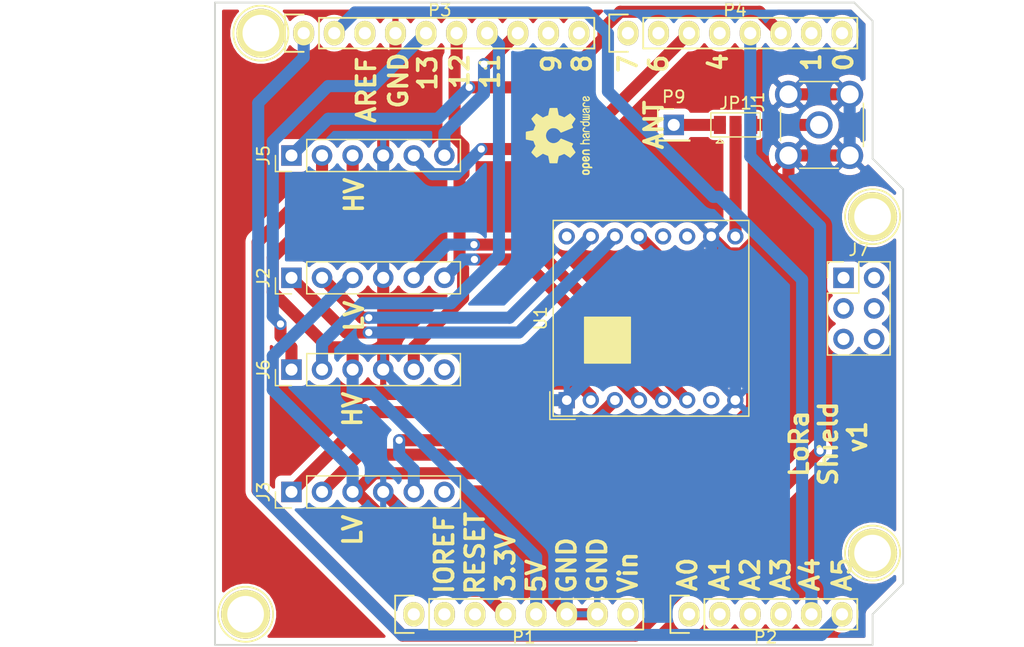
<source format=kicad_pcb>
(kicad_pcb (version 20171130) (host pcbnew 5.1.9+dfsg1-1+deb11u1)

  (general
    (thickness 1.6)
    (drawings 58)
    (tracks 169)
    (zones 0)
    (modules 18)
    (nets 55)
  )

  (page A4)
  (title_block
    (date "lun. 30 mars 2015")
  )

  (layers
    (0 F.Cu signal)
    (31 B.Cu signal)
    (32 B.Adhes user)
    (33 F.Adhes user)
    (34 B.Paste user)
    (35 F.Paste user)
    (36 B.SilkS user)
    (37 F.SilkS user)
    (38 B.Mask user)
    (39 F.Mask user)
    (40 Dwgs.User user)
    (41 Cmts.User user)
    (42 Eco1.User user)
    (43 Eco2.User user)
    (44 Edge.Cuts user)
    (45 Margin user)
    (46 B.CrtYd user)
    (47 F.CrtYd user)
    (48 B.Fab user)
    (49 F.Fab user)
  )

  (setup
    (last_trace_width 1)
    (user_trace_width 1)
    (trace_clearance 0.2)
    (zone_clearance 0.508)
    (zone_45_only no)
    (trace_min 0.2)
    (via_size 1)
    (via_drill 0.6)
    (via_min_size 0.4)
    (via_min_drill 0.3)
    (user_via 1 0.6)
    (uvia_size 0.3)
    (uvia_drill 0.1)
    (uvias_allowed no)
    (uvia_min_size 0.2)
    (uvia_min_drill 0.1)
    (edge_width 0.15)
    (segment_width 0.15)
    (pcb_text_width 0.3)
    (pcb_text_size 1.5 1.5)
    (mod_edge_width 0.15)
    (mod_text_size 1 1)
    (mod_text_width 0.15)
    (pad_size 4.064 4.064)
    (pad_drill 3.048)
    (pad_to_mask_clearance 0)
    (aux_axis_origin 110.998 126.365)
    (grid_origin 110.998 126.365)
    (visible_elements FFFFFFFF)
    (pcbplotparams
      (layerselection 0x010f0_ffffffff)
      (usegerberextensions false)
      (usegerberattributes true)
      (usegerberadvancedattributes true)
      (creategerberjobfile true)
      (excludeedgelayer true)
      (linewidth 0.100000)
      (plotframeref false)
      (viasonmask false)
      (mode 1)
      (useauxorigin false)
      (hpglpennumber 1)
      (hpglpenspeed 20)
      (hpglpendiameter 15.000000)
      (psnegative false)
      (psa4output false)
      (plotreference true)
      (plotvalue true)
      (plotinvisibletext false)
      (padsonsilk false)
      (subtractmaskfromsilk false)
      (outputformat 1)
      (mirror false)
      (drillshape 0)
      (scaleselection 1)
      (outputdirectory ""))
  )

  (net 0 "")
  (net 1 /IOREF)
  (net 2 /Reset)
  (net 3 +5V)
  (net 4 GND)
  (net 5 /Vin)
  (net 6 /A0)
  (net 7 /A1)
  (net 8 /A2)
  (net 9 /A3)
  (net 10 /AREF)
  (net 11 "/A4(SDA)")
  (net 12 "/A5(SCL)")
  (net 13 "/9(**)")
  (net 14 /8)
  (net 15 /7)
  (net 16 "/6(**)")
  (net 17 "/5(**)")
  (net 18 /4)
  (net 19 "/3(**)")
  (net 20 /2)
  (net 21 "/1(Tx)")
  (net 22 "/0(Rx)")
  (net 23 "Net-(P5-Pad1)")
  (net 24 "Net-(P6-Pad1)")
  (net 25 "Net-(P7-Pad1)")
  (net 26 "Net-(P8-Pad1)")
  (net 27 "/13(SCK)")
  (net 28 "/10(**/SS)")
  (net 29 "Net-(P1-Pad1)")
  (net 30 +3V3)
  (net 31 "/12(MISO)")
  (net 32 "/11(**/MOSI)")
  (net 33 RFM95_ANT)
  (net 34 RFM95_DIO3)
  (net 35 RFM95_DIO4)
  (net 36 RFM95_DIO0)
  (net 37 RFM95_DIO1)
  (net 38 RFM95_DIO2)
  (net 39 RFM95_RESET)
  (net 40 RFM95_NSS)
  (net 41 "Net-(J3-Pad6)")
  (net 42 RFM95_MISO)
  (net 43 RFM95_MOSI)
  (net 44 RFM95_SCK)
  (net 45 RFM95_DIO5)
  (net 46 "Net-(J6-Pad6)")
  (net 47 "Net-(J7-Pad6)")
  (net 48 "Net-(J7-Pad5)")
  (net 49 "Net-(J7-Pad4)")
  (net 50 "Net-(J7-Pad3)")
  (net 51 "Net-(J7-Pad2)")
  (net 52 "Net-(J7-Pad1)")
  (net 53 "Net-(J1-Pad1)")
  (net 54 "Net-(JP1-Pad1)")

  (net_class Default "This is the default net class."
    (clearance 0.2)
    (trace_width 1)
    (via_dia 1)
    (via_drill 0.6)
    (uvia_dia 0.3)
    (uvia_drill 0.1)
    (add_net +3V3)
    (add_net +5V)
    (add_net "/0(Rx)")
    (add_net "/1(Tx)")
    (add_net "/10(**/SS)")
    (add_net "/11(**/MOSI)")
    (add_net "/12(MISO)")
    (add_net "/13(SCK)")
    (add_net /2)
    (add_net "/3(**)")
    (add_net /4)
    (add_net "/5(**)")
    (add_net "/6(**)")
    (add_net /7)
    (add_net /8)
    (add_net "/9(**)")
    (add_net /A0)
    (add_net /A1)
    (add_net /A2)
    (add_net /A3)
    (add_net "/A4(SDA)")
    (add_net "/A5(SCL)")
    (add_net /AREF)
    (add_net /IOREF)
    (add_net /Reset)
    (add_net /Vin)
    (add_net GND)
    (add_net "Net-(J1-Pad1)")
    (add_net "Net-(J3-Pad6)")
    (add_net "Net-(J6-Pad6)")
    (add_net "Net-(J7-Pad1)")
    (add_net "Net-(J7-Pad2)")
    (add_net "Net-(J7-Pad3)")
    (add_net "Net-(J7-Pad4)")
    (add_net "Net-(J7-Pad5)")
    (add_net "Net-(J7-Pad6)")
    (add_net "Net-(JP1-Pad1)")
    (add_net "Net-(P1-Pad1)")
    (add_net "Net-(P5-Pad1)")
    (add_net "Net-(P6-Pad1)")
    (add_net "Net-(P7-Pad1)")
    (add_net "Net-(P8-Pad1)")
    (add_net RFM95_ANT)
    (add_net RFM95_DIO0)
    (add_net RFM95_DIO1)
    (add_net RFM95_DIO2)
    (add_net RFM95_DIO3)
    (add_net RFM95_DIO4)
    (add_net RFM95_DIO5)
    (add_net RFM95_MISO)
    (add_net RFM95_MOSI)
    (add_net RFM95_NSS)
    (add_net RFM95_RESET)
    (add_net RFM95_SCK)
  )

  (module Jumper:SolderJumper-3_P1.3mm_Open_Pad1.0x1.5mm (layer F.Cu) (tedit 5A3F8BB2) (tstamp 648B17CC)
    (at 154.229 83.185)
    (descr "SMD Solder 3-pad Jumper, 1x1.5mm Pads, 0.3mm gap, open")
    (tags "solder jumper open")
    (path /648CF883)
    (attr virtual)
    (fp_text reference JP1 (at 0 -1.8) (layer F.SilkS)
      (effects (font (size 1 1) (thickness 0.15)))
    )
    (fp_text value SolderJumper_3_Open (at 0 2) (layer F.Fab)
      (effects (font (size 1 1) (thickness 0.15)))
    )
    (fp_line (start -1.3 1.2) (end -1 1.5) (layer F.SilkS) (width 0.12))
    (fp_line (start -1.6 1.5) (end -1 1.5) (layer F.SilkS) (width 0.12))
    (fp_line (start -1.3 1.2) (end -1.6 1.5) (layer F.SilkS) (width 0.12))
    (fp_line (start -2.05 1) (end -2.05 -1) (layer F.SilkS) (width 0.12))
    (fp_line (start 2.05 1) (end -2.05 1) (layer F.SilkS) (width 0.12))
    (fp_line (start 2.05 -1) (end 2.05 1) (layer F.SilkS) (width 0.12))
    (fp_line (start -2.05 -1) (end 2.05 -1) (layer F.SilkS) (width 0.12))
    (fp_line (start -2.3 -1.25) (end 2.3 -1.25) (layer F.CrtYd) (width 0.05))
    (fp_line (start -2.3 -1.25) (end -2.3 1.25) (layer F.CrtYd) (width 0.05))
    (fp_line (start 2.3 1.25) (end 2.3 -1.25) (layer F.CrtYd) (width 0.05))
    (fp_line (start 2.3 1.25) (end -2.3 1.25) (layer F.CrtYd) (width 0.05))
    (pad 1 smd rect (at -1.3 0) (size 1 1.5) (layers F.Cu F.Mask)
      (net 54 "Net-(JP1-Pad1)"))
    (pad 2 smd rect (at 0 0) (size 1 1.5) (layers F.Cu F.Mask)
      (net 33 RFM95_ANT))
    (pad 3 smd rect (at 1.3 0) (size 1 1.5) (layers F.Cu F.Mask)
      (net 53 "Net-(J1-Pad1)"))
  )

  (module Symbol:OSHW-Logo2_7.3x6mm_SilkScreen (layer F.Cu) (tedit 0) (tstamp 6467F288)
    (at 139.573 84.074 90)
    (descr "Open Source Hardware Symbol")
    (tags "Logo Symbol OSHW")
    (attr virtual)
    (fp_text reference REF** (at 0 0 90) (layer F.SilkS) hide
      (effects (font (size 1 1) (thickness 0.15)))
    )
    (fp_text value OSHW-Logo2_7.3x6mm_SilkScreen (at 0.75 0 90) (layer F.Fab) hide
      (effects (font (size 1 1) (thickness 0.15)))
    )
    (fp_poly (pts (xy -2.400256 1.919918) (xy -2.344799 1.947568) (xy -2.295852 1.99848) (xy -2.282371 2.017338)
      (xy -2.267686 2.042015) (xy -2.258158 2.068816) (xy -2.252707 2.104587) (xy -2.250253 2.156169)
      (xy -2.249714 2.224267) (xy -2.252148 2.317588) (xy -2.260606 2.387657) (xy -2.276826 2.439931)
      (xy -2.302546 2.479869) (xy -2.339503 2.512929) (xy -2.342218 2.514886) (xy -2.37864 2.534908)
      (xy -2.422498 2.544815) (xy -2.478276 2.547257) (xy -2.568952 2.547257) (xy -2.56899 2.635283)
      (xy -2.569834 2.684308) (xy -2.574976 2.713065) (xy -2.588413 2.730311) (xy -2.614142 2.744808)
      (xy -2.620321 2.747769) (xy -2.649236 2.761648) (xy -2.671624 2.770414) (xy -2.688271 2.771171)
      (xy -2.699964 2.761023) (xy -2.70749 2.737073) (xy -2.711634 2.696426) (xy -2.713185 2.636186)
      (xy -2.712929 2.553455) (xy -2.711651 2.445339) (xy -2.711252 2.413) (xy -2.709815 2.301524)
      (xy -2.708528 2.228603) (xy -2.569029 2.228603) (xy -2.568245 2.290499) (xy -2.56476 2.330997)
      (xy -2.556876 2.357708) (xy -2.542895 2.378244) (xy -2.533403 2.38826) (xy -2.494596 2.417567)
      (xy -2.460237 2.419952) (xy -2.424784 2.39575) (xy -2.423886 2.394857) (xy -2.409461 2.376153)
      (xy -2.400687 2.350732) (xy -2.396261 2.311584) (xy -2.394882 2.251697) (xy -2.394857 2.23843)
      (xy -2.398188 2.155901) (xy -2.409031 2.098691) (xy -2.42866 2.063766) (xy -2.45835 2.048094)
      (xy -2.475509 2.046514) (xy -2.516234 2.053926) (xy -2.544168 2.07833) (xy -2.560983 2.12298)
      (xy -2.56835 2.19113) (xy -2.569029 2.228603) (xy -2.708528 2.228603) (xy -2.708292 2.215245)
      (xy -2.706323 2.150333) (xy -2.70355 2.102958) (xy -2.699612 2.06929) (xy -2.694151 2.045498)
      (xy -2.686808 2.027753) (xy -2.677223 2.012224) (xy -2.673113 2.006381) (xy -2.618595 1.951185)
      (xy -2.549664 1.91989) (xy -2.469928 1.911165) (xy -2.400256 1.919918)) (layer F.SilkS) (width 0.01))
    (fp_poly (pts (xy -1.283907 1.92778) (xy -1.237328 1.954723) (xy -1.204943 1.981466) (xy -1.181258 2.009484)
      (xy -1.164941 2.043748) (xy -1.154661 2.089227) (xy -1.149086 2.150892) (xy -1.146884 2.233711)
      (xy -1.146629 2.293246) (xy -1.146629 2.512391) (xy -1.208314 2.540044) (xy -1.27 2.567697)
      (xy -1.277257 2.32767) (xy -1.280256 2.238028) (xy -1.283402 2.172962) (xy -1.287299 2.128026)
      (xy -1.292553 2.09877) (xy -1.299769 2.080748) (xy -1.30955 2.069511) (xy -1.312688 2.067079)
      (xy -1.360239 2.048083) (xy -1.408303 2.0556) (xy -1.436914 2.075543) (xy -1.448553 2.089675)
      (xy -1.456609 2.10822) (xy -1.461729 2.136334) (xy -1.464559 2.179173) (xy -1.465744 2.241895)
      (xy -1.465943 2.307261) (xy -1.465982 2.389268) (xy -1.467386 2.447316) (xy -1.472086 2.486465)
      (xy -1.482013 2.51178) (xy -1.499097 2.528323) (xy -1.525268 2.541156) (xy -1.560225 2.554491)
      (xy -1.598404 2.569007) (xy -1.593859 2.311389) (xy -1.592029 2.218519) (xy -1.589888 2.149889)
      (xy -1.586819 2.100711) (xy -1.582206 2.066198) (xy -1.575432 2.041562) (xy -1.565881 2.022016)
      (xy -1.554366 2.00477) (xy -1.49881 1.94968) (xy -1.43102 1.917822) (xy -1.357287 1.910191)
      (xy -1.283907 1.92778)) (layer F.SilkS) (width 0.01))
    (fp_poly (pts (xy -2.958885 1.921962) (xy -2.890855 1.957733) (xy -2.840649 2.015301) (xy -2.822815 2.052312)
      (xy -2.808937 2.107882) (xy -2.801833 2.178096) (xy -2.80116 2.254727) (xy -2.806573 2.329552)
      (xy -2.81773 2.394342) (xy -2.834286 2.440873) (xy -2.839374 2.448887) (xy -2.899645 2.508707)
      (xy -2.971231 2.544535) (xy -3.048908 2.55502) (xy -3.127452 2.53881) (xy -3.149311 2.529092)
      (xy -3.191878 2.499143) (xy -3.229237 2.459433) (xy -3.232768 2.454397) (xy -3.247119 2.430124)
      (xy -3.256606 2.404178) (xy -3.26221 2.370022) (xy -3.264914 2.321119) (xy -3.265701 2.250935)
      (xy -3.265714 2.2352) (xy -3.265678 2.230192) (xy -3.120571 2.230192) (xy -3.119727 2.29643)
      (xy -3.116404 2.340386) (xy -3.109417 2.368779) (xy -3.097584 2.388325) (xy -3.091543 2.394857)
      (xy -3.056814 2.41968) (xy -3.023097 2.418548) (xy -2.989005 2.397016) (xy -2.968671 2.374029)
      (xy -2.956629 2.340478) (xy -2.949866 2.287569) (xy -2.949402 2.281399) (xy -2.948248 2.185513)
      (xy -2.960312 2.114299) (xy -2.98543 2.068194) (xy -3.02344 2.047635) (xy -3.037008 2.046514)
      (xy -3.072636 2.052152) (xy -3.097006 2.071686) (xy -3.111907 2.109042) (xy -3.119125 2.16815)
      (xy -3.120571 2.230192) (xy -3.265678 2.230192) (xy -3.265174 2.160413) (xy -3.262904 2.108159)
      (xy -3.257932 2.071949) (xy -3.249287 2.045299) (xy -3.235995 2.021722) (xy -3.233057 2.017338)
      (xy -3.183687 1.958249) (xy -3.129891 1.923947) (xy -3.064398 1.910331) (xy -3.042158 1.909665)
      (xy -2.958885 1.921962)) (layer F.SilkS) (width 0.01))
    (fp_poly (pts (xy -1.831697 1.931239) (xy -1.774473 1.969735) (xy -1.730251 2.025335) (xy -1.703833 2.096086)
      (xy -1.69849 2.148162) (xy -1.699097 2.169893) (xy -1.704178 2.186531) (xy -1.718145 2.201437)
      (xy -1.745411 2.217973) (xy -1.790388 2.239498) (xy -1.857489 2.269374) (xy -1.857829 2.269524)
      (xy -1.919593 2.297813) (xy -1.970241 2.322933) (xy -2.004596 2.342179) (xy -2.017482 2.352848)
      (xy -2.017486 2.352934) (xy -2.006128 2.376166) (xy -1.979569 2.401774) (xy -1.949077 2.420221)
      (xy -1.93363 2.423886) (xy -1.891485 2.411212) (xy -1.855192 2.379471) (xy -1.837483 2.344572)
      (xy -1.820448 2.318845) (xy -1.787078 2.289546) (xy -1.747851 2.264235) (xy -1.713244 2.250471)
      (xy -1.706007 2.249714) (xy -1.697861 2.26216) (xy -1.69737 2.293972) (xy -1.703357 2.336866)
      (xy -1.714643 2.382558) (xy -1.73005 2.422761) (xy -1.730829 2.424322) (xy -1.777196 2.489062)
      (xy -1.837289 2.533097) (xy -1.905535 2.554711) (xy -1.976362 2.552185) (xy -2.044196 2.523804)
      (xy -2.047212 2.521808) (xy -2.100573 2.473448) (xy -2.13566 2.410352) (xy -2.155078 2.327387)
      (xy -2.157684 2.304078) (xy -2.162299 2.194055) (xy -2.156767 2.142748) (xy -2.017486 2.142748)
      (xy -2.015676 2.174753) (xy -2.005778 2.184093) (xy -1.981102 2.177105) (xy -1.942205 2.160587)
      (xy -1.898725 2.139881) (xy -1.897644 2.139333) (xy -1.860791 2.119949) (xy -1.846 2.107013)
      (xy -1.849647 2.093451) (xy -1.865005 2.075632) (xy -1.904077 2.049845) (xy -1.946154 2.04795)
      (xy -1.983897 2.066717) (xy -2.009966 2.102915) (xy -2.017486 2.142748) (xy -2.156767 2.142748)
      (xy -2.152806 2.106027) (xy -2.12845 2.036212) (xy -2.094544 1.987302) (xy -2.033347 1.937878)
      (xy -1.965937 1.913359) (xy -1.89712 1.911797) (xy -1.831697 1.931239)) (layer F.SilkS) (width 0.01))
    (fp_poly (pts (xy -0.624114 1.851289) (xy -0.619861 1.910613) (xy -0.614975 1.945572) (xy -0.608205 1.96082)
      (xy -0.598298 1.961015) (xy -0.595086 1.959195) (xy -0.552356 1.946015) (xy -0.496773 1.946785)
      (xy -0.440263 1.960333) (xy -0.404918 1.977861) (xy -0.368679 2.005861) (xy -0.342187 2.037549)
      (xy -0.324001 2.077813) (xy -0.312678 2.131543) (xy -0.306778 2.203626) (xy -0.304857 2.298951)
      (xy -0.304823 2.317237) (xy -0.3048 2.522646) (xy -0.350509 2.53858) (xy -0.382973 2.54942)
      (xy -0.400785 2.554468) (xy -0.401309 2.554514) (xy -0.403063 2.540828) (xy -0.404556 2.503076)
      (xy -0.405674 2.446224) (xy -0.406303 2.375234) (xy -0.4064 2.332073) (xy -0.406602 2.246973)
      (xy -0.407642 2.185981) (xy -0.410169 2.144177) (xy -0.414836 2.116642) (xy -0.422293 2.098456)
      (xy -0.433189 2.084698) (xy -0.439993 2.078073) (xy -0.486728 2.051375) (xy -0.537728 2.049375)
      (xy -0.583999 2.071955) (xy -0.592556 2.080107) (xy -0.605107 2.095436) (xy -0.613812 2.113618)
      (xy -0.619369 2.139909) (xy -0.622474 2.179562) (xy -0.623824 2.237832) (xy -0.624114 2.318173)
      (xy -0.624114 2.522646) (xy -0.669823 2.53858) (xy -0.702287 2.54942) (xy -0.720099 2.554468)
      (xy -0.720623 2.554514) (xy -0.721963 2.540623) (xy -0.723172 2.501439) (xy -0.724199 2.4407)
      (xy -0.724998 2.362141) (xy -0.725519 2.269498) (xy -0.725714 2.166509) (xy -0.725714 1.769342)
      (xy -0.678543 1.749444) (xy -0.631371 1.729547) (xy -0.624114 1.851289)) (layer F.SilkS) (width 0.01))
    (fp_poly (pts (xy 0.039744 1.950968) (xy 0.096616 1.972087) (xy 0.097267 1.972493) (xy 0.13244 1.99838)
      (xy 0.158407 2.028633) (xy 0.17667 2.068058) (xy 0.188732 2.121462) (xy 0.196096 2.193651)
      (xy 0.200264 2.289432) (xy 0.200629 2.303078) (xy 0.205876 2.508842) (xy 0.161716 2.531678)
      (xy 0.129763 2.54711) (xy 0.11047 2.554423) (xy 0.109578 2.554514) (xy 0.106239 2.541022)
      (xy 0.103587 2.504626) (xy 0.101956 2.451452) (xy 0.1016 2.408393) (xy 0.101592 2.338641)
      (xy 0.098403 2.294837) (xy 0.087288 2.273944) (xy 0.063501 2.272925) (xy 0.022296 2.288741)
      (xy -0.039914 2.317815) (xy -0.085659 2.341963) (xy -0.109187 2.362913) (xy -0.116104 2.385747)
      (xy -0.116114 2.386877) (xy -0.104701 2.426212) (xy -0.070908 2.447462) (xy -0.019191 2.450539)
      (xy 0.018061 2.450006) (xy 0.037703 2.460735) (xy 0.049952 2.486505) (xy 0.057002 2.519337)
      (xy 0.046842 2.537966) (xy 0.043017 2.540632) (xy 0.007001 2.55134) (xy -0.043434 2.552856)
      (xy -0.095374 2.545759) (xy -0.132178 2.532788) (xy -0.183062 2.489585) (xy -0.211986 2.429446)
      (xy -0.217714 2.382462) (xy -0.213343 2.340082) (xy -0.197525 2.305488) (xy -0.166203 2.274763)
      (xy -0.115322 2.24399) (xy -0.040824 2.209252) (xy -0.036286 2.207288) (xy 0.030821 2.176287)
      (xy 0.072232 2.150862) (xy 0.089981 2.128014) (xy 0.086107 2.104745) (xy 0.062643 2.078056)
      (xy 0.055627 2.071914) (xy 0.00863 2.0481) (xy -0.040067 2.049103) (xy -0.082478 2.072451)
      (xy -0.110616 2.115675) (xy -0.113231 2.12416) (xy -0.138692 2.165308) (xy -0.170999 2.185128)
      (xy -0.217714 2.20477) (xy -0.217714 2.15395) (xy -0.203504 2.080082) (xy -0.161325 2.012327)
      (xy -0.139376 1.989661) (xy -0.089483 1.960569) (xy -0.026033 1.9474) (xy 0.039744 1.950968)) (layer F.SilkS) (width 0.01))
    (fp_poly (pts (xy 0.529926 1.949755) (xy 0.595858 1.974084) (xy 0.649273 2.017117) (xy 0.670164 2.047409)
      (xy 0.692939 2.102994) (xy 0.692466 2.143186) (xy 0.668562 2.170217) (xy 0.659717 2.174813)
      (xy 0.62153 2.189144) (xy 0.602028 2.185472) (xy 0.595422 2.161407) (xy 0.595086 2.148114)
      (xy 0.582992 2.09921) (xy 0.551471 2.064999) (xy 0.507659 2.048476) (xy 0.458695 2.052634)
      (xy 0.418894 2.074227) (xy 0.40545 2.086544) (xy 0.395921 2.101487) (xy 0.389485 2.124075)
      (xy 0.385317 2.159328) (xy 0.382597 2.212266) (xy 0.380502 2.287907) (xy 0.37996 2.311857)
      (xy 0.377981 2.39379) (xy 0.375731 2.451455) (xy 0.372357 2.489608) (xy 0.367006 2.513004)
      (xy 0.358824 2.526398) (xy 0.346959 2.534545) (xy 0.339362 2.538144) (xy 0.307102 2.550452)
      (xy 0.288111 2.554514) (xy 0.281836 2.540948) (xy 0.278006 2.499934) (xy 0.2766 2.430999)
      (xy 0.277598 2.333669) (xy 0.277908 2.318657) (xy 0.280101 2.229859) (xy 0.282693 2.165019)
      (xy 0.286382 2.119067) (xy 0.291864 2.086935) (xy 0.299835 2.063553) (xy 0.310993 2.043852)
      (xy 0.31683 2.03541) (xy 0.350296 1.998057) (xy 0.387727 1.969003) (xy 0.392309 1.966467)
      (xy 0.459426 1.946443) (xy 0.529926 1.949755)) (layer F.SilkS) (width 0.01))
    (fp_poly (pts (xy 1.190117 2.065358) (xy 1.189933 2.173837) (xy 1.189219 2.257287) (xy 1.187675 2.319704)
      (xy 1.185001 2.365085) (xy 1.180894 2.397429) (xy 1.175055 2.420733) (xy 1.167182 2.438995)
      (xy 1.161221 2.449418) (xy 1.111855 2.505945) (xy 1.049264 2.541377) (xy 0.980013 2.55409)
      (xy 0.910668 2.542463) (xy 0.869375 2.521568) (xy 0.826025 2.485422) (xy 0.796481 2.441276)
      (xy 0.778655 2.383462) (xy 0.770463 2.306313) (xy 0.769302 2.249714) (xy 0.769458 2.245647)
      (xy 0.870857 2.245647) (xy 0.871476 2.31055) (xy 0.874314 2.353514) (xy 0.88084 2.381622)
      (xy 0.892523 2.401953) (xy 0.906483 2.417288) (xy 0.953365 2.44689) (xy 1.003701 2.449419)
      (xy 1.051276 2.424705) (xy 1.054979 2.421356) (xy 1.070783 2.403935) (xy 1.080693 2.383209)
      (xy 1.086058 2.352362) (xy 1.088228 2.304577) (xy 1.088571 2.251748) (xy 1.087827 2.185381)
      (xy 1.084748 2.141106) (xy 1.078061 2.112009) (xy 1.066496 2.091173) (xy 1.057013 2.080107)
      (xy 1.01296 2.052198) (xy 0.962224 2.048843) (xy 0.913796 2.070159) (xy 0.90445 2.078073)
      (xy 0.88854 2.095647) (xy 0.87861 2.116587) (xy 0.873278 2.147782) (xy 0.871163 2.196122)
      (xy 0.870857 2.245647) (xy 0.769458 2.245647) (xy 0.77281 2.158568) (xy 0.784726 2.090086)
      (xy 0.807135 2.0386) (xy 0.842124 1.998443) (xy 0.869375 1.977861) (xy 0.918907 1.955625)
      (xy 0.976316 1.945304) (xy 1.029682 1.948067) (xy 1.059543 1.959212) (xy 1.071261 1.962383)
      (xy 1.079037 1.950557) (xy 1.084465 1.918866) (xy 1.088571 1.870593) (xy 1.093067 1.816829)
      (xy 1.099313 1.784482) (xy 1.110676 1.765985) (xy 1.130528 1.75377) (xy 1.143 1.748362)
      (xy 1.190171 1.728601) (xy 1.190117 2.065358)) (layer F.SilkS) (width 0.01))
    (fp_poly (pts (xy 1.779833 1.958663) (xy 1.782048 1.99685) (xy 1.783784 2.054886) (xy 1.784899 2.12818)
      (xy 1.785257 2.205055) (xy 1.785257 2.465196) (xy 1.739326 2.511127) (xy 1.707675 2.539429)
      (xy 1.67989 2.550893) (xy 1.641915 2.550168) (xy 1.62684 2.548321) (xy 1.579726 2.542948)
      (xy 1.540756 2.539869) (xy 1.531257 2.539585) (xy 1.499233 2.541445) (xy 1.453432 2.546114)
      (xy 1.435674 2.548321) (xy 1.392057 2.551735) (xy 1.362745 2.54432) (xy 1.33368 2.521427)
      (xy 1.323188 2.511127) (xy 1.277257 2.465196) (xy 1.277257 1.978602) (xy 1.314226 1.961758)
      (xy 1.346059 1.949282) (xy 1.364683 1.944914) (xy 1.369458 1.958718) (xy 1.373921 1.997286)
      (xy 1.377775 2.056356) (xy 1.380722 2.131663) (xy 1.382143 2.195286) (xy 1.386114 2.445657)
      (xy 1.420759 2.450556) (xy 1.452268 2.447131) (xy 1.467708 2.436041) (xy 1.472023 2.415308)
      (xy 1.475708 2.371145) (xy 1.478469 2.309146) (xy 1.480012 2.234909) (xy 1.480235 2.196706)
      (xy 1.480457 1.976783) (xy 1.526166 1.960849) (xy 1.558518 1.950015) (xy 1.576115 1.944962)
      (xy 1.576623 1.944914) (xy 1.578388 1.958648) (xy 1.580329 1.99673) (xy 1.582282 2.054482)
      (xy 1.584084 2.127227) (xy 1.585343 2.195286) (xy 1.589314 2.445657) (xy 1.6764 2.445657)
      (xy 1.680396 2.21724) (xy 1.684392 1.988822) (xy 1.726847 1.966868) (xy 1.758192 1.951793)
      (xy 1.776744 1.944951) (xy 1.777279 1.944914) (xy 1.779833 1.958663)) (layer F.SilkS) (width 0.01))
    (fp_poly (pts (xy 2.144876 1.956335) (xy 2.186667 1.975344) (xy 2.219469 1.998378) (xy 2.243503 2.024133)
      (xy 2.260097 2.057358) (xy 2.270577 2.1028) (xy 2.276271 2.165207) (xy 2.278507 2.249327)
      (xy 2.278743 2.304721) (xy 2.278743 2.520826) (xy 2.241774 2.53767) (xy 2.212656 2.549981)
      (xy 2.198231 2.554514) (xy 2.195472 2.541025) (xy 2.193282 2.504653) (xy 2.191942 2.451542)
      (xy 2.191657 2.409372) (xy 2.190434 2.348447) (xy 2.187136 2.300115) (xy 2.182321 2.270518)
      (xy 2.178496 2.264229) (xy 2.152783 2.270652) (xy 2.112418 2.287125) (xy 2.065679 2.309458)
      (xy 2.020845 2.333457) (xy 1.986193 2.35493) (xy 1.970002 2.369685) (xy 1.969938 2.369845)
      (xy 1.97133 2.397152) (xy 1.983818 2.423219) (xy 2.005743 2.444392) (xy 2.037743 2.451474)
      (xy 2.065092 2.450649) (xy 2.103826 2.450042) (xy 2.124158 2.459116) (xy 2.136369 2.483092)
      (xy 2.137909 2.487613) (xy 2.143203 2.521806) (xy 2.129047 2.542568) (xy 2.092148 2.552462)
      (xy 2.052289 2.554292) (xy 1.980562 2.540727) (xy 1.943432 2.521355) (xy 1.897576 2.475845)
      (xy 1.873256 2.419983) (xy 1.871073 2.360957) (xy 1.891629 2.305953) (xy 1.922549 2.271486)
      (xy 1.95342 2.252189) (xy 2.001942 2.227759) (xy 2.058485 2.202985) (xy 2.06791 2.199199)
      (xy 2.130019 2.171791) (xy 2.165822 2.147634) (xy 2.177337 2.123619) (xy 2.16658 2.096635)
      (xy 2.148114 2.075543) (xy 2.104469 2.049572) (xy 2.056446 2.047624) (xy 2.012406 2.067637)
      (xy 1.980709 2.107551) (xy 1.976549 2.117848) (xy 1.952327 2.155724) (xy 1.916965 2.183842)
      (xy 1.872343 2.206917) (xy 1.872343 2.141485) (xy 1.874969 2.101506) (xy 1.88623 2.069997)
      (xy 1.911199 2.036378) (xy 1.935169 2.010484) (xy 1.972441 1.973817) (xy 2.001401 1.954121)
      (xy 2.032505 1.94622) (xy 2.067713 1.944914) (xy 2.144876 1.956335)) (layer F.SilkS) (width 0.01))
    (fp_poly (pts (xy 2.6526 1.958752) (xy 2.669948 1.966334) (xy 2.711356 1.999128) (xy 2.746765 2.046547)
      (xy 2.768664 2.097151) (xy 2.772229 2.122098) (xy 2.760279 2.156927) (xy 2.734067 2.175357)
      (xy 2.705964 2.186516) (xy 2.693095 2.188572) (xy 2.686829 2.173649) (xy 2.674456 2.141175)
      (xy 2.669028 2.126502) (xy 2.63859 2.075744) (xy 2.59452 2.050427) (xy 2.53801 2.051206)
      (xy 2.533825 2.052203) (xy 2.503655 2.066507) (xy 2.481476 2.094393) (xy 2.466327 2.139287)
      (xy 2.45725 2.204615) (xy 2.453286 2.293804) (xy 2.452914 2.341261) (xy 2.45273 2.416071)
      (xy 2.451522 2.467069) (xy 2.448309 2.499471) (xy 2.442109 2.518495) (xy 2.43194 2.529356)
      (xy 2.416819 2.537272) (xy 2.415946 2.53767) (xy 2.386828 2.549981) (xy 2.372403 2.554514)
      (xy 2.370186 2.540809) (xy 2.368289 2.502925) (xy 2.366847 2.445715) (xy 2.365998 2.374027)
      (xy 2.365829 2.321565) (xy 2.366692 2.220047) (xy 2.37007 2.143032) (xy 2.377142 2.086023)
      (xy 2.389088 2.044526) (xy 2.40709 2.014043) (xy 2.432327 1.99008) (xy 2.457247 1.973355)
      (xy 2.517171 1.951097) (xy 2.586911 1.946076) (xy 2.6526 1.958752)) (layer F.SilkS) (width 0.01))
    (fp_poly (pts (xy 3.153595 1.966966) (xy 3.211021 2.004497) (xy 3.238719 2.038096) (xy 3.260662 2.099064)
      (xy 3.262405 2.147308) (xy 3.258457 2.211816) (xy 3.109686 2.276934) (xy 3.037349 2.310202)
      (xy 2.990084 2.336964) (xy 2.965507 2.360144) (xy 2.961237 2.382667) (xy 2.974889 2.407455)
      (xy 2.989943 2.423886) (xy 3.033746 2.450235) (xy 3.081389 2.452081) (xy 3.125145 2.431546)
      (xy 3.157289 2.390752) (xy 3.163038 2.376347) (xy 3.190576 2.331356) (xy 3.222258 2.312182)
      (xy 3.265714 2.295779) (xy 3.265714 2.357966) (xy 3.261872 2.400283) (xy 3.246823 2.435969)
      (xy 3.21528 2.476943) (xy 3.210592 2.482267) (xy 3.175506 2.51872) (xy 3.145347 2.538283)
      (xy 3.107615 2.547283) (xy 3.076335 2.55023) (xy 3.020385 2.550965) (xy 2.980555 2.54166)
      (xy 2.955708 2.527846) (xy 2.916656 2.497467) (xy 2.889625 2.464613) (xy 2.872517 2.423294)
      (xy 2.863238 2.367521) (xy 2.859693 2.291305) (xy 2.85941 2.252622) (xy 2.860372 2.206247)
      (xy 2.948007 2.206247) (xy 2.949023 2.231126) (xy 2.951556 2.2352) (xy 2.968274 2.229665)
      (xy 3.004249 2.215017) (xy 3.052331 2.19419) (xy 3.062386 2.189714) (xy 3.123152 2.158814)
      (xy 3.156632 2.131657) (xy 3.16399 2.10622) (xy 3.146391 2.080481) (xy 3.131856 2.069109)
      (xy 3.07941 2.046364) (xy 3.030322 2.050122) (xy 2.989227 2.077884) (xy 2.960758 2.127152)
      (xy 2.951631 2.166257) (xy 2.948007 2.206247) (xy 2.860372 2.206247) (xy 2.861285 2.162249)
      (xy 2.868196 2.095384) (xy 2.881884 2.046695) (xy 2.904096 2.010849) (xy 2.936574 1.982513)
      (xy 2.950733 1.973355) (xy 3.015053 1.949507) (xy 3.085473 1.948006) (xy 3.153595 1.966966)) (layer F.SilkS) (width 0.01))
    (fp_poly (pts (xy 0.10391 -2.757652) (xy 0.182454 -2.757222) (xy 0.239298 -2.756058) (xy 0.278105 -2.753793)
      (xy 0.302538 -2.75006) (xy 0.316262 -2.744494) (xy 0.32294 -2.736727) (xy 0.326236 -2.726395)
      (xy 0.326556 -2.725057) (xy 0.331562 -2.700921) (xy 0.340829 -2.653299) (xy 0.353392 -2.587259)
      (xy 0.368287 -2.507872) (xy 0.384551 -2.420204) (xy 0.385119 -2.417125) (xy 0.40141 -2.331211)
      (xy 0.416652 -2.255304) (xy 0.429861 -2.193955) (xy 0.440054 -2.151718) (xy 0.446248 -2.133145)
      (xy 0.446543 -2.132816) (xy 0.464788 -2.123747) (xy 0.502405 -2.108633) (xy 0.551271 -2.090738)
      (xy 0.551543 -2.090642) (xy 0.613093 -2.067507) (xy 0.685657 -2.038035) (xy 0.754057 -2.008403)
      (xy 0.757294 -2.006938) (xy 0.868702 -1.956374) (xy 1.115399 -2.12484) (xy 1.191077 -2.176197)
      (xy 1.259631 -2.222111) (xy 1.317088 -2.25997) (xy 1.359476 -2.287163) (xy 1.382825 -2.301079)
      (xy 1.385042 -2.302111) (xy 1.40201 -2.297516) (xy 1.433701 -2.275345) (xy 1.481352 -2.234553)
      (xy 1.546198 -2.174095) (xy 1.612397 -2.109773) (xy 1.676214 -2.046388) (xy 1.733329 -1.988549)
      (xy 1.780305 -1.939825) (xy 1.813703 -1.90379) (xy 1.830085 -1.884016) (xy 1.830694 -1.882998)
      (xy 1.832505 -1.869428) (xy 1.825683 -1.847267) (xy 1.80854 -1.813522) (xy 1.779393 -1.7652)
      (xy 1.736555 -1.699308) (xy 1.679448 -1.614483) (xy 1.628766 -1.539823) (xy 1.583461 -1.47286)
      (xy 1.54615 -1.417484) (xy 1.519452 -1.37758) (xy 1.505985 -1.357038) (xy 1.505137 -1.355644)
      (xy 1.506781 -1.335962) (xy 1.519245 -1.297707) (xy 1.540048 -1.248111) (xy 1.547462 -1.232272)
      (xy 1.579814 -1.16171) (xy 1.614328 -1.081647) (xy 1.642365 -1.012371) (xy 1.662568 -0.960955)
      (xy 1.678615 -0.921881) (xy 1.687888 -0.901459) (xy 1.689041 -0.899886) (xy 1.706096 -0.897279)
      (xy 1.746298 -0.890137) (xy 1.804302 -0.879477) (xy 1.874763 -0.866315) (xy 1.952335 -0.851667)
      (xy 2.031672 -0.836551) (xy 2.107431 -0.821982) (xy 2.174264 -0.808978) (xy 2.226828 -0.798555)
      (xy 2.259776 -0.79173) (xy 2.267857 -0.789801) (xy 2.276205 -0.785038) (xy 2.282506 -0.774282)
      (xy 2.287045 -0.753902) (xy 2.290104 -0.720266) (xy 2.291967 -0.669745) (xy 2.292918 -0.598708)
      (xy 2.29324 -0.503524) (xy 2.293257 -0.464508) (xy 2.293257 -0.147201) (xy 2.217057 -0.132161)
      (xy 2.174663 -0.124005) (xy 2.1114 -0.112101) (xy 2.034962 -0.097884) (xy 1.953043 -0.08279)
      (xy 1.9304 -0.078645) (xy 1.854806 -0.063947) (xy 1.788953 -0.049495) (xy 1.738366 -0.036625)
      (xy 1.708574 -0.026678) (xy 1.703612 -0.023713) (xy 1.691426 -0.002717) (xy 1.673953 0.037967)
      (xy 1.654577 0.090322) (xy 1.650734 0.1016) (xy 1.625339 0.171523) (xy 1.593817 0.250418)
      (xy 1.562969 0.321266) (xy 1.562817 0.321595) (xy 1.511447 0.432733) (xy 1.680399 0.681253)
      (xy 1.849352 0.929772) (xy 1.632429 1.147058) (xy 1.566819 1.211726) (xy 1.506979 1.268733)
      (xy 1.456267 1.315033) (xy 1.418046 1.347584) (xy 1.395675 1.363343) (xy 1.392466 1.364343)
      (xy 1.373626 1.356469) (xy 1.33518 1.334578) (xy 1.28133 1.301267) (xy 1.216276 1.259131)
      (xy 1.14594 1.211943) (xy 1.074555 1.16381) (xy 1.010908 1.121928) (xy 0.959041 1.088871)
      (xy 0.922995 1.067218) (xy 0.906867 1.059543) (xy 0.887189 1.066037) (xy 0.849875 1.08315)
      (xy 0.802621 1.107326) (xy 0.797612 1.110013) (xy 0.733977 1.141927) (xy 0.690341 1.157579)
      (xy 0.663202 1.157745) (xy 0.649057 1.143204) (xy 0.648975 1.143) (xy 0.641905 1.125779)
      (xy 0.625042 1.084899) (xy 0.599695 1.023525) (xy 0.567171 0.944819) (xy 0.528778 0.851947)
      (xy 0.485822 0.748072) (xy 0.444222 0.647502) (xy 0.398504 0.536516) (xy 0.356526 0.433703)
      (xy 0.319548 0.342215) (xy 0.288827 0.265201) (xy 0.265622 0.205815) (xy 0.25119 0.167209)
      (xy 0.246743 0.1528) (xy 0.257896 0.136272) (xy 0.287069 0.10993) (xy 0.325971 0.080887)
      (xy 0.436757 -0.010961) (xy 0.523351 -0.116241) (xy 0.584716 -0.232734) (xy 0.619815 -0.358224)
      (xy 0.627608 -0.490493) (xy 0.621943 -0.551543) (xy 0.591078 -0.678205) (xy 0.53792 -0.790059)
      (xy 0.465767 -0.885999) (xy 0.377917 -0.964924) (xy 0.277665 -1.02573) (xy 0.16831 -1.067313)
      (xy 0.053147 -1.088572) (xy -0.064525 -1.088401) (xy -0.18141 -1.065699) (xy -0.294211 -1.019362)
      (xy -0.399631 -0.948287) (xy -0.443632 -0.908089) (xy -0.528021 -0.804871) (xy -0.586778 -0.692075)
      (xy -0.620296 -0.57299) (xy -0.628965 -0.450905) (xy -0.613177 -0.329107) (xy -0.573322 -0.210884)
      (xy -0.509793 -0.099525) (xy -0.422979 0.001684) (xy -0.325971 0.080887) (xy -0.285563 0.111162)
      (xy -0.257018 0.137219) (xy -0.246743 0.152825) (xy -0.252123 0.169843) (xy -0.267425 0.2105)
      (xy -0.291388 0.271642) (xy -0.322756 0.350119) (xy -0.360268 0.44278) (xy -0.402667 0.546472)
      (xy -0.444337 0.647526) (xy -0.49031 0.758607) (xy -0.532893 0.861541) (xy -0.570779 0.953165)
      (xy -0.60266 1.030316) (xy -0.627229 1.089831) (xy -0.64318 1.128544) (xy -0.64909 1.143)
      (xy -0.663052 1.157685) (xy -0.69006 1.157642) (xy -0.733587 1.142099) (xy -0.79711 1.110284)
      (xy -0.797612 1.110013) (xy -0.84544 1.085323) (xy -0.884103 1.067338) (xy -0.905905 1.059614)
      (xy -0.906867 1.059543) (xy -0.923279 1.067378) (xy -0.959513 1.089165) (xy -1.011526 1.122328)
      (xy -1.075275 1.164291) (xy -1.14594 1.211943) (xy -1.217884 1.260191) (xy -1.282726 1.302151)
      (xy -1.336265 1.335227) (xy -1.374303 1.356821) (xy -1.392467 1.364343) (xy -1.409192 1.354457)
      (xy -1.44282 1.326826) (xy -1.48999 1.284495) (xy -1.547342 1.230505) (xy -1.611516 1.167899)
      (xy -1.632503 1.146983) (xy -1.849501 0.929623) (xy -1.684332 0.68722) (xy -1.634136 0.612781)
      (xy -1.590081 0.545972) (xy -1.554638 0.490665) (xy -1.530281 0.450729) (xy -1.519478 0.430036)
      (xy -1.519162 0.428563) (xy -1.524857 0.409058) (xy -1.540174 0.369822) (xy -1.562463 0.31743)
      (xy -1.578107 0.282355) (xy -1.607359 0.215201) (xy -1.634906 0.147358) (xy -1.656263 0.090034)
      (xy -1.662065 0.072572) (xy -1.678548 0.025938) (xy -1.69466 -0.010095) (xy -1.70351 -0.023713)
      (xy -1.72304 -0.032048) (xy -1.765666 -0.043863) (xy -1.825855 -0.057819) (xy -1.898078 -0.072578)
      (xy -1.9304 -0.078645) (xy -2.012478 -0.093727) (xy -2.091205 -0.108331) (xy -2.158891 -0.12102)
      (xy -2.20784 -0.130358) (xy -2.217057 -0.132161) (xy -2.293257 -0.147201) (xy -2.293257 -0.464508)
      (xy -2.293086 -0.568846) (xy -2.292384 -0.647787) (xy -2.290866 -0.704962) (xy -2.288251 -0.744001)
      (xy -2.284254 -0.768535) (xy -2.278591 -0.782195) (xy -2.27098 -0.788611) (xy -2.267857 -0.789801)
      (xy -2.249022 -0.79402) (xy -2.207412 -0.802438) (xy -2.14837 -0.814039) (xy -2.077243 -0.827805)
      (xy -1.999375 -0.84272) (xy -1.920113 -0.857768) (xy -1.844802 -0.871931) (xy -1.778787 -0.884194)
      (xy -1.727413 -0.893539) (xy -1.696025 -0.89895) (xy -1.689041 -0.899886) (xy -1.682715 -0.912404)
      (xy -1.66871 -0.945754) (xy -1.649645 -0.993623) (xy -1.642366 -1.012371) (xy -1.613004 -1.084805)
      (xy -1.578429 -1.16483) (xy -1.547463 -1.232272) (xy -1.524677 -1.283841) (xy -1.509518 -1.326215)
      (xy -1.504458 -1.352166) (xy -1.505264 -1.355644) (xy -1.515959 -1.372064) (xy -1.54038 -1.408583)
      (xy -1.575905 -1.461313) (xy -1.619913 -1.526365) (xy -1.669783 -1.599849) (xy -1.679644 -1.614355)
      (xy -1.737508 -1.700296) (xy -1.780044 -1.765739) (xy -1.808946 -1.813696) (xy -1.82591 -1.84718)
      (xy -1.832633 -1.869205) (xy -1.83081 -1.882783) (xy -1.830764 -1.882869) (xy -1.816414 -1.900703)
      (xy -1.784677 -1.935183) (xy -1.73899 -1.982732) (xy -1.682796 -2.039778) (xy -1.619532 -2.102745)
      (xy -1.612398 -2.109773) (xy -1.53267 -2.18698) (xy -1.471143 -2.24367) (xy -1.426579 -2.28089)
      (xy -1.397743 -2.299685) (xy -1.385042 -2.302111) (xy -1.366506 -2.291529) (xy -1.328039 -2.267084)
      (xy -1.273614 -2.231388) (xy -1.207202 -2.187053) (xy -1.132775 -2.136689) (xy -1.115399 -2.12484)
      (xy -0.868703 -1.956374) (xy -0.757294 -2.006938) (xy -0.689543 -2.036405) (xy -0.616817 -2.066041)
      (xy -0.554297 -2.08967) (xy -0.551543 -2.090642) (xy -0.50264 -2.108543) (xy -0.464943 -2.12368)
      (xy -0.446575 -2.13279) (xy -0.446544 -2.132816) (xy -0.440715 -2.149283) (xy -0.430808 -2.189781)
      (xy -0.417805 -2.249758) (xy -0.402691 -2.32466) (xy -0.386448 -2.409936) (xy -0.385119 -2.417125)
      (xy -0.368825 -2.504986) (xy -0.353867 -2.58474) (xy -0.341209 -2.651319) (xy -0.331814 -2.699653)
      (xy -0.326646 -2.724675) (xy -0.326556 -2.725057) (xy -0.323411 -2.735701) (xy -0.317296 -2.743738)
      (xy -0.304547 -2.749533) (xy -0.2815 -2.753453) (xy -0.244491 -2.755865) (xy -0.189856 -2.757135)
      (xy -0.113933 -2.757629) (xy -0.013056 -2.757714) (xy 0 -2.757714) (xy 0.10391 -2.757652)) (layer F.SilkS) (width 0.01))
  )

  (module Connector_PinHeader_2.54mm:PinHeader_1x01_P2.54mm_Vertical (layer F.Cu) (tedit 59FED5CC) (tstamp 648B1A5F)
    (at 149.098 83.185)
    (descr "Through hole straight pin header, 1x01, 2.54mm pitch, single row")
    (tags "Through hole pin header THT 1x01 2.54mm single row")
    (path /646E29DA)
    (fp_text reference P9 (at 0 -2.33) (layer F.SilkS)
      (effects (font (size 1 1) (thickness 0.15)))
    )
    (fp_text value CONN_01X01 (at 0 2.33) (layer F.Fab)
      (effects (font (size 1 1) (thickness 0.15)))
    )
    (fp_line (start 1.8 -1.8) (end -1.8 -1.8) (layer F.CrtYd) (width 0.05))
    (fp_line (start 1.8 1.8) (end 1.8 -1.8) (layer F.CrtYd) (width 0.05))
    (fp_line (start -1.8 1.8) (end 1.8 1.8) (layer F.CrtYd) (width 0.05))
    (fp_line (start -1.8 -1.8) (end -1.8 1.8) (layer F.CrtYd) (width 0.05))
    (fp_line (start -1.33 -1.33) (end 0 -1.33) (layer F.SilkS) (width 0.12))
    (fp_line (start -1.33 0) (end -1.33 -1.33) (layer F.SilkS) (width 0.12))
    (fp_line (start -1.33 1.27) (end 1.33 1.27) (layer F.SilkS) (width 0.12))
    (fp_line (start 1.33 1.27) (end 1.33 1.33) (layer F.SilkS) (width 0.12))
    (fp_line (start -1.33 1.27) (end -1.33 1.33) (layer F.SilkS) (width 0.12))
    (fp_line (start -1.33 1.33) (end 1.33 1.33) (layer F.SilkS) (width 0.12))
    (fp_line (start -1.27 -0.635) (end -0.635 -1.27) (layer F.Fab) (width 0.1))
    (fp_line (start -1.27 1.27) (end -1.27 -0.635) (layer F.Fab) (width 0.1))
    (fp_line (start 1.27 1.27) (end -1.27 1.27) (layer F.Fab) (width 0.1))
    (fp_line (start 1.27 -1.27) (end 1.27 1.27) (layer F.Fab) (width 0.1))
    (fp_line (start -0.635 -1.27) (end 1.27 -1.27) (layer F.Fab) (width 0.1))
    (fp_text user %R (at 0 0 90) (layer F.Fab)
      (effects (font (size 1 1) (thickness 0.15)))
    )
    (pad 1 thru_hole rect (at 0 0) (size 1.7 1.7) (drill 1) (layers *.Cu *.Mask)
      (net 54 "Net-(JP1-Pad1)"))
    (model ${KISYS3DMOD}/Connector_PinHeader_2.54mm.3dshapes/PinHeader_1x01_P2.54mm_Vertical.wrl
      (at (xyz 0 0 0))
      (scale (xyz 1 1 1))
      (rotate (xyz 0 0 0))
    )
  )

  (module Connector_Coaxial:SMA_Molex_73251-2200_Horizontal (layer F.Cu) (tedit 5C07CA7C) (tstamp 64665489)
    (at 161.163 83.185 270)
    (descr https://www.molex.com/webdocs/datasheets/pdf/en-us/0732512200_RF_COAX_CONNECTORS.pdf)
    (tags "SMA THT Female Jack Horizontal")
    (path /646E87CA)
    (fp_text reference J1 (at -1.905 5.08 90) (layer F.SilkS)
      (effects (font (size 1 1) (thickness 0.15)))
    )
    (fp_text value Conn_Coaxial (at 0 5 90) (layer F.Fab)
      (effects (font (size 1 1) (thickness 0.15)))
    )
    (fp_line (start -3 -14) (end 3 -14.7) (layer F.Fab) (width 0.1))
    (fp_line (start -3 -13) (end 3 -13.7) (layer F.Fab) (width 0.1))
    (fp_line (start -3 -12) (end 3 -12.7) (layer F.Fab) (width 0.1))
    (fp_line (start -3 -11) (end 3 -11.7) (layer F.Fab) (width 0.1))
    (fp_line (start -3 -10) (end 3 -10.7) (layer F.Fab) (width 0.1))
    (fp_line (start -3 -9) (end 3 -9.7) (layer F.Fab) (width 0.1))
    (fp_line (start -3 -8) (end 3 -8.7) (layer F.Fab) (width 0.1))
    (fp_line (start -3 -7) (end 3 -7.7) (layer F.Fab) (width 0.1))
    (fp_line (start -3 -6) (end 3 -6.7) (layer F.Fab) (width 0.1))
    (fp_line (start -3.9 -3.95) (end 3.9 -3.95) (layer F.Fab) (width 0.1))
    (fp_line (start -3.9 -5.07) (end -3.9 -3.95) (layer F.Fab) (width 0.1))
    (fp_line (start 3.9 -5.07) (end -3.9 -5.07) (layer F.Fab) (width 0.1))
    (fp_line (start 3.9 -3.95) (end 3.9 -5.07) (layer F.Fab) (width 0.1))
    (fp_line (start 3 -16.5) (end 3 -5.07) (layer F.Fab) (width 0.1))
    (fp_line (start -3 -16.5) (end -3 -5.07) (layer F.Fab) (width 0.1))
    (fp_line (start -3 -16.5) (end 3 -16.5) (layer F.Fab) (width 0.1))
    (fp_line (start -1.8 -3.68) (end 1.8 -3.68) (layer F.SilkS) (width 0.12))
    (fp_line (start -1.3 3.2) (end 1.3 3.2) (layer F.SilkS) (width 0.12))
    (fp_line (start 3.6 -1.6) (end 3.6 1.6) (layer F.SilkS) (width 0.12))
    (fp_line (start -3.6 -1.6) (end -3.6 1.6) (layer F.SilkS) (width 0.12))
    (fp_line (start 3.5 -3.95) (end 3.5 3.05) (layer F.Fab) (width 0.1))
    (fp_line (start -3.5 3.05) (end 3.5 3.05) (layer F.Fab) (width 0.1))
    (fp_line (start -3.5 -3.95) (end -3.5 3.05) (layer F.Fab) (width 0.1))
    (fp_line (start -3.5 -3.95) (end 3.5 -3.95) (layer F.Fab) (width 0.1))
    (fp_line (start -4.4 -17) (end 4.4 -17) (layer F.CrtYd) (width 0.05))
    (fp_line (start -4.4 -17) (end -4.4 4.16) (layer F.CrtYd) (width 0.05))
    (fp_line (start 4.4 4.16) (end 4.4 -17) (layer F.CrtYd) (width 0.05))
    (fp_line (start 4.4 4.16) (end -4.4 4.16) (layer F.CrtYd) (width 0.05))
    (fp_text user %R (at 0 0 90) (layer F.Fab)
      (effects (font (size 1 1) (thickness 0.15)))
    )
    (pad 2 thru_hole circle (at -2.54 2.54 270) (size 2.25 2.25) (drill 1.5) (layers *.Cu *.Mask)
      (net 4 GND))
    (pad 2 thru_hole circle (at -2.54 -2.54 270) (size 2.25 2.25) (drill 1.5) (layers *.Cu *.Mask)
      (net 4 GND))
    (pad 2 thru_hole circle (at 2.54 -2.54 270) (size 2.25 2.25) (drill 1.5) (layers *.Cu *.Mask)
      (net 4 GND))
    (pad 2 thru_hole circle (at 2.54 2.54) (size 2.25 2.25) (drill 1.5) (layers *.Cu *.Mask)
      (net 4 GND))
    (pad 1 thru_hole circle (at 0 0 270) (size 2.25 2.25) (drill 1.5) (layers *.Cu *.Mask)
      (net 53 "Net-(J1-Pad1)"))
    (model ${KISYS3DMOD}/Connector_Coaxial.3dshapes/SMA_Molex_73251-2200_Horizontal.wrl
      (at (xyz 0 0 0))
      (scale (xyz 1 1 1))
      (rotate (xyz 0 0 0))
    )
  )

  (module RF_Module:HOPERF_RFM9XW_THT (layer F.Cu) (tedit 5CB299BA) (tstamp 64674783)
    (at 140.208 106.045 90)
    (descr "Low Power Long Range Transceiver Module THT-16 (https://www.hoperf.com/data/upload/portal/20181127/5bfcbea20e9ef.pdf)")
    (tags "Low Power Long Range Transceiver Module LoRa")
    (path /64666ABC)
    (fp_text reference U1 (at 6.8 -2.17 90) (layer F.SilkS)
      (effects (font (size 1 1) (thickness 0.15)))
    )
    (fp_text value RFM95W-868S2 (at 6.8 16.36 90) (layer F.Fab)
      (effects (font (size 1 1) (thickness 0.15)))
    )
    (fp_line (start -1.2 0) (end -0.2 -1) (layer F.Fab) (width 0.1))
    (fp_line (start -1.6 -1.4) (end 0.7 -1.4) (layer F.SilkS) (width 0.12))
    (fp_line (start -1.6 0.7) (end -1.6 -1.4) (layer F.SilkS) (width 0.12))
    (fp_line (start -1.45 15.25) (end -1.45 -1.25) (layer F.CrtYd) (width 0.05))
    (fp_line (start 15.05 15.25) (end -1.45 15.25) (layer F.CrtYd) (width 0.05))
    (fp_line (start 15.05 -1.25) (end 15.05 15.25) (layer F.CrtYd) (width 0.05))
    (fp_line (start -1.45 -1.25) (end 15.05 -1.25) (layer F.CrtYd) (width 0.05))
    (fp_line (start -1.325 15.125) (end -1.325 -1.125) (layer F.SilkS) (width 0.12))
    (fp_line (start 14.925 15.125) (end -1.325 15.125) (layer F.SilkS) (width 0.12))
    (fp_line (start 14.925 -1.125) (end 14.925 15.125) (layer F.SilkS) (width 0.12))
    (fp_line (start -1.325 -1.125) (end 14.925 -1.125) (layer F.SilkS) (width 0.12))
    (fp_line (start -1.2 15) (end -1.2 0) (layer F.Fab) (width 0.1))
    (fp_line (start 14.8 15) (end -1.2 15) (layer F.Fab) (width 0.1))
    (fp_line (start 14.8 -1) (end 14.8 15) (layer F.Fab) (width 0.1))
    (fp_line (start -0.2 -1) (end 14.8 -1) (layer F.Fab) (width 0.1))
    (fp_text user %R (at 6.8 7 90) (layer F.Fab)
      (effects (font (size 1 1) (thickness 0.15)))
    )
    (pad 16 thru_hole circle (at 13.6 0 90) (size 1.35 1.35) (drill 0.8) (layers *.Cu *.Mask)
      (net 38 RFM95_DIO2))
    (pad 15 thru_hole circle (at 13.6 2 90) (size 1.35 1.35) (drill 0.8) (layers *.Cu *.Mask)
      (net 37 RFM95_DIO1))
    (pad 14 thru_hole circle (at 13.6 4 90) (size 1.35 1.35) (drill 0.8) (layers *.Cu *.Mask)
      (net 36 RFM95_DIO0))
    (pad 13 thru_hole circle (at 13.6 6 90) (size 1.35 1.35) (drill 0.8) (layers *.Cu *.Mask)
      (net 30 +3V3))
    (pad 12 thru_hole circle (at 13.6 8 90) (size 1.35 1.35) (drill 0.8) (layers *.Cu *.Mask)
      (net 35 RFM95_DIO4))
    (pad 11 thru_hole circle (at 13.6 10 90) (size 1.35 1.35) (drill 0.8) (layers *.Cu *.Mask)
      (net 34 RFM95_DIO3))
    (pad 10 thru_hole circle (at 13.6 12 90) (size 1.35 1.35) (drill 0.8) (layers *.Cu *.Mask)
      (net 4 GND))
    (pad 9 thru_hole circle (at 13.6 14 90) (size 1.35 1.35) (drill 0.8) (layers *.Cu *.Mask)
      (net 33 RFM95_ANT))
    (pad 8 thru_hole circle (at 0 14 90) (size 1.35 1.35) (drill 0.8) (layers *.Cu *.Mask)
      (net 4 GND))
    (pad 7 thru_hole circle (at 0 12 90) (size 1.35 1.35) (drill 0.8) (layers *.Cu *.Mask)
      (net 45 RFM95_DIO5))
    (pad 6 thru_hole circle (at 0 10 90) (size 1.35 1.35) (drill 0.8) (layers *.Cu *.Mask)
      (net 39 RFM95_RESET))
    (pad 5 thru_hole circle (at 0 8 90) (size 1.35 1.35) (drill 0.8) (layers *.Cu *.Mask)
      (net 40 RFM95_NSS))
    (pad 4 thru_hole circle (at 0 6 90) (size 1.35 1.35) (drill 0.8) (layers *.Cu *.Mask)
      (net 44 RFM95_SCK))
    (pad 3 thru_hole circle (at 0 4 90) (size 1.35 1.35) (drill 0.8) (layers *.Cu *.Mask)
      (net 43 RFM95_MOSI))
    (pad 2 thru_hole circle (at 0 2 90) (size 1.35 1.35) (drill 0.8) (layers *.Cu *.Mask)
      (net 42 RFM95_MISO))
    (pad 1 thru_hole rect (at 0 0 90) (size 1.35 1.35) (drill 0.8) (layers *.Cu *.Mask)
      (net 4 GND))
    (model ${KISYS3DMOD}/RF_Module.3dshapes/HOPERF_RFM9XW_THT.wrl
      (at (xyz 0 0 0))
      (scale (xyz 1 1 1))
      (rotate (xyz 0 0 0))
    )
  )

  (module Connector_PinHeader_2.54mm:PinHeader_2x03_P2.54mm_Vertical (layer F.Cu) (tedit 59FED5CC) (tstamp 646635F5)
    (at 163.195 95.885)
    (descr "Through hole straight pin header, 2x03, 2.54mm pitch, double rows")
    (tags "Through hole pin header THT 2x03 2.54mm double row")
    (path /64668F5E)
    (fp_text reference J7 (at 1.27 -2.33) (layer F.SilkS)
      (effects (font (size 1 1) (thickness 0.15)))
    )
    (fp_text value Conn_02x03_Counter_Clockwise (at 1.27 7.41) (layer F.Fab)
      (effects (font (size 1 1) (thickness 0.15)))
    )
    (fp_line (start 4.35 -1.8) (end -1.8 -1.8) (layer F.CrtYd) (width 0.05))
    (fp_line (start 4.35 6.85) (end 4.35 -1.8) (layer F.CrtYd) (width 0.05))
    (fp_line (start -1.8 6.85) (end 4.35 6.85) (layer F.CrtYd) (width 0.05))
    (fp_line (start -1.8 -1.8) (end -1.8 6.85) (layer F.CrtYd) (width 0.05))
    (fp_line (start -1.33 -1.33) (end 0 -1.33) (layer F.SilkS) (width 0.12))
    (fp_line (start -1.33 0) (end -1.33 -1.33) (layer F.SilkS) (width 0.12))
    (fp_line (start 1.27 -1.33) (end 3.87 -1.33) (layer F.SilkS) (width 0.12))
    (fp_line (start 1.27 1.27) (end 1.27 -1.33) (layer F.SilkS) (width 0.12))
    (fp_line (start -1.33 1.27) (end 1.27 1.27) (layer F.SilkS) (width 0.12))
    (fp_line (start 3.87 -1.33) (end 3.87 6.41) (layer F.SilkS) (width 0.12))
    (fp_line (start -1.33 1.27) (end -1.33 6.41) (layer F.SilkS) (width 0.12))
    (fp_line (start -1.33 6.41) (end 3.87 6.41) (layer F.SilkS) (width 0.12))
    (fp_line (start -1.27 0) (end 0 -1.27) (layer F.Fab) (width 0.1))
    (fp_line (start -1.27 6.35) (end -1.27 0) (layer F.Fab) (width 0.1))
    (fp_line (start 3.81 6.35) (end -1.27 6.35) (layer F.Fab) (width 0.1))
    (fp_line (start 3.81 -1.27) (end 3.81 6.35) (layer F.Fab) (width 0.1))
    (fp_line (start 0 -1.27) (end 3.81 -1.27) (layer F.Fab) (width 0.1))
    (fp_text user %R (at 1.27 2.54 90) (layer F.Fab)
      (effects (font (size 1 1) (thickness 0.15)))
    )
    (pad 6 thru_hole oval (at 2.54 5.08) (size 1.7 1.7) (drill 1) (layers *.Cu *.Mask)
      (net 47 "Net-(J7-Pad6)"))
    (pad 5 thru_hole oval (at 0 5.08) (size 1.7 1.7) (drill 1) (layers *.Cu *.Mask)
      (net 48 "Net-(J7-Pad5)"))
    (pad 4 thru_hole oval (at 2.54 2.54) (size 1.7 1.7) (drill 1) (layers *.Cu *.Mask)
      (net 49 "Net-(J7-Pad4)"))
    (pad 3 thru_hole oval (at 0 2.54) (size 1.7 1.7) (drill 1) (layers *.Cu *.Mask)
      (net 50 "Net-(J7-Pad3)"))
    (pad 2 thru_hole oval (at 2.54 0) (size 1.7 1.7) (drill 1) (layers *.Cu *.Mask)
      (net 51 "Net-(J7-Pad2)"))
    (pad 1 thru_hole rect (at 0 0) (size 1.7 1.7) (drill 1) (layers *.Cu *.Mask)
      (net 52 "Net-(J7-Pad1)"))
    (model ${KISYS3DMOD}/Connector_PinHeader_2.54mm.3dshapes/PinHeader_2x03_P2.54mm_Vertical.wrl
      (at (xyz 0 0 0))
      (scale (xyz 1 1 1))
      (rotate (xyz 0 0 0))
    )
  )

  (module Socket_Arduino_Uno:Socket_Strip_Arduino_1x08 locked (layer F.Cu) (tedit 552168D2) (tstamp 551AF9EA)
    (at 127.508 123.825)
    (descr "Through hole socket strip")
    (tags "socket strip")
    (path /56D70129)
    (fp_text reference P1 (at 9.144 1.905) (layer F.SilkS)
      (effects (font (size 1 1) (thickness 0.15)))
    )
    (fp_text value Power (at 8.89 -4.064) (layer F.Fab)
      (effects (font (size 1 1) (thickness 0.15)))
    )
    (fp_line (start -1.55 -1.55) (end -1.55 1.55) (layer F.SilkS) (width 0.15))
    (fp_line (start 0 -1.55) (end -1.55 -1.55) (layer F.SilkS) (width 0.15))
    (fp_line (start 1.27 1.27) (end 1.27 -1.27) (layer F.SilkS) (width 0.15))
    (fp_line (start -1.55 1.55) (end 0 1.55) (layer F.SilkS) (width 0.15))
    (fp_line (start 19.05 -1.27) (end 1.27 -1.27) (layer F.SilkS) (width 0.15))
    (fp_line (start 19.05 1.27) (end 19.05 -1.27) (layer F.SilkS) (width 0.15))
    (fp_line (start 1.27 1.27) (end 19.05 1.27) (layer F.SilkS) (width 0.15))
    (fp_line (start -1.75 1.75) (end 19.55 1.75) (layer F.CrtYd) (width 0.05))
    (fp_line (start -1.75 -1.75) (end 19.55 -1.75) (layer F.CrtYd) (width 0.05))
    (fp_line (start 19.55 -1.75) (end 19.55 1.75) (layer F.CrtYd) (width 0.05))
    (fp_line (start -1.75 -1.75) (end -1.75 1.75) (layer F.CrtYd) (width 0.05))
    (pad 1 thru_hole oval (at 0 0) (size 1.7272 2.032) (drill 1.016) (layers *.Cu *.Mask F.SilkS)
      (net 29 "Net-(P1-Pad1)"))
    (pad 2 thru_hole oval (at 2.54 0) (size 1.7272 2.032) (drill 1.016) (layers *.Cu *.Mask F.SilkS)
      (net 1 /IOREF))
    (pad 3 thru_hole oval (at 5.08 0) (size 1.7272 2.032) (drill 1.016) (layers *.Cu *.Mask F.SilkS)
      (net 2 /Reset))
    (pad 4 thru_hole oval (at 7.62 0) (size 1.7272 2.032) (drill 1.016) (layers *.Cu *.Mask F.SilkS)
      (net 30 +3V3))
    (pad 5 thru_hole oval (at 10.16 0) (size 1.7272 2.032) (drill 1.016) (layers *.Cu *.Mask F.SilkS)
      (net 3 +5V))
    (pad 6 thru_hole oval (at 12.7 0) (size 1.7272 2.032) (drill 1.016) (layers *.Cu *.Mask F.SilkS)
      (net 4 GND))
    (pad 7 thru_hole oval (at 15.24 0) (size 1.7272 2.032) (drill 1.016) (layers *.Cu *.Mask F.SilkS)
      (net 4 GND))
    (pad 8 thru_hole oval (at 17.78 0) (size 1.7272 2.032) (drill 1.016) (layers *.Cu *.Mask F.SilkS)
      (net 5 /Vin))
    (model ${KIPRJMOD}/Socket_Arduino_Uno.3dshapes/Socket_header_Arduino_1x08.wrl
      (offset (xyz 8.889999866485596 0 0))
      (scale (xyz 1 1 1))
      (rotate (xyz 0 0 180))
    )
  )

  (module Socket_Arduino_Uno:Socket_Strip_Arduino_1x06 locked (layer F.Cu) (tedit 552168D6) (tstamp 551AF9FF)
    (at 150.368 123.825)
    (descr "Through hole socket strip")
    (tags "socket strip")
    (path /56D70DD8)
    (fp_text reference P2 (at 6.35 1.905) (layer F.SilkS)
      (effects (font (size 1 1) (thickness 0.15)))
    )
    (fp_text value Analog (at 6.604 -4.064) (layer F.Fab)
      (effects (font (size 1 1) (thickness 0.15)))
    )
    (fp_line (start -1.55 -1.55) (end -1.55 1.55) (layer F.SilkS) (width 0.15))
    (fp_line (start 0 -1.55) (end -1.55 -1.55) (layer F.SilkS) (width 0.15))
    (fp_line (start 1.27 1.27) (end 1.27 -1.27) (layer F.SilkS) (width 0.15))
    (fp_line (start -1.55 1.55) (end 0 1.55) (layer F.SilkS) (width 0.15))
    (fp_line (start 13.97 -1.27) (end 1.27 -1.27) (layer F.SilkS) (width 0.15))
    (fp_line (start 13.97 1.27) (end 13.97 -1.27) (layer F.SilkS) (width 0.15))
    (fp_line (start 1.27 1.27) (end 13.97 1.27) (layer F.SilkS) (width 0.15))
    (fp_line (start -1.75 1.75) (end 14.45 1.75) (layer F.CrtYd) (width 0.05))
    (fp_line (start -1.75 -1.75) (end 14.45 -1.75) (layer F.CrtYd) (width 0.05))
    (fp_line (start 14.45 -1.75) (end 14.45 1.75) (layer F.CrtYd) (width 0.05))
    (fp_line (start -1.75 -1.75) (end -1.75 1.75) (layer F.CrtYd) (width 0.05))
    (pad 1 thru_hole oval (at 0 0) (size 1.7272 2.032) (drill 1.016) (layers *.Cu *.Mask F.SilkS)
      (net 6 /A0))
    (pad 2 thru_hole oval (at 2.54 0) (size 1.7272 2.032) (drill 1.016) (layers *.Cu *.Mask F.SilkS)
      (net 7 /A1))
    (pad 3 thru_hole oval (at 5.08 0) (size 1.7272 2.032) (drill 1.016) (layers *.Cu *.Mask F.SilkS)
      (net 8 /A2))
    (pad 4 thru_hole oval (at 7.62 0) (size 1.7272 2.032) (drill 1.016) (layers *.Cu *.Mask F.SilkS)
      (net 9 /A3))
    (pad 5 thru_hole oval (at 10.16 0) (size 1.7272 2.032) (drill 1.016) (layers *.Cu *.Mask F.SilkS)
      (net 11 "/A4(SDA)"))
    (pad 6 thru_hole oval (at 12.7 0) (size 1.7272 2.032) (drill 1.016) (layers *.Cu *.Mask F.SilkS)
      (net 12 "/A5(SCL)"))
    (model ${KIPRJMOD}/Socket_Arduino_Uno.3dshapes/Socket_header_Arduino_1x06.wrl
      (offset (xyz 6.349999904632568 0 0))
      (scale (xyz 1 1 1))
      (rotate (xyz 0 0 180))
    )
  )

  (module Socket_Arduino_Uno:Socket_Strip_Arduino_1x10 locked (layer F.Cu) (tedit 552168BF) (tstamp 551AFA18)
    (at 118.364 75.565)
    (descr "Through hole socket strip")
    (tags "socket strip")
    (path /56D721E0)
    (fp_text reference P3 (at 11.303 -1.905) (layer F.SilkS)
      (effects (font (size 1 1) (thickness 0.15)))
    )
    (fp_text value Digital (at 11.43 4.318) (layer F.Fab)
      (effects (font (size 1 1) (thickness 0.15)))
    )
    (fp_line (start -1.55 -1.55) (end -1.55 1.55) (layer F.SilkS) (width 0.15))
    (fp_line (start 0 -1.55) (end -1.55 -1.55) (layer F.SilkS) (width 0.15))
    (fp_line (start 1.27 1.27) (end 1.27 -1.27) (layer F.SilkS) (width 0.15))
    (fp_line (start -1.55 1.55) (end 0 1.55) (layer F.SilkS) (width 0.15))
    (fp_line (start 24.13 -1.27) (end 1.27 -1.27) (layer F.SilkS) (width 0.15))
    (fp_line (start 24.13 1.27) (end 24.13 -1.27) (layer F.SilkS) (width 0.15))
    (fp_line (start 1.27 1.27) (end 24.13 1.27) (layer F.SilkS) (width 0.15))
    (fp_line (start -1.75 1.75) (end 24.65 1.75) (layer F.CrtYd) (width 0.05))
    (fp_line (start -1.75 -1.75) (end 24.65 -1.75) (layer F.CrtYd) (width 0.05))
    (fp_line (start 24.65 -1.75) (end 24.65 1.75) (layer F.CrtYd) (width 0.05))
    (fp_line (start -1.75 -1.75) (end -1.75 1.75) (layer F.CrtYd) (width 0.05))
    (pad 1 thru_hole oval (at 0 0) (size 1.7272 2.032) (drill 1.016) (layers *.Cu *.Mask F.SilkS)
      (net 12 "/A5(SCL)"))
    (pad 2 thru_hole oval (at 2.54 0) (size 1.7272 2.032) (drill 1.016) (layers *.Cu *.Mask F.SilkS)
      (net 11 "/A4(SDA)"))
    (pad 3 thru_hole oval (at 5.08 0) (size 1.7272 2.032) (drill 1.016) (layers *.Cu *.Mask F.SilkS)
      (net 10 /AREF))
    (pad 4 thru_hole oval (at 7.62 0) (size 1.7272 2.032) (drill 1.016) (layers *.Cu *.Mask F.SilkS)
      (net 4 GND))
    (pad 5 thru_hole oval (at 10.16 0) (size 1.7272 2.032) (drill 1.016) (layers *.Cu *.Mask F.SilkS)
      (net 27 "/13(SCK)"))
    (pad 6 thru_hole oval (at 12.7 0) (size 1.7272 2.032) (drill 1.016) (layers *.Cu *.Mask F.SilkS)
      (net 31 "/12(MISO)"))
    (pad 7 thru_hole oval (at 15.24 0) (size 1.7272 2.032) (drill 1.016) (layers *.Cu *.Mask F.SilkS)
      (net 32 "/11(**/MOSI)"))
    (pad 8 thru_hole oval (at 17.78 0) (size 1.7272 2.032) (drill 1.016) (layers *.Cu *.Mask F.SilkS)
      (net 28 "/10(**/SS)"))
    (pad 9 thru_hole oval (at 20.32 0) (size 1.7272 2.032) (drill 1.016) (layers *.Cu *.Mask F.SilkS)
      (net 13 "/9(**)"))
    (pad 10 thru_hole oval (at 22.86 0) (size 1.7272 2.032) (drill 1.016) (layers *.Cu *.Mask F.SilkS)
      (net 14 /8))
    (model ${KIPRJMOD}/Socket_Arduino_Uno.3dshapes/Socket_header_Arduino_1x10.wrl
      (offset (xyz 11.42999982833862 0 0))
      (scale (xyz 1 1 1))
      (rotate (xyz 0 0 180))
    )
  )

  (module Socket_Arduino_Uno:Socket_Strip_Arduino_1x08 locked (layer F.Cu) (tedit 552168C7) (tstamp 64676DCD)
    (at 145.288 75.565)
    (descr "Through hole socket strip")
    (tags "socket strip")
    (path /56D7164F)
    (fp_text reference P4 (at 8.89 -1.905) (layer F.SilkS)
      (effects (font (size 1 1) (thickness 0.15)))
    )
    (fp_text value Digital (at 8.89 4.318) (layer F.Fab)
      (effects (font (size 1 1) (thickness 0.15)))
    )
    (fp_line (start -1.55 -1.55) (end -1.55 1.55) (layer F.SilkS) (width 0.15))
    (fp_line (start 0 -1.55) (end -1.55 -1.55) (layer F.SilkS) (width 0.15))
    (fp_line (start 1.27 1.27) (end 1.27 -1.27) (layer F.SilkS) (width 0.15))
    (fp_line (start -1.55 1.55) (end 0 1.55) (layer F.SilkS) (width 0.15))
    (fp_line (start 19.05 -1.27) (end 1.27 -1.27) (layer F.SilkS) (width 0.15))
    (fp_line (start 19.05 1.27) (end 19.05 -1.27) (layer F.SilkS) (width 0.15))
    (fp_line (start 1.27 1.27) (end 19.05 1.27) (layer F.SilkS) (width 0.15))
    (fp_line (start -1.75 1.75) (end 19.55 1.75) (layer F.CrtYd) (width 0.05))
    (fp_line (start -1.75 -1.75) (end 19.55 -1.75) (layer F.CrtYd) (width 0.05))
    (fp_line (start 19.55 -1.75) (end 19.55 1.75) (layer F.CrtYd) (width 0.05))
    (fp_line (start -1.75 -1.75) (end -1.75 1.75) (layer F.CrtYd) (width 0.05))
    (pad 1 thru_hole oval (at 0 0) (size 1.7272 2.032) (drill 1.016) (layers *.Cu *.Mask F.SilkS)
      (net 15 /7))
    (pad 2 thru_hole oval (at 2.54 0) (size 1.7272 2.032) (drill 1.016) (layers *.Cu *.Mask F.SilkS)
      (net 16 "/6(**)"))
    (pad 3 thru_hole oval (at 5.08 0) (size 1.7272 2.032) (drill 1.016) (layers *.Cu *.Mask F.SilkS)
      (net 17 "/5(**)"))
    (pad 4 thru_hole oval (at 7.62 0) (size 1.7272 2.032) (drill 1.016) (layers *.Cu *.Mask F.SilkS)
      (net 18 /4))
    (pad 5 thru_hole oval (at 10.16 0) (size 1.7272 2.032) (drill 1.016) (layers *.Cu *.Mask F.SilkS)
      (net 19 "/3(**)"))
    (pad 6 thru_hole oval (at 12.7 0) (size 1.7272 2.032) (drill 1.016) (layers *.Cu *.Mask F.SilkS)
      (net 20 /2))
    (pad 7 thru_hole oval (at 15.24 0) (size 1.7272 2.032) (drill 1.016) (layers *.Cu *.Mask F.SilkS)
      (net 21 "/1(Tx)"))
    (pad 8 thru_hole oval (at 17.78 0) (size 1.7272 2.032) (drill 1.016) (layers *.Cu *.Mask F.SilkS)
      (net 22 "/0(Rx)"))
    (model ${KIPRJMOD}/Socket_Arduino_Uno.3dshapes/Socket_header_Arduino_1x08.wrl
      (offset (xyz 8.889999866485596 0 0))
      (scale (xyz 1 1 1))
      (rotate (xyz 0 0 180))
    )
  )

  (module Socket_Arduino_Uno:Arduino_1pin locked (layer F.Cu) (tedit 5524FC39) (tstamp 5524FC3F)
    (at 113.538 123.825)
    (descr "module 1 pin (ou trou mecanique de percage)")
    (tags DEV)
    (path /56D71177)
    (fp_text reference P5 (at 0 -3.048) (layer F.SilkS) hide
      (effects (font (size 1 1) (thickness 0.15)))
    )
    (fp_text value CONN_01X01 (at 0 2.794) (layer F.Fab) hide
      (effects (font (size 1 1) (thickness 0.15)))
    )
    (fp_circle (center 0 0) (end 0 -2.286) (layer F.SilkS) (width 0.15))
    (pad 1 thru_hole circle (at 0 0) (size 4.064 4.064) (drill 3.048) (layers *.Cu *.Mask F.SilkS)
      (net 23 "Net-(P5-Pad1)"))
  )

  (module Socket_Arduino_Uno:Arduino_1pin locked (layer F.Cu) (tedit 5524FC4A) (tstamp 5524FC44)
    (at 165.608 118.745)
    (descr "module 1 pin (ou trou mecanique de percage)")
    (tags DEV)
    (path /56D71274)
    (fp_text reference P6 (at 0 -3.048) (layer F.SilkS) hide
      (effects (font (size 1 1) (thickness 0.15)))
    )
    (fp_text value CONN_01X01 (at 0 2.794) (layer F.Fab) hide
      (effects (font (size 1 1) (thickness 0.15)))
    )
    (fp_circle (center 0 0) (end 0 -2.286) (layer F.SilkS) (width 0.15))
    (pad 1 thru_hole circle (at 0 0) (size 4.064 4.064) (drill 3.048) (layers *.Cu *.Mask F.SilkS)
      (net 24 "Net-(P6-Pad1)"))
  )

  (module Socket_Arduino_Uno:Arduino_1pin locked (layer F.Cu) (tedit 5524FC2F) (tstamp 5524FC49)
    (at 114.808 75.565)
    (descr "module 1 pin (ou trou mecanique de percage)")
    (tags DEV)
    (path /56D712A8)
    (fp_text reference P7 (at 0 -3.048) (layer F.SilkS) hide
      (effects (font (size 1 1) (thickness 0.15)))
    )
    (fp_text value CONN_01X01 (at 0 2.794) (layer F.Fab) hide
      (effects (font (size 1 1) (thickness 0.15)))
    )
    (fp_circle (center 0 0) (end 0 -2.286) (layer F.SilkS) (width 0.15))
    (pad 1 thru_hole circle (at 0 0) (size 4.064 4.064) (drill 3.048) (layers *.Cu *.Mask F.SilkS)
      (net 25 "Net-(P7-Pad1)"))
  )

  (module Socket_Arduino_Uno:Arduino_1pin locked (layer F.Cu) (tedit 5524FC41) (tstamp 5524FC4E)
    (at 165.608 90.805)
    (descr "module 1 pin (ou trou mecanique de percage)")
    (tags DEV)
    (path /56D712DB)
    (fp_text reference P8 (at 0 -3.048) (layer F.SilkS) hide
      (effects (font (size 1 1) (thickness 0.15)))
    )
    (fp_text value CONN_01X01 (at 0 2.794) (layer F.Fab) hide
      (effects (font (size 1 1) (thickness 0.15)))
    )
    (fp_circle (center 0 0) (end 0 -2.286) (layer F.SilkS) (width 0.15))
    (pad 1 thru_hole circle (at 0 0) (size 4.064 4.064) (drill 3.048) (layers *.Cu *.Mask F.SilkS)
      (net 26 "Net-(P8-Pad1)"))
  )

  (module Connector_PinHeader_2.54mm:PinHeader_1x06_P2.54mm_Vertical (layer F.Cu) (tedit 59FED5CC) (tstamp 645ED024)
    (at 117.348 95.885 90)
    (descr "Through hole straight pin header, 1x06, 2.54mm pitch, single row")
    (tags "Through hole pin header THT 1x06 2.54mm single row")
    (path /645F8911)
    (fp_text reference J2 (at 0 -2.33 90) (layer F.SilkS)
      (effects (font (size 1 1) (thickness 0.15)))
    )
    (fp_text value Conn_01x06_Female (at 0 15.03 90) (layer F.Fab)
      (effects (font (size 1 1) (thickness 0.15)))
    )
    (fp_line (start 1.8 -1.8) (end -1.8 -1.8) (layer F.CrtYd) (width 0.05))
    (fp_line (start 1.8 14.5) (end 1.8 -1.8) (layer F.CrtYd) (width 0.05))
    (fp_line (start -1.8 14.5) (end 1.8 14.5) (layer F.CrtYd) (width 0.05))
    (fp_line (start -1.8 -1.8) (end -1.8 14.5) (layer F.CrtYd) (width 0.05))
    (fp_line (start -1.33 -1.33) (end 0 -1.33) (layer F.SilkS) (width 0.12))
    (fp_line (start -1.33 0) (end -1.33 -1.33) (layer F.SilkS) (width 0.12))
    (fp_line (start -1.33 1.27) (end 1.33 1.27) (layer F.SilkS) (width 0.12))
    (fp_line (start 1.33 1.27) (end 1.33 14.03) (layer F.SilkS) (width 0.12))
    (fp_line (start -1.33 1.27) (end -1.33 14.03) (layer F.SilkS) (width 0.12))
    (fp_line (start -1.33 14.03) (end 1.33 14.03) (layer F.SilkS) (width 0.12))
    (fp_line (start -1.27 -0.635) (end -0.635 -1.27) (layer F.Fab) (width 0.1))
    (fp_line (start -1.27 13.97) (end -1.27 -0.635) (layer F.Fab) (width 0.1))
    (fp_line (start 1.27 13.97) (end -1.27 13.97) (layer F.Fab) (width 0.1))
    (fp_line (start 1.27 -1.27) (end 1.27 13.97) (layer F.Fab) (width 0.1))
    (fp_line (start -0.635 -1.27) (end 1.27 -1.27) (layer F.Fab) (width 0.1))
    (fp_text user %R (at 0 6.35) (layer F.Fab)
      (effects (font (size 1 1) (thickness 0.15)))
    )
    (pad 1 thru_hole rect (at 0 0 90) (size 1.7 1.7) (drill 1) (layers *.Cu *.Mask)
      (net 36 RFM95_DIO0))
    (pad 2 thru_hole oval (at 0 2.54 90) (size 1.7 1.7) (drill 1) (layers *.Cu *.Mask)
      (net 37 RFM95_DIO1))
    (pad 3 thru_hole oval (at 0 5.08 90) (size 1.7 1.7) (drill 1) (layers *.Cu *.Mask)
      (net 30 +3V3))
    (pad 4 thru_hole oval (at 0 7.62 90) (size 1.7 1.7) (drill 1) (layers *.Cu *.Mask)
      (net 4 GND))
    (pad 5 thru_hole oval (at 0 10.16 90) (size 1.7 1.7) (drill 1) (layers *.Cu *.Mask)
      (net 39 RFM95_RESET))
    (pad 6 thru_hole oval (at 0 12.7 90) (size 1.7 1.7) (drill 1) (layers *.Cu *.Mask)
      (net 40 RFM95_NSS))
    (model ${KISYS3DMOD}/Connector_PinHeader_2.54mm.3dshapes/PinHeader_1x06_P2.54mm_Vertical.wrl
      (at (xyz 0 0 0))
      (scale (xyz 1 1 1))
      (rotate (xyz 0 0 0))
    )
  )

  (module Connector_PinHeader_2.54mm:PinHeader_1x06_P2.54mm_Vertical (layer F.Cu) (tedit 59FED5CC) (tstamp 64674815)
    (at 117.348 113.665 90)
    (descr "Through hole straight pin header, 1x06, 2.54mm pitch, single row")
    (tags "Through hole pin header THT 1x06 2.54mm single row")
    (path /6466DDB7)
    (fp_text reference J3 (at 0 -2.33 90) (layer F.SilkS)
      (effects (font (size 1 1) (thickness 0.15)))
    )
    (fp_text value Conn_01x06_Female (at 0 15.03 90) (layer F.Fab)
      (effects (font (size 1 1) (thickness 0.15)))
    )
    (fp_line (start -0.635 -1.27) (end 1.27 -1.27) (layer F.Fab) (width 0.1))
    (fp_line (start 1.27 -1.27) (end 1.27 13.97) (layer F.Fab) (width 0.1))
    (fp_line (start 1.27 13.97) (end -1.27 13.97) (layer F.Fab) (width 0.1))
    (fp_line (start -1.27 13.97) (end -1.27 -0.635) (layer F.Fab) (width 0.1))
    (fp_line (start -1.27 -0.635) (end -0.635 -1.27) (layer F.Fab) (width 0.1))
    (fp_line (start -1.33 14.03) (end 1.33 14.03) (layer F.SilkS) (width 0.12))
    (fp_line (start -1.33 1.27) (end -1.33 14.03) (layer F.SilkS) (width 0.12))
    (fp_line (start 1.33 1.27) (end 1.33 14.03) (layer F.SilkS) (width 0.12))
    (fp_line (start -1.33 1.27) (end 1.33 1.27) (layer F.SilkS) (width 0.12))
    (fp_line (start -1.33 0) (end -1.33 -1.33) (layer F.SilkS) (width 0.12))
    (fp_line (start -1.33 -1.33) (end 0 -1.33) (layer F.SilkS) (width 0.12))
    (fp_line (start -1.8 -1.8) (end -1.8 14.5) (layer F.CrtYd) (width 0.05))
    (fp_line (start -1.8 14.5) (end 1.8 14.5) (layer F.CrtYd) (width 0.05))
    (fp_line (start 1.8 14.5) (end 1.8 -1.8) (layer F.CrtYd) (width 0.05))
    (fp_line (start 1.8 -1.8) (end -1.8 -1.8) (layer F.CrtYd) (width 0.05))
    (fp_text user %R (at 0 6.35) (layer F.Fab)
      (effects (font (size 1 1) (thickness 0.15)))
    )
    (pad 6 thru_hole oval (at 0 12.7 90) (size 1.7 1.7) (drill 1) (layers *.Cu *.Mask)
      (net 41 "Net-(J3-Pad6)"))
    (pad 5 thru_hole oval (at 0 10.16 90) (size 1.7 1.7) (drill 1) (layers *.Cu *.Mask)
      (net 42 RFM95_MISO))
    (pad 4 thru_hole oval (at 0 7.62 90) (size 1.7 1.7) (drill 1) (layers *.Cu *.Mask)
      (net 4 GND))
    (pad 3 thru_hole oval (at 0 5.08 90) (size 1.7 1.7) (drill 1) (layers *.Cu *.Mask)
      (net 30 +3V3))
    (pad 2 thru_hole oval (at 0 2.54 90) (size 1.7 1.7) (drill 1) (layers *.Cu *.Mask)
      (net 43 RFM95_MOSI))
    (pad 1 thru_hole rect (at 0 0 90) (size 1.7 1.7) (drill 1) (layers *.Cu *.Mask)
      (net 44 RFM95_SCK))
    (model ${KISYS3DMOD}/Connector_PinHeader_2.54mm.3dshapes/PinHeader_1x06_P2.54mm_Vertical.wrl
      (at (xyz 0 0 0))
      (scale (xyz 1 1 1))
      (rotate (xyz 0 0 0))
    )
  )

  (module Connector_PinHeader_2.54mm:PinHeader_1x06_P2.54mm_Vertical (layer F.Cu) (tedit 59FED5CC) (tstamp 646748AE)
    (at 117.348 85.725 90)
    (descr "Through hole straight pin header, 1x06, 2.54mm pitch, single row")
    (tags "Through hole pin header THT 1x06 2.54mm single row")
    (path /6466E577)
    (fp_text reference J5 (at 0 -2.33 90) (layer F.SilkS)
      (effects (font (size 1 1) (thickness 0.15)))
    )
    (fp_text value Conn_01x06_Female (at 0 15.03 90) (layer F.Fab)
      (effects (font (size 1 1) (thickness 0.15)))
    )
    (fp_line (start 1.8 -1.8) (end -1.8 -1.8) (layer F.CrtYd) (width 0.05))
    (fp_line (start 1.8 14.5) (end 1.8 -1.8) (layer F.CrtYd) (width 0.05))
    (fp_line (start -1.8 14.5) (end 1.8 14.5) (layer F.CrtYd) (width 0.05))
    (fp_line (start -1.8 -1.8) (end -1.8 14.5) (layer F.CrtYd) (width 0.05))
    (fp_line (start -1.33 -1.33) (end 0 -1.33) (layer F.SilkS) (width 0.12))
    (fp_line (start -1.33 0) (end -1.33 -1.33) (layer F.SilkS) (width 0.12))
    (fp_line (start -1.33 1.27) (end 1.33 1.27) (layer F.SilkS) (width 0.12))
    (fp_line (start 1.33 1.27) (end 1.33 14.03) (layer F.SilkS) (width 0.12))
    (fp_line (start -1.33 1.27) (end -1.33 14.03) (layer F.SilkS) (width 0.12))
    (fp_line (start -1.33 14.03) (end 1.33 14.03) (layer F.SilkS) (width 0.12))
    (fp_line (start -1.27 -0.635) (end -0.635 -1.27) (layer F.Fab) (width 0.1))
    (fp_line (start -1.27 13.97) (end -1.27 -0.635) (layer F.Fab) (width 0.1))
    (fp_line (start 1.27 13.97) (end -1.27 13.97) (layer F.Fab) (width 0.1))
    (fp_line (start 1.27 -1.27) (end 1.27 13.97) (layer F.Fab) (width 0.1))
    (fp_line (start -0.635 -1.27) (end 1.27 -1.27) (layer F.Fab) (width 0.1))
    (fp_text user %R (at 0 6.35) (layer F.Fab)
      (effects (font (size 1 1) (thickness 0.15)))
    )
    (pad 1 thru_hole rect (at 0 0 90) (size 1.7 1.7) (drill 1) (layers *.Cu *.Mask)
      (net 20 /2))
    (pad 2 thru_hole oval (at 0 2.54 90) (size 1.7 1.7) (drill 1) (layers *.Cu *.Mask)
      (net 19 "/3(**)"))
    (pad 3 thru_hole oval (at 0 5.08 90) (size 1.7 1.7) (drill 1) (layers *.Cu *.Mask)
      (net 3 +5V))
    (pad 4 thru_hole oval (at 0 7.62 90) (size 1.7 1.7) (drill 1) (layers *.Cu *.Mask)
      (net 4 GND))
    (pad 5 thru_hole oval (at 0 10.16 90) (size 1.7 1.7) (drill 1) (layers *.Cu *.Mask)
      (net 17 "/5(**)"))
    (pad 6 thru_hole oval (at 0 12.7 90) (size 1.7 1.7) (drill 1) (layers *.Cu *.Mask)
      (net 28 "/10(**/SS)"))
    (model ${KISYS3DMOD}/Connector_PinHeader_2.54mm.3dshapes/PinHeader_1x06_P2.54mm_Vertical.wrl
      (at (xyz 0 0 0))
      (scale (xyz 1 1 1))
      (rotate (xyz 0 0 0))
    )
  )

  (module Connector_PinHeader_2.54mm:PinHeader_1x06_P2.54mm_Vertical (layer F.Cu) (tedit 59FED5CC) (tstamp 645ED08E)
    (at 117.348 103.505 90)
    (descr "Through hole straight pin header, 1x06, 2.54mm pitch, single row")
    (tags "Through hole pin header THT 1x06 2.54mm single row")
    (path /64671D8E)
    (fp_text reference J6 (at 0 -2.33 90) (layer F.SilkS)
      (effects (font (size 1 1) (thickness 0.15)))
    )
    (fp_text value Conn_01x06_Female (at 0 15.03 90) (layer F.Fab)
      (effects (font (size 1 1) (thickness 0.15)))
    )
    (fp_line (start -0.635 -1.27) (end 1.27 -1.27) (layer F.Fab) (width 0.1))
    (fp_line (start 1.27 -1.27) (end 1.27 13.97) (layer F.Fab) (width 0.1))
    (fp_line (start 1.27 13.97) (end -1.27 13.97) (layer F.Fab) (width 0.1))
    (fp_line (start -1.27 13.97) (end -1.27 -0.635) (layer F.Fab) (width 0.1))
    (fp_line (start -1.27 -0.635) (end -0.635 -1.27) (layer F.Fab) (width 0.1))
    (fp_line (start -1.33 14.03) (end 1.33 14.03) (layer F.SilkS) (width 0.12))
    (fp_line (start -1.33 1.27) (end -1.33 14.03) (layer F.SilkS) (width 0.12))
    (fp_line (start 1.33 1.27) (end 1.33 14.03) (layer F.SilkS) (width 0.12))
    (fp_line (start -1.33 1.27) (end 1.33 1.27) (layer F.SilkS) (width 0.12))
    (fp_line (start -1.33 0) (end -1.33 -1.33) (layer F.SilkS) (width 0.12))
    (fp_line (start -1.33 -1.33) (end 0 -1.33) (layer F.SilkS) (width 0.12))
    (fp_line (start -1.8 -1.8) (end -1.8 14.5) (layer F.CrtYd) (width 0.05))
    (fp_line (start -1.8 14.5) (end 1.8 14.5) (layer F.CrtYd) (width 0.05))
    (fp_line (start 1.8 14.5) (end 1.8 -1.8) (layer F.CrtYd) (width 0.05))
    (fp_line (start 1.8 -1.8) (end -1.8 -1.8) (layer F.CrtYd) (width 0.05))
    (fp_text user %R (at 0 6.35) (layer F.Fab)
      (effects (font (size 1 1) (thickness 0.15)))
    )
    (pad 6 thru_hole oval (at 0 12.7 90) (size 1.7 1.7) (drill 1) (layers *.Cu *.Mask)
      (net 46 "Net-(J6-Pad6)"))
    (pad 5 thru_hole oval (at 0 10.16 90) (size 1.7 1.7) (drill 1) (layers *.Cu *.Mask)
      (net 31 "/12(MISO)"))
    (pad 4 thru_hole oval (at 0 7.62 90) (size 1.7 1.7) (drill 1) (layers *.Cu *.Mask)
      (net 4 GND))
    (pad 3 thru_hole oval (at 0 5.08 90) (size 1.7 1.7) (drill 1) (layers *.Cu *.Mask)
      (net 3 +5V))
    (pad 2 thru_hole oval (at 0 2.54 90) (size 1.7 1.7) (drill 1) (layers *.Cu *.Mask)
      (net 32 "/11(**/MOSI)"))
    (pad 1 thru_hole rect (at 0 0 90) (size 1.7 1.7) (drill 1) (layers *.Cu *.Mask)
      (net 27 "/13(SCK)"))
    (model ${KISYS3DMOD}/Connector_PinHeader_2.54mm.3dshapes/PinHeader_1x06_P2.54mm_Vertical.wrl
      (at (xyz 0 0 0))
      (scale (xyz 1 1 1))
      (rotate (xyz 0 0 0))
    )
  )

  (gr_line (start 161.925 94.615) (end 161.925 102.235) (layer Dwgs.User) (width 0.15) (tstamp 64678DD1))
  (gr_poly (pts (xy 145.498 102.965) (xy 141.688 102.965) (xy 141.688 99.155) (xy 145.498 99.155)) (layer F.SilkS) (width 0.1))
  (gr_text HV (at 122.428 106.807 90) (layer F.SilkS) (tstamp 64678075)
    (effects (font (size 1.5 1.5) (thickness 0.3)))
  )
  (gr_text "LoRa \nShield \nv1" (at 161.925 109.093 90) (layer F.SilkS) (tstamp 64678429)
    (effects (font (size 1.5 1.5) (thickness 0.3)))
  )
  (gr_text ANT (at 147.447 83.185 90) (layer F.SilkS) (tstamp 646783D0)
    (effects (font (size 1.5 1.5) (thickness 0.3)))
  )
  (gr_text HV (at 122.555 89.027 90) (layer F.SilkS) (tstamp 6467807F)
    (effects (font (size 1.5 1.5) (thickness 0.3)))
  )
  (gr_text LV (at 122.555 99.06 90) (layer F.SilkS) (tstamp 64678069)
    (effects (font (size 1.5 1.5) (thickness 0.3)))
  )
  (gr_text LV (at 122.428 116.84 90) (layer F.SilkS) (tstamp 64678041)
    (effects (font (size 1.5 1.5) (thickness 0.3)))
  )
  (gr_text IOREF (at 130.048 118.872 90) (layer F.SilkS) (tstamp 64677FC1)
    (effects (font (size 1.5 1.5) (thickness 0.3)))
  )
  (gr_text RESET (at 132.588 118.745 90) (layer F.SilkS) (tstamp 64677FBF)
    (effects (font (size 1.5 1.5) (thickness 0.3)))
  )
  (gr_text 3.3V (at 135.128 119.507 90) (layer F.SilkS) (tstamp 64677FB1)
    (effects (font (size 1.5 1.5) (thickness 0.3)))
  )
  (gr_text 5V (at 137.668 120.65 90) (layer F.SilkS) (tstamp 64677FAB)
    (effects (font (size 1.5 1.5) (thickness 0.3)))
  )
  (gr_text GND (at 140.208 119.761 90) (layer F.SilkS) (tstamp 64677F9B)
    (effects (font (size 1.5 1.5) (thickness 0.3)))
  )
  (gr_text GND (at 142.748 119.761 90) (layer F.SilkS) (tstamp 64677F5C)
    (effects (font (size 1.5 1.5) (thickness 0.3)))
  )
  (gr_text Vin (at 145.288 118.491 90) (layer F.SilkS) (tstamp 64677F51)
    (effects (font (size 1.5 1.5) (thickness 0.3)) (justify right))
  )
  (gr_text A0 (at 150.241 120.523 90) (layer F.SilkS) (tstamp 64677F28)
    (effects (font (size 1.5 1.5) (thickness 0.3)))
  )
  (gr_text A1 (at 152.908 120.523 90) (layer F.SilkS) (tstamp 64677F06)
    (effects (font (size 1.5 1.5) (thickness 0.3)))
  )
  (gr_text A2 (at 155.448 120.523 90) (layer F.SilkS) (tstamp 64677F02)
    (effects (font (size 1.5 1.5) (thickness 0.3)))
  )
  (gr_text A3 (at 157.988 120.523 90) (layer F.SilkS) (tstamp 64677EFE)
    (effects (font (size 1.5 1.5) (thickness 0.3)))
  )
  (gr_text A4 (at 160.401 120.523 90) (layer F.SilkS) (tstamp 64677EFB)
    (effects (font (size 1.5 1.5) (thickness 0.3)))
  )
  (gr_text A5 (at 163.068 120.523 90) (layer F.SilkS) (tstamp 64677EE2)
    (effects (font (size 1.5 1.5) (thickness 0.3)))
  )
  (gr_text AREF (at 123.571 80.264 90) (layer F.SilkS) (tstamp 64677DFD)
    (effects (font (size 1.5 1.5) (thickness 0.3)))
  )
  (gr_text GND (at 126.238 79.502 90) (layer F.SilkS) (tstamp 64677DF5)
    (effects (font (size 1.5 1.5) (thickness 0.3)))
  )
  (gr_text 13 (at 128.651 78.867 90) (layer F.SilkS) (tstamp 64677DF3)
    (effects (font (size 1.5 1.5) (thickness 0.3)))
  )
  (gr_text 12 (at 131.318 78.74 90) (layer F.SilkS) (tstamp 64677DF1)
    (effects (font (size 1.5 1.5) (thickness 0.3)))
  )
  (gr_text 11 (at 133.858 78.74 90) (layer F.SilkS) (tstamp 64677DEF)
    (effects (font (size 1.5 1.5) (thickness 0.3)))
  )
  (gr_text 9 (at 138.938 78.105 90) (layer F.SilkS) (tstamp 64677DE8)
    (effects (font (size 1.5 1.5) (thickness 0.3)))
  )
  (gr_text 8 (at 141.478 78.105 90) (layer F.SilkS) (tstamp 64677DE6)
    (effects (font (size 1.5 1.5) (thickness 0.3)))
  )
  (gr_text 7 (at 145.288 78.105 90) (layer F.SilkS) (tstamp 64677DD9)
    (effects (font (size 1.5 1.5) (thickness 0.3)))
  )
  (gr_text 6 (at 147.828 78.105 90) (layer F.SilkS) (tstamp 64677DD7)
    (effects (font (size 1.5 1.5) (thickness 0.3)))
  )
  (gr_text 4 (at 152.781 77.978 90) (layer F.SilkS) (tstamp 64677DD2)
    (effects (font (size 1.5 1.5) (thickness 0.3)))
  )
  (gr_text 1 (at 160.528 77.978 90) (layer F.SilkS) (tstamp 64676E5D)
    (effects (font (size 1.5 1.5) (thickness 0.3)))
  )
  (gr_text 0 (at 163.195 77.978 90) (layer F.SilkS)
    (effects (font (size 1.5 1.5) (thickness 0.3)) (justify mirror))
  )
  (gr_line (start 167.005 102.235) (end 161.925 102.235) (angle 90) (layer Dwgs.User) (width 0.15))
  (gr_line (start 167.005 94.615) (end 167.005 102.235) (angle 90) (layer Dwgs.User) (width 0.15))
  (gr_line (start 161.925 94.615) (end 167.005 94.615) (angle 90) (layer Dwgs.User) (width 0.15))
  (gr_line (start 165.608 74.549) (end 164.084 73.025) (angle 90) (layer Edge.Cuts) (width 0.15))
  (gr_line (start 165.608 85.979) (end 165.608 74.549) (angle 90) (layer Edge.Cuts) (width 0.15))
  (gr_line (start 168.148 88.519) (end 165.608 85.979) (angle 90) (layer Edge.Cuts) (width 0.15))
  (gr_line (start 168.148 121.285) (end 168.148 88.519) (angle 90) (layer Edge.Cuts) (width 0.15))
  (gr_line (start 165.608 123.825) (end 168.148 121.285) (angle 90) (layer Edge.Cuts) (width 0.15))
  (gr_line (start 165.608 126.365) (end 165.608 123.825) (angle 90) (layer Edge.Cuts) (width 0.15))
  (gr_circle (center 105.918 76.962) (end 107.188 76.962) (layer Dwgs.User) (width 0.15))
  (gr_line (start 102.997 78.994) (end 102.997 74.93) (angle 90) (layer Dwgs.User) (width 0.15))
  (gr_line (start 108.839 78.994) (end 102.997 78.994) (angle 90) (layer Dwgs.User) (width 0.15))
  (gr_line (start 108.839 74.93) (end 108.839 78.994) (angle 90) (layer Dwgs.User) (width 0.15))
  (gr_line (start 102.997 74.93) (end 108.839 74.93) (angle 90) (layer Dwgs.User) (width 0.15))
  (gr_line (start 109.093 93.98) (end 93.218 93.98) (angle 90) (layer Dwgs.User) (width 0.15))
  (gr_line (start 110.998 126.365) (end 165.608 126.365) (angle 90) (layer Edge.Cuts) (width 0.15))
  (gr_line (start 110.998 73.025) (end 110.998 126.365) (angle 90) (layer Edge.Cuts) (width 0.15))
  (gr_line (start 164.084 73.025) (end 110.998 73.025) (angle 90) (layer Edge.Cuts) (width 0.15))
  (gr_line (start 97.663 123.19) (end 97.663 114.3) (angle 90) (layer Dwgs.User) (width 0.15))
  (gr_line (start 110.998 123.19) (end 97.663 123.19) (angle 90) (layer Dwgs.User) (width 0.15))
  (gr_line (start 110.998 114.3) (end 110.998 123.19) (angle 90) (layer Dwgs.User) (width 0.15))
  (gr_line (start 97.663 114.3) (end 110.998 114.3) (angle 90) (layer Dwgs.User) (width 0.15))
  (gr_line (start 93.218 93.98) (end 93.218 82.55) (angle 90) (layer Dwgs.User) (width 0.15))
  (gr_line (start 109.093 82.55) (end 109.093 93.98) (angle 90) (layer Dwgs.User) (width 0.15))
  (gr_line (start 93.218 82.55) (end 109.093 82.55) (angle 90) (layer Dwgs.User) (width 0.15))

  (segment (start 122.428 103.505) (end 122.428 101.655) (width 1) (layer F.Cu) (net 3))
  (segment (start 122.428 101.655) (end 120.3832 101.655) (width 1) (layer F.Cu) (net 3))
  (segment (start 120.3832 101.655) (end 115.7975 97.0693) (width 1) (layer F.Cu) (net 3))
  (segment (start 115.7975 97.0693) (end 115.7975 94.2055) (width 1) (layer F.Cu) (net 3))
  (segment (start 115.7975 94.2055) (end 122.428 87.575) (width 1) (layer F.Cu) (net 3))
  (segment (start 137.668 123.825) (end 137.668 119.0509) (width 1) (layer B.Cu) (net 3))
  (segment (start 137.668 119.0509) (end 123.9721 105.355) (width 1) (layer B.Cu) (net 3))
  (segment (start 123.9721 105.355) (end 122.428 105.355) (width 1) (layer B.Cu) (net 3))
  (segment (start 122.428 103.505) (end 122.428 105.355) (width 1) (layer B.Cu) (net 3))
  (segment (start 122.428 85.725) (end 122.428 87.575) (width 1) (layer F.Cu) (net 3))
  (segment (start 140.208 106.045) (end 140.208 121.809) (width 1) (layer B.Cu) (net 4))
  (segment (start 152.208 101.0532) (end 145.1998 101.0532) (width 1) (layer B.Cu) (net 4))
  (segment (start 145.1998 101.0532) (end 140.208 106.045) (width 1) (layer B.Cu) (net 4))
  (segment (start 140.208 123.825) (end 140.208 121.809) (width 1) (layer B.Cu) (net 4))
  (segment (start 124.968 113.665) (end 130.9035 119.6005) (width 1) (layer F.Cu) (net 4))
  (segment (start 130.9035 119.6005) (end 135.9835 119.6005) (width 1) (layer F.Cu) (net 4))
  (segment (start 135.9835 119.6005) (end 140.208 123.825) (width 1) (layer F.Cu) (net 4))
  (segment (start 142.748 123.825) (end 140.208 123.825) (width 1) (layer F.Cu) (net 4))
  (segment (start 124.968 95.885) (end 124.968 85.725) (width 1) (layer B.Cu) (net 4))
  (segment (start 124.968 101.655) (end 124.968 97.735) (width 1) (layer F.Cu) (net 4))
  (segment (start 125.984 75.565) (end 125.984 77.581) (width 1) (layer F.Cu) (net 4))
  (segment (start 124.968 85.725) (end 124.968 78.597) (width 1) (layer F.Cu) (net 4))
  (segment (start 124.968 78.597) (end 125.984 77.581) (width 1) (layer F.Cu) (net 4))
  (segment (start 152.208 92.445) (end 153.6245 93.8615) (width 1) (layer F.Cu) (net 4))
  (segment (start 153.6245 93.8615) (end 154.7407 93.8615) (width 1) (layer F.Cu) (net 4))
  (segment (start 154.7407 93.8615) (end 158.623 89.9792) (width 1) (layer F.Cu) (net 4))
  (segment (start 158.623 89.9792) (end 158.623 85.725) (width 1) (layer F.Cu) (net 4))
  (segment (start 124.968 103.505) (end 127.508 106.045) (width 1) (layer B.Cu) (net 4))
  (segment (start 127.508 106.045) (end 140.208 106.045) (width 1) (layer B.Cu) (net 4))
  (segment (start 152.208 101.0532) (end 154.208 103.0532) (width 1) (layer B.Cu) (net 4))
  (segment (start 154.208 103.0532) (end 154.208 106.045) (width 1) (layer B.Cu) (net 4))
  (segment (start 152.208 101.0532) (end 152.208 92.445) (width 1) (layer B.Cu) (net 4))
  (segment (start 124.968 103.505) (end 124.968 101.655) (width 1) (layer F.Cu) (net 4))
  (segment (start 124.968 95.885) (end 124.968 97.735) (width 1) (layer F.Cu) (net 4))
  (segment (start 163.703 80.645) (end 158.623 80.645) (width 1) (layer F.Cu) (net 4))
  (segment (start 163.703 85.725) (end 163.703 80.645) (width 1) (layer B.Cu) (net 4))
  (segment (start 158.623 85.725) (end 163.703 85.725) (width 1) (layer F.Cu) (net 4))
  (segment (start 160.528 123.825) (end 160.528 121.809) (width 1) (layer B.Cu) (net 11))
  (segment (start 120.904 75.565) (end 122.6228 73.8462) (width 1) (layer B.Cu) (net 11))
  (segment (start 122.6228 73.8462) (end 141.8762 73.8462) (width 1) (layer B.Cu) (net 11))
  (segment (start 141.8762 73.8462) (end 143.6295 75.5995) (width 1) (layer B.Cu) (net 11))
  (segment (start 143.6295 75.5995) (end 143.6295 80.4095) (width 1) (layer B.Cu) (net 11))
  (segment (start 143.6295 80.4095) (end 152.3773 89.1573) (width 1) (layer B.Cu) (net 11))
  (segment (start 152.3773 89.1573) (end 152.8783 89.1573) (width 1) (layer B.Cu) (net 11))
  (segment (start 152.8783 89.1573) (end 159.756 96.035) (width 1) (layer B.Cu) (net 11))
  (segment (start 159.756 96.035) (end 159.756 121.037) (width 1) (layer B.Cu) (net 11))
  (segment (start 159.756 121.037) (end 160.528 121.809) (width 1) (layer B.Cu) (net 11))
  (segment (start 118.364 75.565) (end 118.364 77.581) (width 1) (layer B.Cu) (net 12))
  (segment (start 118.364 77.581) (end 114.5868 81.3582) (width 1) (layer B.Cu) (net 12))
  (segment (start 114.5868 81.3582) (end 114.5868 113.6075) (width 1) (layer B.Cu) (net 12))
  (segment (start 114.5868 113.6075) (end 126.5219 125.5426) (width 1) (layer B.Cu) (net 12))
  (segment (start 126.5219 125.5426) (end 161.3504 125.5426) (width 1) (layer B.Cu) (net 12))
  (segment (start 161.3504 125.5426) (end 163.068 123.825) (width 1) (layer B.Cu) (net 12))
  (segment (start 133.1128 85.1906) (end 140.7424 85.1906) (width 1) (layer F.Cu) (net 17))
  (segment (start 140.7424 85.1906) (end 150.368 75.565) (width 1) (layer F.Cu) (net 17))
  (segment (start 127.508 85.725) (end 129.0584 87.2754) (width 1) (layer B.Cu) (net 17))
  (segment (start 129.0584 87.2754) (end 131.028 87.2754) (width 1) (layer B.Cu) (net 17))
  (segment (start 131.028 87.2754) (end 133.1128 85.1906) (width 1) (layer B.Cu) (net 17))
  (via (at 133.1128 85.1906) (size 1) (layers F.Cu B.Cu) (net 17))
  (segment (start 119.888 87.575) (end 114.5383 92.9247) (width 1) (layer F.Cu) (net 19))
  (segment (start 114.5383 92.9247) (end 114.5383 113.5517) (width 1) (layer F.Cu) (net 19))
  (segment (start 114.5383 113.5517) (end 126.5846 125.598) (width 1) (layer F.Cu) (net 19))
  (segment (start 126.5846 125.598) (end 145.9077 125.598) (width 1) (layer F.Cu) (net 19))
  (segment (start 145.9077 125.598) (end 161.2463 110.2594) (width 1) (layer F.Cu) (net 19))
  (segment (start 155.448 75.565) (end 155.448 85.8069) (width 1) (layer B.Cu) (net 19))
  (segment (start 155.448 85.8069) (end 161.2463 91.6052) (width 1) (layer B.Cu) (net 19))
  (segment (start 161.2463 91.6052) (end 161.2463 110.2594) (width 1) (layer B.Cu) (net 19))
  (segment (start 119.888 85.725) (end 119.888 87.575) (width 1) (layer F.Cu) (net 19))
  (via (at 161.2463 110.2594) (size 1) (layers F.Cu B.Cu) (net 19))
  (segment (start 117.348 85.725) (end 120.3984 82.6746) (width 1) (layer B.Cu) (net 20))
  (segment (start 120.3984 82.6746) (end 129.4982 82.6746) (width 1) (layer B.Cu) (net 20))
  (segment (start 129.4982 82.6746) (end 132.1086 80.0642) (width 1) (layer B.Cu) (net 20))
  (segment (start 132.1086 80.0642) (end 139.1769 80.0642) (width 1) (layer F.Cu) (net 20))
  (segment (start 139.1769 80.0642) (end 143.256 75.9851) (width 1) (layer F.Cu) (net 20))
  (segment (start 143.256 75.9851) (end 143.256 75.1838) (width 1) (layer F.Cu) (net 20))
  (segment (start 143.256 75.1838) (end 144.6478 73.792) (width 1) (layer F.Cu) (net 20))
  (segment (start 144.6478 73.792) (end 156.215 73.792) (width 1) (layer F.Cu) (net 20))
  (segment (start 156.215 73.792) (end 157.988 75.565) (width 1) (layer F.Cu) (net 20))
  (via (at 132.1086 80.0642) (size 1) (layers F.Cu B.Cu) (net 20))
  (segment (start 117.348 103.505) (end 117.348 101.655) (width 1) (layer F.Cu) (net 27))
  (segment (start 116.4381 99.7172) (end 115.7976 99.0767) (width 1) (layer B.Cu) (net 27))
  (segment (start 115.7976 99.0767) (end 115.7976 84.5559) (width 1) (layer B.Cu) (net 27))
  (segment (start 115.7976 84.5559) (end 120.3911 79.9624) (width 1) (layer B.Cu) (net 27))
  (segment (start 120.3911 79.9624) (end 124.1266 79.9624) (width 1) (layer B.Cu) (net 27))
  (segment (start 124.1266 79.9624) (end 128.524 75.565) (width 1) (layer B.Cu) (net 27))
  (segment (start 117.348 101.655) (end 116.4381 100.7451) (width 1) (layer F.Cu) (net 27))
  (segment (start 116.4381 100.7451) (end 116.4381 99.7172) (width 1) (layer F.Cu) (net 27))
  (via (at 116.4381 99.7172) (size 1) (layers F.Cu B.Cu) (net 27))
  (segment (start 136.144 75.565) (end 133.5726 78.1364) (width 1) (layer F.Cu) (net 28))
  (segment (start 133.5726 78.1364) (end 133.3376 78.1364) (width 1) (layer F.Cu) (net 28))
  (segment (start 130.048 83.875) (end 133.3376 80.5854) (width 1) (layer B.Cu) (net 28))
  (segment (start 133.3376 80.5854) (end 133.3376 78.1364) (width 1) (layer B.Cu) (net 28))
  (segment (start 130.048 85.725) (end 130.048 83.875) (width 1) (layer B.Cu) (net 28))
  (via (at 133.3376 78.1364) (size 1) (layers F.Cu B.Cu) (net 28))
  (segment (start 122.428 111.815) (end 115.7976 105.1846) (width 1) (layer B.Cu) (net 30))
  (segment (start 115.7976 105.1846) (end 115.7976 102.365) (width 1) (layer B.Cu) (net 30))
  (segment (start 115.7976 102.365) (end 122.2776 95.885) (width 1) (layer B.Cu) (net 30))
  (segment (start 122.2776 95.885) (end 122.428 95.885) (width 1) (layer B.Cu) (net 30))
  (segment (start 122.7327 113.6222) (end 130.9816 121.8712) (width 1) (layer F.Cu) (net 30))
  (segment (start 130.9816 121.8712) (end 133.1742 121.8712) (width 1) (layer F.Cu) (net 30))
  (segment (start 133.1742 121.8712) (end 135.128 123.825) (width 1) (layer F.Cu) (net 30))
  (segment (start 122.428 113.665) (end 122.4708 113.6222) (width 1) (layer F.Cu) (net 30))
  (segment (start 122.4708 113.6222) (end 122.7326 113.6222) (width 1) (layer F.Cu) (net 30))
  (segment (start 122.7326 113.6222) (end 122.7327 113.6222) (width 1) (layer F.Cu) (net 30))
  (segment (start 146.208 92.445) (end 155.6023 101.8393) (width 1) (layer F.Cu) (net 30))
  (segment (start 155.6023 101.8393) (end 155.6023 106.6597) (width 1) (layer F.Cu) (net 30))
  (segment (start 155.6023 106.6597) (end 150.1473 112.1147) (width 1) (layer F.Cu) (net 30))
  (segment (start 150.1473 112.1147) (end 124.2402 112.1147) (width 1) (layer F.Cu) (net 30))
  (segment (start 124.2402 112.1147) (end 122.7327 113.6222) (width 1) (layer F.Cu) (net 30))
  (segment (start 122.428 113.665) (end 122.428 111.815) (width 1) (layer B.Cu) (net 30))
  (segment (start 131.064 77.581) (end 130.8942 77.7508) (width 1) (layer F.Cu) (net 31))
  (segment (start 130.8942 77.7508) (end 130.8942 84.1994) (width 1) (layer F.Cu) (net 31))
  (segment (start 130.8942 84.1994) (end 131.6328 84.938) (width 1) (layer F.Cu) (net 31))
  (segment (start 131.6328 84.938) (end 131.6328 87.2426) (width 1) (layer F.Cu) (net 31))
  (segment (start 131.6328 87.2426) (end 131.3047 87.5707) (width 1) (layer F.Cu) (net 31))
  (segment (start 131.3047 87.5707) (end 131.3047 94.8194) (width 1) (layer F.Cu) (net 31))
  (segment (start 131.3047 94.8194) (end 131.6001 95.1148) (width 1) (layer F.Cu) (net 31))
  (segment (start 131.6001 95.1148) (end 131.6001 97.5629) (width 1) (layer F.Cu) (net 31))
  (segment (start 131.6001 97.5629) (end 127.508 101.655) (width 1) (layer F.Cu) (net 31))
  (segment (start 131.064 75.565) (end 131.064 77.581) (width 1) (layer F.Cu) (net 31))
  (segment (start 127.508 103.505) (end 127.508 101.655) (width 1) (layer F.Cu) (net 31))
  (segment (start 133.604 75.565) (end 134.58 76.541) (width 1) (layer B.Cu) (net 32))
  (segment (start 134.58 76.541) (end 134.58 94.0213) (width 1) (layer B.Cu) (net 32))
  (segment (start 134.58 94.0213) (end 130.6053 97.996) (width 1) (layer B.Cu) (net 32))
  (segment (start 130.6053 97.996) (end 123.2413 97.996) (width 1) (layer B.Cu) (net 32))
  (segment (start 123.2413 97.996) (end 119.888 101.3493) (width 1) (layer B.Cu) (net 32))
  (segment (start 119.888 101.3493) (end 119.888 101.655) (width 1) (layer B.Cu) (net 32))
  (segment (start 119.888 103.505) (end 119.888 101.655) (width 1) (layer B.Cu) (net 32))
  (segment (start 154.208 92.445) (end 154.229 92.424) (width 1) (layer F.Cu) (net 33))
  (segment (start 154.229 92.424) (end 154.229 83.185) (width 1) (layer F.Cu) (net 33))
  (segment (start 117.348 95.885) (end 121.8886 100.4256) (width 1) (layer F.Cu) (net 36))
  (segment (start 121.8886 100.4256) (end 123.7677 100.4256) (width 1) (layer F.Cu) (net 36))
  (segment (start 123.7677 100.4256) (end 136.2274 100.4256) (width 1) (layer B.Cu) (net 36))
  (segment (start 136.2274 100.4256) (end 144.208 92.445) (width 1) (layer B.Cu) (net 36))
  (via (at 123.7677 100.4256) (size 1) (layers F.Cu B.Cu) (net 36))
  (segment (start 119.888 95.885) (end 123.1993 99.1963) (width 1) (layer F.Cu) (net 37))
  (segment (start 123.1993 99.1963) (end 123.7677 99.1963) (width 1) (layer F.Cu) (net 37))
  (segment (start 123.7677 99.1963) (end 135.4567 99.1963) (width 1) (layer B.Cu) (net 37))
  (segment (start 135.4567 99.1963) (end 142.208 92.445) (width 1) (layer B.Cu) (net 37))
  (via (at 123.7677 99.1963) (size 1) (layers F.Cu B.Cu) (net 37))
  (segment (start 150.208 106.045) (end 137.2893 93.1263) (width 1) (layer F.Cu) (net 39))
  (segment (start 137.2893 93.1263) (end 132.505 93.1263) (width 1) (layer F.Cu) (net 39))
  (segment (start 127.508 95.885) (end 130.2667 93.1263) (width 1) (layer B.Cu) (net 39))
  (segment (start 130.2667 93.1263) (end 132.505 93.1263) (width 1) (layer B.Cu) (net 39))
  (via (at 132.505 93.1263) (size 1) (layers F.Cu B.Cu) (net 39))
  (segment (start 132.5415 94.3587) (end 136.5217 94.3587) (width 1) (layer F.Cu) (net 40))
  (segment (start 136.5217 94.3587) (end 148.208 106.045) (width 1) (layer F.Cu) (net 40))
  (segment (start 130.048 95.885) (end 131.5743 94.3587) (width 1) (layer B.Cu) (net 40))
  (segment (start 131.5743 94.3587) (end 132.5415 94.3587) (width 1) (layer B.Cu) (net 40))
  (via (at 132.5415 94.3587) (size 1) (layers F.Cu B.Cu) (net 40))
  (segment (start 127.508 113.665) (end 127.508 111.815) (width 1) (layer B.Cu) (net 42))
  (segment (start 126.2909 109.3714) (end 131.1522 109.3714) (width 1) (layer F.Cu) (net 42))
  (segment (start 131.1522 109.3714) (end 135.8539 104.6697) (width 1) (layer F.Cu) (net 42))
  (segment (start 135.8539 104.6697) (end 141.1731 104.6697) (width 1) (layer F.Cu) (net 42))
  (segment (start 141.1731 104.6697) (end 142.208 105.7046) (width 1) (layer F.Cu) (net 42))
  (segment (start 142.208 105.7046) (end 142.208 106.045) (width 1) (layer F.Cu) (net 42))
  (segment (start 127.508 111.815) (end 126.2909 110.5979) (width 1) (layer B.Cu) (net 42))
  (segment (start 126.2909 110.5979) (end 126.2909 109.3714) (width 1) (layer B.Cu) (net 42))
  (via (at 126.2909 109.3714) (size 1) (layers F.Cu B.Cu) (net 42))
  (segment (start 119.888 113.665) (end 122.9813 110.5717) (width 1) (layer F.Cu) (net 43))
  (segment (start 122.9813 110.5717) (end 139.6813 110.5717) (width 1) (layer F.Cu) (net 43))
  (segment (start 139.6813 110.5717) (end 144.208 106.045) (width 1) (layer F.Cu) (net 43))
  (segment (start 117.348 113.665) (end 123.9753 107.0377) (width 1) (layer F.Cu) (net 44))
  (segment (start 123.9753 107.0377) (end 129.2321 107.0377) (width 1) (layer F.Cu) (net 44))
  (segment (start 129.2321 107.0377) (end 132.8059 103.4639) (width 1) (layer F.Cu) (net 44))
  (segment (start 132.8059 103.4639) (end 143.6269 103.4639) (width 1) (layer F.Cu) (net 44))
  (segment (start 143.6269 103.4639) (end 146.208 106.045) (width 1) (layer F.Cu) (net 44))
  (segment (start 161.163 83.185) (end 155.529 83.185) (width 1) (layer F.Cu) (net 53))
  (segment (start 149.098 83.185) (end 152.929 83.185) (width 1) (layer F.Cu) (net 54))

  (zone (net 4) (net_name GND) (layer B.Cu) (tstamp 648B1CFF) (hatch edge 0.508)
    (connect_pads (clearance 0.508))
    (min_thickness 0.254)
    (fill yes (arc_segments 32) (thermal_gap 0.508) (thermal_bridge_width 0.508))
    (polygon
      (pts
        (xy 165.608 74.549) (xy 165.608 85.979) (xy 168.148 88.519) (xy 168.148 121.285) (xy 165.608 123.825)
        (xy 165.608 126.365) (xy 110.998 126.365) (xy 110.998 73.025) (xy 164.084 73.025)
      )
    )
    (filled_polygon
      (pts
        (xy 164.898001 74.843093) (xy 164.898001 79.339811) (xy 164.863291 79.305101) (xy 164.747925 79.420467) (xy 164.637079 79.143286)
        (xy 164.32616 78.989911) (xy 163.991295 78.90014) (xy 163.64535 78.877424) (xy 163.30162 78.922634) (xy 162.973315 79.034034)
        (xy 162.768921 79.143286) (xy 162.658074 79.420469) (xy 163.703 80.465395) (xy 163.717143 80.451253) (xy 163.896748 80.630858)
        (xy 163.882605 80.645) (xy 163.896748 80.659143) (xy 163.717143 80.838748) (xy 163.703 80.824605) (xy 162.658074 81.869531)
        (xy 162.768921 82.146714) (xy 163.07984 82.300089) (xy 163.414705 82.38986) (xy 163.76065 82.412576) (xy 164.10438 82.367366)
        (xy 164.432685 82.255966) (xy 164.637079 82.146714) (xy 164.747925 81.869533) (xy 164.863291 81.984899) (xy 164.898 81.95019)
        (xy 164.898 84.41981) (xy 164.863291 84.385101) (xy 164.747925 84.500467) (xy 164.637079 84.223286) (xy 164.32616 84.069911)
        (xy 163.991295 83.98014) (xy 163.64535 83.957424) (xy 163.30162 84.002634) (xy 162.973315 84.114034) (xy 162.768921 84.223286)
        (xy 162.658074 84.500469) (xy 163.703 85.545395) (xy 163.717143 85.531253) (xy 163.896748 85.710858) (xy 163.882605 85.725)
        (xy 164.927531 86.769926) (xy 165.204714 86.659079) (xy 165.230901 86.605992) (xy 167.438001 88.813093) (xy 167.438001 88.863294)
        (xy 167.308113 88.733406) (xy 166.871298 88.441536) (xy 166.385935 88.240492) (xy 165.870677 88.138) (xy 165.345323 88.138)
        (xy 164.830065 88.240492) (xy 164.344702 88.441536) (xy 163.907887 88.733406) (xy 163.536406 89.104887) (xy 163.244536 89.541702)
        (xy 163.043492 90.027065) (xy 162.941 90.542323) (xy 162.941 91.067677) (xy 163.043492 91.582935) (xy 163.244536 92.068298)
        (xy 163.536406 92.505113) (xy 163.907887 92.876594) (xy 164.344702 93.168464) (xy 164.830065 93.369508) (xy 165.345323 93.472)
        (xy 165.870677 93.472) (xy 166.385935 93.369508) (xy 166.871298 93.168464) (xy 167.308113 92.876594) (xy 167.438001 92.746706)
        (xy 167.438 116.803293) (xy 167.308113 116.673406) (xy 166.871298 116.381536) (xy 166.385935 116.180492) (xy 165.870677 116.078)
        (xy 165.345323 116.078) (xy 164.830065 116.180492) (xy 164.344702 116.381536) (xy 163.907887 116.673406) (xy 163.536406 117.044887)
        (xy 163.244536 117.481702) (xy 163.043492 117.967065) (xy 162.941 118.482323) (xy 162.941 119.007677) (xy 163.043492 119.522935)
        (xy 163.244536 120.008298) (xy 163.536406 120.445113) (xy 163.907887 120.816594) (xy 164.344702 121.108464) (xy 164.830065 121.309508)
        (xy 165.345323 121.412) (xy 165.870677 121.412) (xy 166.385935 121.309508) (xy 166.871298 121.108464) (xy 167.308113 120.816594)
        (xy 167.438 120.686707) (xy 167.438 120.990908) (xy 165.130617 123.298292) (xy 165.103526 123.320525) (xy 165.081293 123.347616)
        (xy 165.014801 123.428637) (xy 164.948872 123.551981) (xy 164.908274 123.685816) (xy 164.894565 123.825) (xy 164.898001 123.859885)
        (xy 164.898 125.655) (xy 162.843131 125.655) (xy 163.019643 125.478488) (xy 163.068 125.483251) (xy 163.361777 125.454316)
        (xy 163.644264 125.368625) (xy 163.904606 125.229469) (xy 164.132797 125.042197) (xy 164.320069 124.814006) (xy 164.459225 124.553663)
        (xy 164.544916 124.271176) (xy 164.5666 124.051018) (xy 164.5666 123.598981) (xy 164.544916 123.378823) (xy 164.459225 123.096336)
        (xy 164.320069 122.835994) (xy 164.132797 122.607803) (xy 163.904605 122.420531) (xy 163.644263 122.281375) (xy 163.361776 122.195684)
        (xy 163.068 122.166749) (xy 162.774223 122.195684) (xy 162.491736 122.281375) (xy 162.231394 122.420531) (xy 162.003203 122.607803)
        (xy 161.815931 122.835995) (xy 161.798 122.869541) (xy 161.780069 122.835994) (xy 161.663 122.693345) (xy 161.663 121.864752)
        (xy 161.668491 121.809) (xy 161.646577 121.586501) (xy 161.581676 121.372553) (xy 161.476284 121.175377) (xy 161.452024 121.145816)
        (xy 161.334449 121.002551) (xy 161.29114 120.967008) (xy 160.891 120.566869) (xy 160.891 111.340745) (xy 160.915233 111.350783)
        (xy 160.970197 111.361716) (xy 161.023802 111.377977) (xy 161.079552 111.383468) (xy 161.134512 111.3944) (xy 161.190549 111.3944)
        (xy 161.2463 111.399891) (xy 161.302052 111.3944) (xy 161.358088 111.3944) (xy 161.413047 111.383468) (xy 161.468799 111.377977)
        (xy 161.522406 111.361715) (xy 161.577367 111.350783) (xy 161.629142 111.329337) (xy 161.682747 111.313076) (xy 161.732151 111.286669)
        (xy 161.783924 111.265224) (xy 161.830514 111.234093) (xy 161.879923 111.207684) (xy 161.923232 111.172141) (xy 161.96982 111.141012)
        (xy 162.009441 111.101391) (xy 162.052749 111.065849) (xy 162.088291 111.022541) (xy 162.127912 110.98292) (xy 162.159041 110.936332)
        (xy 162.194584 110.893023) (xy 162.220993 110.843614) (xy 162.252124 110.797024) (xy 162.273569 110.745251) (xy 162.299976 110.695847)
        (xy 162.316237 110.642242) (xy 162.337683 110.590467) (xy 162.348615 110.535506) (xy 162.364877 110.481899) (xy 162.370368 110.426147)
        (xy 162.3813 110.371188) (xy 162.3813 102.207297) (xy 162.491589 102.28099) (xy 162.761842 102.392932) (xy 163.04874 102.45)
        (xy 163.34126 102.45) (xy 163.628158 102.392932) (xy 163.898411 102.28099) (xy 164.141632 102.118475) (xy 164.348475 101.911632)
        (xy 164.465 101.73724) (xy 164.581525 101.911632) (xy 164.788368 102.118475) (xy 165.031589 102.28099) (xy 165.301842 102.392932)
        (xy 165.58874 102.45) (xy 165.88126 102.45) (xy 166.168158 102.392932) (xy 166.438411 102.28099) (xy 166.681632 102.118475)
        (xy 166.888475 101.911632) (xy 167.05099 101.668411) (xy 167.162932 101.398158) (xy 167.22 101.11126) (xy 167.22 100.81874)
        (xy 167.162932 100.531842) (xy 167.05099 100.261589) (xy 166.888475 100.018368) (xy 166.681632 99.811525) (xy 166.50724 99.695)
        (xy 166.681632 99.578475) (xy 166.888475 99.371632) (xy 167.05099 99.128411) (xy 167.162932 98.858158) (xy 167.22 98.57126)
        (xy 167.22 98.27874) (xy 167.162932 97.991842) (xy 167.05099 97.721589) (xy 166.888475 97.478368) (xy 166.681632 97.271525)
        (xy 166.50724 97.155) (xy 166.681632 97.038475) (xy 166.888475 96.831632) (xy 167.05099 96.588411) (xy 167.162932 96.318158)
        (xy 167.22 96.03126) (xy 167.22 95.73874) (xy 167.162932 95.451842) (xy 167.05099 95.181589) (xy 166.888475 94.938368)
        (xy 166.681632 94.731525) (xy 166.438411 94.56901) (xy 166.168158 94.457068) (xy 165.88126 94.4) (xy 165.58874 94.4)
        (xy 165.301842 94.457068) (xy 165.031589 94.56901) (xy 164.788368 94.731525) (xy 164.656513 94.86338) (xy 164.634502 94.79082)
        (xy 164.575537 94.680506) (xy 164.496185 94.583815) (xy 164.399494 94.504463) (xy 164.28918 94.445498) (xy 164.169482 94.409188)
        (xy 164.045 94.396928) (xy 162.3813 94.396928) (xy 162.3813 91.660941) (xy 162.38679 91.605199) (xy 162.3813 91.549457)
        (xy 162.3813 91.549448) (xy 162.364877 91.382701) (xy 162.299976 91.168753) (xy 162.194584 90.971577) (xy 162.052749 90.798751)
        (xy 162.009441 90.763209) (xy 158.732047 87.485816) (xy 159.02438 87.447366) (xy 159.352685 87.335966) (xy 159.557079 87.226714)
        (xy 159.667926 86.949531) (xy 162.658074 86.949531) (xy 162.768921 87.226714) (xy 163.07984 87.380089) (xy 163.414705 87.46986)
        (xy 163.76065 87.492576) (xy 164.10438 87.447366) (xy 164.432685 87.335966) (xy 164.637079 87.226714) (xy 164.747926 86.949531)
        (xy 163.703 85.904605) (xy 162.658074 86.949531) (xy 159.667926 86.949531) (xy 158.623 85.904605) (xy 158.608858 85.918748)
        (xy 158.429253 85.739143) (xy 158.443395 85.725) (xy 158.802605 85.725) (xy 159.847531 86.769926) (xy 160.124714 86.659079)
        (xy 160.278089 86.34816) (xy 160.36786 86.013295) (xy 160.383004 85.78265) (xy 161.935424 85.78265) (xy 161.980634 86.12638)
        (xy 162.092034 86.454685) (xy 162.201286 86.659079) (xy 162.478469 86.769926) (xy 163.523395 85.725) (xy 162.478469 84.680074)
        (xy 162.201286 84.790921) (xy 162.047911 85.10184) (xy 161.95814 85.436705) (xy 161.935424 85.78265) (xy 160.383004 85.78265)
        (xy 160.390576 85.66735) (xy 160.345366 85.32362) (xy 160.233966 84.995315) (xy 160.124714 84.790921) (xy 159.847531 84.680074)
        (xy 158.802605 85.725) (xy 158.443395 85.725) (xy 157.398469 84.680074) (xy 157.121286 84.790921) (xy 156.967911 85.10184)
        (xy 156.87814 85.436705) (xy 156.866112 85.619881) (xy 156.583 85.336769) (xy 156.583 84.500469) (xy 157.578074 84.500469)
        (xy 158.623 85.545395) (xy 159.667926 84.500469) (xy 159.557079 84.223286) (xy 159.24616 84.069911) (xy 158.911295 83.98014)
        (xy 158.56535 83.957424) (xy 158.22162 84.002634) (xy 157.893315 84.114034) (xy 157.688921 84.223286) (xy 157.578074 84.500469)
        (xy 156.583 84.500469) (xy 156.583 83.011655) (xy 159.403 83.011655) (xy 159.403 83.358345) (xy 159.470636 83.698373)
        (xy 159.603308 84.018673) (xy 159.795919 84.306935) (xy 160.041065 84.552081) (xy 160.329327 84.744692) (xy 160.649627 84.877364)
        (xy 160.989655 84.945) (xy 161.336345 84.945) (xy 161.676373 84.877364) (xy 161.996673 84.744692) (xy 162.284935 84.552081)
        (xy 162.530081 84.306935) (xy 162.722692 84.018673) (xy 162.855364 83.698373) (xy 162.923 83.358345) (xy 162.923 83.011655)
        (xy 162.855364 82.671627) (xy 162.722692 82.351327) (xy 162.530081 82.063065) (xy 162.284935 81.817919) (xy 161.996673 81.625308)
        (xy 161.676373 81.492636) (xy 161.336345 81.425) (xy 160.989655 81.425) (xy 160.649627 81.492636) (xy 160.329327 81.625308)
        (xy 160.041065 81.817919) (xy 159.795919 82.063065) (xy 159.603308 82.351327) (xy 159.470636 82.671627) (xy 159.403 83.011655)
        (xy 156.583 83.011655) (xy 156.583 81.869531) (xy 157.578074 81.869531) (xy 157.688921 82.146714) (xy 157.99984 82.300089)
        (xy 158.334705 82.38986) (xy 158.68065 82.412576) (xy 159.02438 82.367366) (xy 159.352685 82.255966) (xy 159.557079 82.146714)
        (xy 159.667926 81.869531) (xy 158.623 80.824605) (xy 157.578074 81.869531) (xy 156.583 81.869531) (xy 156.583 80.70265)
        (xy 156.855424 80.70265) (xy 156.900634 81.04638) (xy 157.012034 81.374685) (xy 157.121286 81.579079) (xy 157.398469 81.689926)
        (xy 158.443395 80.645) (xy 158.802605 80.645) (xy 159.847531 81.689926) (xy 160.124714 81.579079) (xy 160.278089 81.26816)
        (xy 160.36786 80.933295) (xy 160.383004 80.70265) (xy 161.935424 80.70265) (xy 161.980634 81.04638) (xy 162.092034 81.374685)
        (xy 162.201286 81.579079) (xy 162.478469 81.689926) (xy 163.523395 80.645) (xy 162.478469 79.600074) (xy 162.201286 79.710921)
        (xy 162.047911 80.02184) (xy 161.95814 80.356705) (xy 161.935424 80.70265) (xy 160.383004 80.70265) (xy 160.390576 80.58735)
        (xy 160.345366 80.24362) (xy 160.233966 79.915315) (xy 160.124714 79.710921) (xy 159.847531 79.600074) (xy 158.802605 80.645)
        (xy 158.443395 80.645) (xy 157.398469 79.600074) (xy 157.121286 79.710921) (xy 156.967911 80.02184) (xy 156.87814 80.356705)
        (xy 156.855424 80.70265) (xy 156.583 80.70265) (xy 156.583 79.420469) (xy 157.578074 79.420469) (xy 158.623 80.465395)
        (xy 159.667926 79.420469) (xy 159.557079 79.143286) (xy 159.24616 78.989911) (xy 158.911295 78.90014) (xy 158.56535 78.877424)
        (xy 158.22162 78.922634) (xy 157.893315 79.034034) (xy 157.688921 79.143286) (xy 157.578074 79.420469) (xy 156.583 79.420469)
        (xy 156.583 76.696655) (xy 156.700069 76.554006) (xy 156.718 76.520459) (xy 156.735931 76.554006) (xy 156.923203 76.782197)
        (xy 157.151395 76.969469) (xy 157.411737 77.108625) (xy 157.694224 77.194316) (xy 157.988 77.223251) (xy 158.281777 77.194316)
        (xy 158.564264 77.108625) (xy 158.824606 76.969469) (xy 159.052797 76.782197) (xy 159.240069 76.554006) (xy 159.258 76.520459)
        (xy 159.275931 76.554006) (xy 159.463203 76.782197) (xy 159.691395 76.969469) (xy 159.951737 77.108625) (xy 160.234224 77.194316)
        (xy 160.528 77.223251) (xy 160.821777 77.194316) (xy 161.104264 77.108625) (xy 161.364606 76.969469) (xy 161.592797 76.782197)
        (xy 161.780069 76.554006) (xy 161.798 76.520459) (xy 161.815931 76.554006) (xy 162.003203 76.782197) (xy 162.231395 76.969469)
        (xy 162.491737 77.108625) (xy 162.774224 77.194316) (xy 163.068 77.223251) (xy 163.361777 77.194316) (xy 163.644264 77.108625)
        (xy 163.904606 76.969469) (xy 164.132797 76.782197) (xy 164.320069 76.554006) (xy 164.459225 76.293663) (xy 164.544916 76.011176)
        (xy 164.5666 75.791018) (xy 164.5666 75.338981) (xy 164.544916 75.118823) (xy 164.459225 74.836336) (xy 164.320069 74.575994)
        (xy 164.132797 74.347803) (xy 163.904605 74.160531) (xy 163.644263 74.021375) (xy 163.361776 73.935684) (xy 163.068 73.906749)
        (xy 162.774223 73.935684) (xy 162.491736 74.021375) (xy 162.231394 74.160531) (xy 162.003203 74.347803) (xy 161.815931 74.575995)
        (xy 161.798 74.609541) (xy 161.780069 74.575994) (xy 161.592797 74.347803) (xy 161.364605 74.160531) (xy 161.104263 74.021375)
        (xy 160.821776 73.935684) (xy 160.528 73.906749) (xy 160.234223 73.935684) (xy 159.951736 74.021375) (xy 159.691394 74.160531)
        (xy 159.463203 74.347803) (xy 159.275931 74.575995) (xy 159.258 74.609541) (xy 159.240069 74.575994) (xy 159.052797 74.347803)
        (xy 158.824605 74.160531) (xy 158.564263 74.021375) (xy 158.281776 73.935684) (xy 157.988 73.906749) (xy 157.694223 73.935684)
        (xy 157.411736 74.021375) (xy 157.151394 74.160531) (xy 156.923203 74.347803) (xy 156.735931 74.575995) (xy 156.718 74.609541)
        (xy 156.700069 74.575994) (xy 156.512797 74.347803) (xy 156.284605 74.160531) (xy 156.024263 74.021375) (xy 155.741776 73.935684)
        (xy 155.448 73.906749) (xy 155.154223 73.935684) (xy 154.871736 74.021375) (xy 154.611394 74.160531) (xy 154.383203 74.347803)
        (xy 154.195931 74.575995) (xy 154.178 74.609541) (xy 154.160069 74.575994) (xy 153.972797 74.347803) (xy 153.744605 74.160531)
        (xy 153.484263 74.021375) (xy 153.201776 73.935684) (xy 152.908 73.906749) (xy 152.614223 73.935684) (xy 152.331736 74.021375)
        (xy 152.071394 74.160531) (xy 151.843203 74.347803) (xy 151.655931 74.575995) (xy 151.638 74.609541) (xy 151.620069 74.575994)
        (xy 151.432797 74.347803) (xy 151.204605 74.160531) (xy 150.944263 74.021375) (xy 150.661776 73.935684) (xy 150.368 73.906749)
        (xy 150.074223 73.935684) (xy 149.791736 74.021375) (xy 149.531394 74.160531) (xy 149.303203 74.347803) (xy 149.115931 74.575995)
        (xy 149.098 74.609541) (xy 149.080069 74.575994) (xy 148.892797 74.347803) (xy 148.664605 74.160531) (xy 148.404263 74.021375)
        (xy 148.121776 73.935684) (xy 147.828 73.906749) (xy 147.534223 73.935684) (xy 147.251736 74.021375) (xy 146.991394 74.160531)
        (xy 146.763203 74.347803) (xy 146.575931 74.575995) (xy 146.558 74.609541) (xy 146.540069 74.575994) (xy 146.352797 74.347803)
        (xy 146.124605 74.160531) (xy 145.864263 74.021375) (xy 145.581776 73.935684) (xy 145.288 73.906749) (xy 144.994223 73.935684)
        (xy 144.711736 74.021375) (xy 144.451394 74.160531) (xy 144.223203 74.347803) (xy 144.114902 74.479769) (xy 143.370132 73.735)
        (xy 163.789909 73.735)
      )
    )
    (filled_polygon
      (pts
        (xy 142.494501 80.353739) (xy 142.489009 80.4095) (xy 142.510923 80.631998) (xy 142.575824 80.845946) (xy 142.575825 80.845947)
        (xy 142.681217 81.043123) (xy 142.823052 81.215949) (xy 142.86636 81.251491) (xy 151.535309 89.920441) (xy 151.570851 89.963749)
        (xy 151.743677 90.105584) (xy 151.940853 90.210976) (xy 152.154801 90.275877) (xy 152.321548 90.2923) (xy 152.321557 90.2923)
        (xy 152.377299 90.29779) (xy 152.410399 90.29453) (xy 153.475071 91.359203) (xy 153.372923 91.427456) (xy 153.190456 91.609923)
        (xy 153.115441 91.722191) (xy 153.1114 91.721205) (xy 152.387605 92.445) (xy 153.1114 93.168795) (xy 153.115441 93.167809)
        (xy 153.190456 93.280077) (xy 153.372923 93.462544) (xy 153.587482 93.605907) (xy 153.825887 93.704658) (xy 154.078976 93.755)
        (xy 154.337024 93.755) (xy 154.590113 93.704658) (xy 154.828518 93.605907) (xy 155.043077 93.462544) (xy 155.225544 93.280077)
        (xy 155.293797 93.177929) (xy 158.621 96.505133) (xy 158.621001 120.981238) (xy 158.615509 121.037) (xy 158.637423 121.259498)
        (xy 158.702324 121.473446) (xy 158.702325 121.473447) (xy 158.807717 121.670623) (xy 158.949552 121.843449) (xy 158.99286 121.878991)
        (xy 159.393001 122.279132) (xy 159.393001 122.693345) (xy 159.275931 122.835995) (xy 159.258 122.869541) (xy 159.240069 122.835994)
        (xy 159.052797 122.607803) (xy 158.824605 122.420531) (xy 158.564263 122.281375) (xy 158.281776 122.195684) (xy 157.988 122.166749)
        (xy 157.694223 122.195684) (xy 157.411736 122.281375) (xy 157.151394 122.420531) (xy 156.923203 122.607803) (xy 156.735931 122.835995)
        (xy 156.718 122.869541) (xy 156.700069 122.835994) (xy 156.512797 122.607803) (xy 156.284605 122.420531) (xy 156.024263 122.281375)
        (xy 155.741776 122.195684) (xy 155.448 122.166749) (xy 155.154223 122.195684) (xy 154.871736 122.281375) (xy 154.611394 122.420531)
        (xy 154.383203 122.607803) (xy 154.195931 122.835995) (xy 154.178 122.869541) (xy 154.160069 122.835994) (xy 153.972797 122.607803)
        (xy 153.744605 122.420531) (xy 153.484263 122.281375) (xy 153.201776 122.195684) (xy 152.908 122.166749) (xy 152.614223 122.195684)
        (xy 152.331736 122.281375) (xy 152.071394 122.420531) (xy 151.843203 122.607803) (xy 151.655931 122.835995) (xy 151.638 122.869541)
        (xy 151.620069 122.835994) (xy 151.432797 122.607803) (xy 151.204605 122.420531) (xy 150.944263 122.281375) (xy 150.661776 122.195684)
        (xy 150.368 122.166749) (xy 150.074223 122.195684) (xy 149.791736 122.281375) (xy 149.531394 122.420531) (xy 149.303203 122.607803)
        (xy 149.115931 122.835995) (xy 148.976775 123.096337) (xy 148.891084 123.378824) (xy 148.8694 123.598982) (xy 148.8694 124.051019)
        (xy 148.891084 124.271177) (xy 148.932467 124.4076) (xy 146.723532 124.4076) (xy 146.764916 124.271176) (xy 146.7866 124.051018)
        (xy 146.7866 123.598981) (xy 146.764916 123.378823) (xy 146.679225 123.096336) (xy 146.540069 122.835994) (xy 146.352797 122.607803)
        (xy 146.124605 122.420531) (xy 145.864263 122.281375) (xy 145.581776 122.195684) (xy 145.288 122.166749) (xy 144.994223 122.195684)
        (xy 144.711736 122.281375) (xy 144.451394 122.420531) (xy 144.223203 122.607803) (xy 144.035931 122.835995) (xy 144.014576 122.875947)
        (xy 143.866486 122.673271) (xy 143.650035 122.474267) (xy 143.398919 122.321314) (xy 143.122789 122.220291) (xy 143.107026 122.217642)
        (xy 142.875 122.338783) (xy 142.875 123.698) (xy 142.895 123.698) (xy 142.895 123.952) (xy 142.875 123.952)
        (xy 142.875 123.972) (xy 142.621 123.972) (xy 142.621 123.952) (xy 140.335 123.952) (xy 140.335 123.972)
        (xy 140.081 123.972) (xy 140.081 123.952) (xy 140.061 123.952) (xy 140.061 123.698) (xy 140.081 123.698)
        (xy 140.081 122.338783) (xy 140.335 122.338783) (xy 140.335 123.698) (xy 142.621 123.698) (xy 142.621 122.338783)
        (xy 142.388974 122.217642) (xy 142.373211 122.220291) (xy 142.097081 122.321314) (xy 141.845965 122.474267) (xy 141.629514 122.673271)
        (xy 141.478 122.880633) (xy 141.326486 122.673271) (xy 141.110035 122.474267) (xy 140.858919 122.321314) (xy 140.582789 122.220291)
        (xy 140.567026 122.217642) (xy 140.335 122.338783) (xy 140.081 122.338783) (xy 139.848974 122.217642) (xy 139.833211 122.220291)
        (xy 139.557081 122.321314) (xy 139.305965 122.474267) (xy 139.089514 122.673271) (xy 138.941424 122.875947) (xy 138.920069 122.835994)
        (xy 138.803 122.693345) (xy 138.803 119.106652) (xy 138.808491 119.0509) (xy 138.786577 118.828401) (xy 138.721676 118.614453)
        (xy 138.616284 118.417277) (xy 138.509989 118.287756) (xy 138.509987 118.287754) (xy 138.474449 118.244451) (xy 138.431146 118.208913)
        (xy 126.942232 106.72) (xy 138.894928 106.72) (xy 138.907188 106.844482) (xy 138.943498 106.96418) (xy 139.002463 107.074494)
        (xy 139.081815 107.171185) (xy 139.178506 107.250537) (xy 139.28882 107.309502) (xy 139.408518 107.345812) (xy 139.533 107.358072)
        (xy 139.92225 107.355) (xy 140.081 107.19625) (xy 140.081 106.172) (xy 139.05675 106.172) (xy 138.898 106.33075)
        (xy 138.894928 106.72) (xy 126.942232 106.72) (xy 125.592232 105.37) (xy 138.894928 105.37) (xy 138.898 105.75925)
        (xy 139.05675 105.918) (xy 140.081 105.918) (xy 140.081 104.89375) (xy 140.335 104.89375) (xy 140.335 105.918)
        (xy 140.355 105.918) (xy 140.355 106.172) (xy 140.335 106.172) (xy 140.335 107.19625) (xy 140.49375 107.355)
        (xy 140.883 107.358072) (xy 141.007482 107.345812) (xy 141.12718 107.309502) (xy 141.237494 107.250537) (xy 141.334185 107.171185)
        (xy 141.405487 107.084303) (xy 141.587482 107.205907) (xy 141.825887 107.304658) (xy 142.078976 107.355) (xy 142.337024 107.355)
        (xy 142.590113 107.304658) (xy 142.828518 107.205907) (xy 143.043077 107.062544) (xy 143.208 106.897621) (xy 143.372923 107.062544)
        (xy 143.587482 107.205907) (xy 143.825887 107.304658) (xy 144.078976 107.355) (xy 144.337024 107.355) (xy 144.590113 107.304658)
        (xy 144.828518 107.205907) (xy 145.043077 107.062544) (xy 145.208 106.897621) (xy 145.372923 107.062544) (xy 145.587482 107.205907)
        (xy 145.825887 107.304658) (xy 146.078976 107.355) (xy 146.337024 107.355) (xy 146.590113 107.304658) (xy 146.828518 107.205907)
        (xy 147.043077 107.062544) (xy 147.208 106.897621) (xy 147.372923 107.062544) (xy 147.587482 107.205907) (xy 147.825887 107.304658)
        (xy 148.078976 107.355) (xy 148.337024 107.355) (xy 148.590113 107.304658) (xy 148.828518 107.205907) (xy 149.043077 107.062544)
        (xy 149.208 106.897621) (xy 149.372923 107.062544) (xy 149.587482 107.205907) (xy 149.825887 107.304658) (xy 150.078976 107.355)
        (xy 150.337024 107.355) (xy 150.590113 107.304658) (xy 150.828518 107.205907) (xy 151.043077 107.062544) (xy 151.208 106.897621)
        (xy 151.372923 107.062544) (xy 151.587482 107.205907) (xy 151.825887 107.304658) (xy 152.078976 107.355) (xy 152.337024 107.355)
        (xy 152.590113 107.304658) (xy 152.828518 107.205907) (xy 153.043077 107.062544) (xy 153.157221 106.9484) (xy 153.484205 106.9484)
        (xy 153.54063 107.179621) (xy 153.774808 107.288017) (xy 154.025633 107.348645) (xy 154.283465 107.359174) (xy 154.538398 107.3192)
        (xy 154.780633 107.230259) (xy 154.87537 107.179621) (xy 154.931795 106.9484) (xy 154.208 106.224605) (xy 153.484205 106.9484)
        (xy 153.157221 106.9484) (xy 153.225544 106.880077) (xy 153.300559 106.767809) (xy 153.3046 106.768795) (xy 154.028395 106.045)
        (xy 154.387605 106.045) (xy 155.1114 106.768795) (xy 155.342621 106.71237) (xy 155.451017 106.478192) (xy 155.511645 106.227367)
        (xy 155.522174 105.969535) (xy 155.4822 105.714602) (xy 155.393259 105.472367) (xy 155.342621 105.37763) (xy 155.1114 105.321205)
        (xy 154.387605 106.045) (xy 154.028395 106.045) (xy 153.3046 105.321205) (xy 153.300559 105.322191) (xy 153.225544 105.209923)
        (xy 153.157221 105.1416) (xy 153.484205 105.1416) (xy 154.208 105.865395) (xy 154.931795 105.1416) (xy 154.87537 104.910379)
        (xy 154.641192 104.801983) (xy 154.390367 104.741355) (xy 154.132535 104.730826) (xy 153.877602 104.7708) (xy 153.635367 104.859741)
        (xy 153.54063 104.910379) (xy 153.484205 105.1416) (xy 153.157221 105.1416) (xy 153.043077 105.027456) (xy 152.828518 104.884093)
        (xy 152.590113 104.785342) (xy 152.337024 104.735) (xy 152.078976 104.735) (xy 151.825887 104.785342) (xy 151.587482 104.884093)
        (xy 151.372923 105.027456) (xy 151.208 105.192379) (xy 151.043077 105.027456) (xy 150.828518 104.884093) (xy 150.590113 104.785342)
        (xy 150.337024 104.735) (xy 150.078976 104.735) (xy 149.825887 104.785342) (xy 149.587482 104.884093) (xy 149.372923 105.027456)
        (xy 149.208 105.192379) (xy 149.043077 105.027456) (xy 148.828518 104.884093) (xy 148.590113 104.785342) (xy 148.337024 104.735)
        (xy 148.078976 104.735) (xy 147.825887 104.785342) (xy 147.587482 104.884093) (xy 147.372923 105.027456) (xy 147.208 105.192379)
        (xy 147.043077 105.027456) (xy 146.828518 104.884093) (xy 146.590113 104.785342) (xy 146.337024 104.735) (xy 146.078976 104.735)
        (xy 145.825887 104.785342) (xy 145.587482 104.884093) (xy 145.372923 105.027456) (xy 145.208 105.192379) (xy 145.043077 105.027456)
        (xy 144.828518 104.884093) (xy 144.590113 104.785342) (xy 144.337024 104.735) (xy 144.078976 104.735) (xy 143.825887 104.785342)
        (xy 143.587482 104.884093) (xy 143.372923 105.027456) (xy 143.208 105.192379) (xy 143.043077 105.027456) (xy 142.828518 104.884093)
        (xy 142.590113 104.785342) (xy 142.337024 104.735) (xy 142.078976 104.735) (xy 141.825887 104.785342) (xy 141.587482 104.884093)
        (xy 141.405487 105.005697) (xy 141.334185 104.918815) (xy 141.237494 104.839463) (xy 141.12718 104.780498) (xy 141.007482 104.744188)
        (xy 140.883 104.731928) (xy 140.49375 104.735) (xy 140.335 104.89375) (xy 140.081 104.89375) (xy 139.92225 104.735)
        (xy 139.533 104.731928) (xy 139.408518 104.744188) (xy 139.28882 104.780498) (xy 139.178506 104.839463) (xy 139.081815 104.918815)
        (xy 139.002463 105.015506) (xy 138.943498 105.12582) (xy 138.907188 105.245518) (xy 138.894928 105.37) (xy 125.592232 105.37)
        (xy 125.095002 104.872771) (xy 125.095002 104.825156) (xy 125.32489 104.946476) (xy 125.472099 104.901825) (xy 125.73492 104.776641)
        (xy 125.968269 104.602588) (xy 126.163178 104.386355) (xy 126.232805 104.269466) (xy 126.354525 104.451632) (xy 126.561368 104.658475)
        (xy 126.804589 104.82099) (xy 127.074842 104.932932) (xy 127.36174 104.99) (xy 127.65426 104.99) (xy 127.941158 104.932932)
        (xy 128.211411 104.82099) (xy 128.454632 104.658475) (xy 128.661475 104.451632) (xy 128.778 104.27724) (xy 128.894525 104.451632)
        (xy 129.101368 104.658475) (xy 129.344589 104.82099) (xy 129.614842 104.932932) (xy 129.90174 104.99) (xy 130.19426 104.99)
        (xy 130.481158 104.932932) (xy 130.751411 104.82099) (xy 130.994632 104.658475) (xy 131.201475 104.451632) (xy 131.36399 104.208411)
        (xy 131.475932 103.938158) (xy 131.533 103.65126) (xy 131.533 103.35874) (xy 131.475932 103.071842) (xy 131.36399 102.801589)
        (xy 131.201475 102.558368) (xy 130.994632 102.351525) (xy 130.751411 102.18901) (xy 130.481158 102.077068) (xy 130.19426 102.02)
        (xy 129.90174 102.02) (xy 129.614842 102.077068) (xy 129.344589 102.18901) (xy 129.101368 102.351525) (xy 128.894525 102.558368)
        (xy 128.778 102.73276) (xy 128.661475 102.558368) (xy 128.454632 102.351525) (xy 128.211411 102.18901) (xy 127.941158 102.077068)
        (xy 127.65426 102.02) (xy 127.36174 102.02) (xy 127.074842 102.077068) (xy 126.804589 102.18901) (xy 126.561368 102.351525)
        (xy 126.354525 102.558368) (xy 126.232805 102.740534) (xy 126.163178 102.623645) (xy 125.968269 102.407412) (xy 125.73492 102.233359)
        (xy 125.472099 102.108175) (xy 125.32489 102.063524) (xy 125.095 102.184845) (xy 125.095 103.378) (xy 125.115 103.378)
        (xy 125.115 103.632) (xy 125.095 103.632) (xy 125.095 103.652) (xy 124.841 103.652) (xy 124.841 103.632)
        (xy 124.821 103.632) (xy 124.821 103.378) (xy 124.841 103.378) (xy 124.841 102.184845) (xy 124.61111 102.063524)
        (xy 124.463901 102.108175) (xy 124.20108 102.233359) (xy 123.967731 102.407412) (xy 123.772822 102.623645) (xy 123.703195 102.740534)
        (xy 123.581475 102.558368) (xy 123.374632 102.351525) (xy 123.131411 102.18901) (xy 122.861158 102.077068) (xy 122.57426 102.02)
        (xy 122.28174 102.02) (xy 121.994842 102.077068) (xy 121.724589 102.18901) (xy 121.481368 102.351525) (xy 121.274525 102.558368)
        (xy 121.158 102.73276) (xy 121.041475 102.558368) (xy 121.023 102.539893) (xy 121.023 101.819431) (xy 122.653387 100.189045)
        (xy 122.649123 100.203101) (xy 122.643632 100.258853) (xy 122.6327 100.313812) (xy 122.6327 100.369848) (xy 122.627209 100.4256)
        (xy 122.6327 100.481352) (xy 122.6327 100.537388) (xy 122.643632 100.592347) (xy 122.649123 100.648099) (xy 122.665385 100.701706)
        (xy 122.676317 100.756667) (xy 122.697763 100.808442) (xy 122.714024 100.862047) (xy 122.740431 100.911451) (xy 122.761876 100.963224)
        (xy 122.793007 101.009814) (xy 122.819416 101.059223) (xy 122.854959 101.102532) (xy 122.886088 101.14912) (xy 122.925709 101.188741)
        (xy 122.961251 101.232049) (xy 123.004559 101.267591) (xy 123.04418 101.307212) (xy 123.090768 101.338341) (xy 123.134077 101.373884)
        (xy 123.183486 101.400293) (xy 123.230076 101.431424) (xy 123.281849 101.452869) (xy 123.331253 101.479276) (xy 123.384858 101.495537)
        (xy 123.436633 101.516983) (xy 123.491594 101.527915) (xy 123.545201 101.544177) (xy 123.600953 101.549668) (xy 123.655912 101.5606)
        (xy 136.171649 101.5606) (xy 136.2274 101.566091) (xy 136.283151 101.5606) (xy 136.283152 101.5606) (xy 136.449899 101.544177)
        (xy 136.663847 101.479276) (xy 136.861023 101.373884) (xy 137.033849 101.232049) (xy 137.069396 101.188735) (xy 144.544376 93.713755)
        (xy 144.590113 93.704658) (xy 144.828518 93.605907) (xy 145.043077 93.462544) (xy 145.208 93.297621) (xy 145.372923 93.462544)
        (xy 145.587482 93.605907) (xy 145.825887 93.704658) (xy 146.078976 93.755) (xy 146.337024 93.755) (xy 146.590113 93.704658)
        (xy 146.828518 93.605907) (xy 147.043077 93.462544) (xy 147.208 93.297621) (xy 147.372923 93.462544) (xy 147.587482 93.605907)
        (xy 147.825887 93.704658) (xy 148.078976 93.755) (xy 148.337024 93.755) (xy 148.590113 93.704658) (xy 148.828518 93.605907)
        (xy 149.043077 93.462544) (xy 149.208 93.297621) (xy 149.372923 93.462544) (xy 149.587482 93.605907) (xy 149.825887 93.704658)
        (xy 150.078976 93.755) (xy 150.337024 93.755) (xy 150.590113 93.704658) (xy 150.828518 93.605907) (xy 151.043077 93.462544)
        (xy 151.157221 93.3484) (xy 151.484205 93.3484) (xy 151.54063 93.579621) (xy 151.774808 93.688017) (xy 152.025633 93.748645)
        (xy 152.283465 93.759174) (xy 152.538398 93.7192) (xy 152.780633 93.630259) (xy 152.87537 93.579621) (xy 152.931795 93.3484)
        (xy 152.208 92.624605) (xy 151.484205 93.3484) (xy 151.157221 93.3484) (xy 151.225544 93.280077) (xy 151.300559 93.167809)
        (xy 151.3046 93.168795) (xy 152.028395 92.445) (xy 151.3046 91.721205) (xy 151.300559 91.722191) (xy 151.225544 91.609923)
        (xy 151.157221 91.5416) (xy 151.484205 91.5416) (xy 152.208 92.265395) (xy 152.931795 91.5416) (xy 152.87537 91.310379)
        (xy 152.641192 91.201983) (xy 152.390367 91.141355) (xy 152.132535 91.130826) (xy 151.877602 91.1708) (xy 151.635367 91.259741)
        (xy 151.54063 91.310379) (xy 151.484205 91.5416) (xy 151.157221 91.5416) (xy 151.043077 91.427456) (xy 150.828518 91.284093)
        (xy 150.590113 91.185342) (xy 150.337024 91.135) (xy 150.078976 91.135) (xy 149.825887 91.185342) (xy 149.587482 91.284093)
        (xy 149.372923 91.427456) (xy 149.208 91.592379) (xy 149.043077 91.427456) (xy 148.828518 91.284093) (xy 148.590113 91.185342)
        (xy 148.337024 91.135) (xy 148.078976 91.135) (xy 147.825887 91.185342) (xy 147.587482 91.284093) (xy 147.372923 91.427456)
        (xy 147.208 91.592379) (xy 147.043077 91.427456) (xy 146.828518 91.284093) (xy 146.590113 91.185342) (xy 146.337024 91.135)
        (xy 146.078976 91.135) (xy 145.825887 91.185342) (xy 145.587482 91.284093) (xy 145.372923 91.427456) (xy 145.208 91.592379)
        (xy 145.043077 91.427456) (xy 144.828518 91.284093) (xy 144.590113 91.185342) (xy 144.337024 91.135) (xy 144.078976 91.135)
        (xy 143.825887 91.185342) (xy 143.587482 91.284093) (xy 143.372923 91.427456) (xy 143.208 91.592379) (xy 143.043077 91.427456)
        (xy 142.828518 91.284093) (xy 142.590113 91.185342) (xy 142.337024 91.135) (xy 142.078976 91.135) (xy 141.825887 91.185342)
        (xy 141.587482 91.284093) (xy 141.372923 91.427456) (xy 141.208 91.592379) (xy 141.043077 91.427456) (xy 140.828518 91.284093)
        (xy 140.590113 91.185342) (xy 140.337024 91.135) (xy 140.078976 91.135) (xy 139.825887 91.185342) (xy 139.587482 91.284093)
        (xy 139.372923 91.427456) (xy 139.190456 91.609923) (xy 139.047093 91.824482) (xy 138.948342 92.062887) (xy 138.898 92.315976)
        (xy 138.898 92.574024) (xy 138.948342 92.827113) (xy 139.047093 93.065518) (xy 139.190456 93.280077) (xy 139.372923 93.462544)
        (xy 139.500249 93.54762) (xy 134.986569 98.0613) (xy 132.145131 98.0613) (xy 135.343146 94.863287) (xy 135.386449 94.827749)
        (xy 135.454763 94.744509) (xy 135.528284 94.654923) (xy 135.633676 94.457747) (xy 135.698577 94.243799) (xy 135.720491 94.0213)
        (xy 135.715 93.965548) (xy 135.715 77.153296) (xy 135.850224 77.194316) (xy 136.144 77.223251) (xy 136.437777 77.194316)
        (xy 136.720264 77.108625) (xy 136.980606 76.969469) (xy 137.208797 76.782197) (xy 137.396069 76.554006) (xy 137.414 76.520459)
        (xy 137.431931 76.554006) (xy 137.619203 76.782197) (xy 137.847395 76.969469) (xy 138.107737 77.108625) (xy 138.390224 77.194316)
        (xy 138.684 77.223251) (xy 138.977777 77.194316) (xy 139.260264 77.108625) (xy 139.520606 76.969469) (xy 139.748797 76.782197)
        (xy 139.936069 76.554006) (xy 139.954 76.520459) (xy 139.971931 76.554006) (xy 140.159203 76.782197) (xy 140.387395 76.969469)
        (xy 140.647737 77.108625) (xy 140.930224 77.194316) (xy 141.224 77.223251) (xy 141.517777 77.194316) (xy 141.800264 77.108625)
        (xy 142.060606 76.969469) (xy 142.288797 76.782197) (xy 142.476069 76.554006) (xy 142.4945 76.519524)
      )
    )
    (filled_polygon
      (pts
        (xy 121.274525 104.451632) (xy 121.293001 104.470108) (xy 121.293001 105.299239) (xy 121.287509 105.355) (xy 121.309423 105.577499)
        (xy 121.374324 105.791447) (xy 121.479716 105.988623) (xy 121.621551 106.161449) (xy 121.794377 106.303284) (xy 121.991553 106.408676)
        (xy 122.205501 106.473577) (xy 122.372248 106.49) (xy 122.372249 106.49) (xy 122.428 106.495491) (xy 122.483752 106.49)
        (xy 123.501969 106.49) (xy 125.534568 108.5226) (xy 125.527755 108.529413) (xy 125.484452 108.564951) (xy 125.448914 108.608254)
        (xy 125.409288 108.64788) (xy 125.378154 108.694475) (xy 125.342617 108.737777) (xy 125.31621 108.78718) (xy 125.285076 108.833776)
        (xy 125.26363 108.885551) (xy 125.237224 108.934953) (xy 125.220963 108.988558) (xy 125.199517 109.040333) (xy 125.188585 109.095294)
        (xy 125.172323 109.148901) (xy 125.166832 109.204653) (xy 125.1559 109.259612) (xy 125.1559 110.542149) (xy 125.150409 110.5979)
        (xy 125.1559 110.653651) (xy 125.172323 110.820398) (xy 125.237224 111.034346) (xy 125.342616 111.231523) (xy 125.484451 111.404349)
        (xy 125.527765 111.439896) (xy 126.373001 112.285132) (xy 126.373001 112.699892) (xy 126.354525 112.718368) (xy 126.232805 112.900534)
        (xy 126.163178 112.783645) (xy 125.968269 112.567412) (xy 125.73492 112.393359) (xy 125.472099 112.268175) (xy 125.32489 112.223524)
        (xy 125.095 112.344845) (xy 125.095 113.538) (xy 125.115 113.538) (xy 125.115 113.792) (xy 125.095 113.792)
        (xy 125.095 114.985155) (xy 125.32489 115.106476) (xy 125.472099 115.061825) (xy 125.73492 114.936641) (xy 125.968269 114.762588)
        (xy 126.163178 114.546355) (xy 126.232805 114.429466) (xy 126.354525 114.611632) (xy 126.561368 114.818475) (xy 126.804589 114.98099)
        (xy 127.074842 115.092932) (xy 127.36174 115.15) (xy 127.65426 115.15) (xy 127.941158 115.092932) (xy 128.211411 114.98099)
        (xy 128.454632 114.818475) (xy 128.661475 114.611632) (xy 128.778 114.43724) (xy 128.894525 114.611632) (xy 129.101368 114.818475)
        (xy 129.344589 114.98099) (xy 129.614842 115.092932) (xy 129.90174 115.15) (xy 130.19426 115.15) (xy 130.481158 115.092932)
        (xy 130.751411 114.98099) (xy 130.994632 114.818475) (xy 131.201475 114.611632) (xy 131.36399 114.368411) (xy 131.36879 114.356822)
        (xy 136.533001 119.521034) (xy 136.533 122.693345) (xy 136.415931 122.835995) (xy 136.398 122.869541) (xy 136.380069 122.835994)
        (xy 136.192797 122.607803) (xy 135.964605 122.420531) (xy 135.704263 122.281375) (xy 135.421776 122.195684) (xy 135.128 122.166749)
        (xy 134.834223 122.195684) (xy 134.551736 122.281375) (xy 134.291394 122.420531) (xy 134.063203 122.607803) (xy 133.875931 122.835995)
        (xy 133.858 122.869541) (xy 133.840069 122.835994) (xy 133.652797 122.607803) (xy 133.424605 122.420531) (xy 133.164263 122.281375)
        (xy 132.881776 122.195684) (xy 132.588 122.166749) (xy 132.294223 122.195684) (xy 132.011736 122.281375) (xy 131.751394 122.420531)
        (xy 131.523203 122.607803) (xy 131.335931 122.835995) (xy 131.318 122.869541) (xy 131.300069 122.835994) (xy 131.112797 122.607803)
        (xy 130.884605 122.420531) (xy 130.624263 122.281375) (xy 130.341776 122.195684) (xy 130.048 122.166749) (xy 129.754223 122.195684)
        (xy 129.471736 122.281375) (xy 129.211394 122.420531) (xy 128.983203 122.607803) (xy 128.795931 122.835995) (xy 128.778 122.869541)
        (xy 128.760069 122.835994) (xy 128.572797 122.607803) (xy 128.344605 122.420531) (xy 128.084263 122.281375) (xy 127.801776 122.195684)
        (xy 127.508 122.166749) (xy 127.214223 122.195684) (xy 126.931736 122.281375) (xy 126.671394 122.420531) (xy 126.443203 122.607803)
        (xy 126.255931 122.835995) (xy 126.116775 123.096337) (xy 126.031084 123.378824) (xy 126.025002 123.440571) (xy 117.737503 115.153072)
        (xy 118.198 115.153072) (xy 118.322482 115.140812) (xy 118.44218 115.104502) (xy 118.552494 115.045537) (xy 118.649185 114.966185)
        (xy 118.728537 114.869494) (xy 118.787502 114.75918) (xy 118.809513 114.68662) (xy 118.941368 114.818475) (xy 119.184589 114.98099)
        (xy 119.454842 115.092932) (xy 119.74174 115.15) (xy 120.03426 115.15) (xy 120.321158 115.092932) (xy 120.591411 114.98099)
        (xy 120.834632 114.818475) (xy 121.041475 114.611632) (xy 121.158 114.43724) (xy 121.274525 114.611632) (xy 121.481368 114.818475)
        (xy 121.724589 114.98099) (xy 121.994842 115.092932) (xy 122.28174 115.15) (xy 122.57426 115.15) (xy 122.861158 115.092932)
        (xy 123.131411 114.98099) (xy 123.374632 114.818475) (xy 123.581475 114.611632) (xy 123.703195 114.429466) (xy 123.772822 114.546355)
        (xy 123.967731 114.762588) (xy 124.20108 114.936641) (xy 124.463901 115.061825) (xy 124.61111 115.106476) (xy 124.841 114.985155)
        (xy 124.841 113.792) (xy 124.821 113.792) (xy 124.821 113.538) (xy 124.841 113.538) (xy 124.841 112.344845)
        (xy 124.61111 112.223524) (xy 124.463901 112.268175) (xy 124.20108 112.393359) (xy 123.967731 112.567412) (xy 123.772822 112.783645)
        (xy 123.703195 112.900534) (xy 123.581475 112.718368) (xy 123.563 112.699893) (xy 123.563 111.870752) (xy 123.568491 111.815)
        (xy 123.546577 111.592501) (xy 123.481676 111.378553) (xy 123.376284 111.181377) (xy 123.269989 111.051856) (xy 123.269987 111.051854)
        (xy 123.234449 111.008551) (xy 123.191146 110.973013) (xy 117.211203 104.993072) (xy 118.198 104.993072) (xy 118.322482 104.980812)
        (xy 118.44218 104.944502) (xy 118.552494 104.885537) (xy 118.649185 104.806185) (xy 118.728537 104.709494) (xy 118.787502 104.59918)
        (xy 118.809513 104.52662) (xy 118.941368 104.658475) (xy 119.184589 104.82099) (xy 119.454842 104.932932) (xy 119.74174 104.99)
        (xy 120.03426 104.99) (xy 120.321158 104.932932) (xy 120.591411 104.82099) (xy 120.834632 104.658475) (xy 121.041475 104.451632)
        (xy 121.158 104.27724)
      )
    )
    (filled_polygon
      (pts
        (xy 128.907509 83.875) (xy 128.913001 83.930761) (xy 128.913001 84.759892) (xy 128.894525 84.778368) (xy 128.778 84.95276)
        (xy 128.661475 84.778368) (xy 128.454632 84.571525) (xy 128.211411 84.40901) (xy 127.941158 84.297068) (xy 127.65426 84.24)
        (xy 127.36174 84.24) (xy 127.074842 84.297068) (xy 126.804589 84.40901) (xy 126.561368 84.571525) (xy 126.354525 84.778368)
        (xy 126.232805 84.960534) (xy 126.163178 84.843645) (xy 125.968269 84.627412) (xy 125.73492 84.453359) (xy 125.472099 84.328175)
        (xy 125.32489 84.283524) (xy 125.095 84.404845) (xy 125.095 85.598) (xy 125.115 85.598) (xy 125.115 85.852)
        (xy 125.095 85.852) (xy 125.095 87.045155) (xy 125.32489 87.166476) (xy 125.472099 87.121825) (xy 125.73492 86.996641)
        (xy 125.968269 86.822588) (xy 126.163178 86.606355) (xy 126.232805 86.489466) (xy 126.354525 86.671632) (xy 126.561368 86.878475)
        (xy 126.804589 87.04099) (xy 127.074842 87.152932) (xy 127.36174 87.21) (xy 127.387868 87.21) (xy 128.216413 88.038546)
        (xy 128.251951 88.081849) (xy 128.295254 88.117387) (xy 128.295256 88.117389) (xy 128.424777 88.223684) (xy 128.621953 88.329076)
        (xy 128.835901 88.393977) (xy 129.0584 88.415891) (xy 129.114152 88.4104) (xy 130.972249 88.4104) (xy 131.028 88.415891)
        (xy 131.083751 88.4104) (xy 131.083752 88.4104) (xy 131.250499 88.393977) (xy 131.464447 88.329076) (xy 131.661623 88.223684)
        (xy 131.834449 88.081849) (xy 131.869996 88.038535) (xy 133.445001 86.463531) (xy 133.445001 92.482584) (xy 133.417741 92.449368)
        (xy 133.386612 92.40278) (xy 133.346991 92.363159) (xy 133.311449 92.319851) (xy 133.268141 92.284309) (xy 133.22852 92.244688)
        (xy 133.181932 92.213559) (xy 133.138623 92.178016) (xy 133.089214 92.151607) (xy 133.042624 92.120476) (xy 132.990851 92.099031)
        (xy 132.941447 92.072624) (xy 132.887842 92.056363) (xy 132.836067 92.034917) (xy 132.781106 92.023985) (xy 132.727499 92.007723)
        (xy 132.671747 92.002232) (xy 132.616788 91.9913) (xy 130.322451 91.9913) (xy 130.2667 91.985809) (xy 130.210948 91.9913)
        (xy 130.044201 92.007723) (xy 129.830253 92.072624) (xy 129.633077 92.178016) (xy 129.460251 92.319851) (xy 129.424709 92.363159)
        (xy 127.387869 94.4) (xy 127.36174 94.4) (xy 127.074842 94.457068) (xy 126.804589 94.56901) (xy 126.561368 94.731525)
        (xy 126.354525 94.938368) (xy 126.232805 95.120534) (xy 126.163178 95.003645) (xy 125.968269 94.787412) (xy 125.73492 94.613359)
        (xy 125.472099 94.488175) (xy 125.32489 94.443524) (xy 125.095 94.564845) (xy 125.095 95.758) (xy 125.115 95.758)
        (xy 125.115 96.012) (xy 125.095 96.012) (xy 125.095 96.032) (xy 124.841 96.032) (xy 124.841 96.012)
        (xy 124.821 96.012) (xy 124.821 95.758) (xy 124.841 95.758) (xy 124.841 94.564845) (xy 124.61111 94.443524)
        (xy 124.463901 94.488175) (xy 124.20108 94.613359) (xy 123.967731 94.787412) (xy 123.772822 95.003645) (xy 123.703195 95.120534)
        (xy 123.581475 94.938368) (xy 123.374632 94.731525) (xy 123.131411 94.56901) (xy 122.861158 94.457068) (xy 122.57426 94.4)
        (xy 122.28174 94.4) (xy 121.994842 94.457068) (xy 121.724589 94.56901) (xy 121.481368 94.731525) (xy 121.274525 94.938368)
        (xy 121.158 95.11276) (xy 121.041475 94.938368) (xy 120.834632 94.731525) (xy 120.591411 94.56901) (xy 120.321158 94.457068)
        (xy 120.03426 94.4) (xy 119.74174 94.4) (xy 119.454842 94.457068) (xy 119.184589 94.56901) (xy 118.941368 94.731525)
        (xy 118.809513 94.86338) (xy 118.787502 94.79082) (xy 118.728537 94.680506) (xy 118.649185 94.583815) (xy 118.552494 94.504463)
        (xy 118.44218 94.445498) (xy 118.322482 94.409188) (xy 118.198 94.396928) (xy 116.9326 94.396928) (xy 116.9326 87.213072)
        (xy 118.198 87.213072) (xy 118.322482 87.200812) (xy 118.44218 87.164502) (xy 118.552494 87.105537) (xy 118.649185 87.026185)
        (xy 118.728537 86.929494) (xy 118.787502 86.81918) (xy 118.809513 86.74662) (xy 118.941368 86.878475) (xy 119.184589 87.04099)
        (xy 119.454842 87.152932) (xy 119.74174 87.21) (xy 120.03426 87.21) (xy 120.321158 87.152932) (xy 120.591411 87.04099)
        (xy 120.834632 86.878475) (xy 121.041475 86.671632) (xy 121.158 86.49724) (xy 121.274525 86.671632) (xy 121.481368 86.878475)
        (xy 121.724589 87.04099) (xy 121.994842 87.152932) (xy 122.28174 87.21) (xy 122.57426 87.21) (xy 122.861158 87.152932)
        (xy 123.131411 87.04099) (xy 123.374632 86.878475) (xy 123.581475 86.671632) (xy 123.703195 86.489466) (xy 123.772822 86.606355)
        (xy 123.967731 86.822588) (xy 124.20108 86.996641) (xy 124.463901 87.121825) (xy 124.61111 87.166476) (xy 124.841 87.045155)
        (xy 124.841 85.852) (xy 124.821 85.852) (xy 124.821 85.598) (xy 124.841 85.598) (xy 124.841 84.404845)
        (xy 124.61111 84.283524) (xy 124.463901 84.328175) (xy 124.20108 84.453359) (xy 123.967731 84.627412) (xy 123.772822 84.843645)
        (xy 123.703195 84.960534) (xy 123.581475 84.778368) (xy 123.374632 84.571525) (xy 123.131411 84.40901) (xy 122.861158 84.297068)
        (xy 122.57426 84.24) (xy 122.28174 84.24) (xy 121.994842 84.297068) (xy 121.724589 84.40901) (xy 121.481368 84.571525)
        (xy 121.274525 84.778368) (xy 121.158 84.95276) (xy 121.041475 84.778368) (xy 120.834632 84.571525) (xy 120.591411 84.40901)
        (xy 120.363518 84.314614) (xy 120.868532 83.8096) (xy 128.91395 83.8096)
      )
    )
    (filled_polygon
      (pts
        (xy 126.111 75.438) (xy 126.131 75.438) (xy 126.131 75.692) (xy 126.111 75.692) (xy 126.111 75.712)
        (xy 125.857 75.712) (xy 125.857 75.692) (xy 125.837 75.692) (xy 125.837 75.438) (xy 125.857 75.438)
        (xy 125.857 75.418) (xy 126.111 75.418)
      )
    )
  )
  (zone (net 4) (net_name GND) (layer F.Cu) (tstamp 648B1CFC) (hatch edge 0.508)
    (connect_pads (clearance 0.508))
    (min_thickness 0.254)
    (fill yes (arc_segments 32) (thermal_gap 0.508) (thermal_bridge_width 0.508))
    (polygon
      (pts
        (xy 165.608 74.549) (xy 165.608 85.979) (xy 168.148 88.519) (xy 168.148 121.285) (xy 165.608 123.825)
        (xy 165.608 126.365) (xy 110.998 126.365) (xy 110.998 73.025) (xy 164.084 73.025)
      )
    )
    (filled_polygon
      (pts
        (xy 112.736406 73.864887) (xy 112.444536 74.301702) (xy 112.243492 74.787065) (xy 112.141 75.302323) (xy 112.141 75.827677)
        (xy 112.243492 76.342935) (xy 112.444536 76.828298) (xy 112.736406 77.265113) (xy 113.107887 77.636594) (xy 113.544702 77.928464)
        (xy 114.030065 78.129508) (xy 114.545323 78.232) (xy 115.070677 78.232) (xy 115.585935 78.129508) (xy 116.071298 77.928464)
        (xy 116.508113 77.636594) (xy 116.879594 77.265113) (xy 117.171464 76.828298) (xy 117.227001 76.694219) (xy 117.299203 76.782197)
        (xy 117.527395 76.969469) (xy 117.787737 77.108625) (xy 118.070224 77.194316) (xy 118.364 77.223251) (xy 118.657777 77.194316)
        (xy 118.940264 77.108625) (xy 119.200606 76.969469) (xy 119.428797 76.782197) (xy 119.616069 76.554006) (xy 119.634 76.520459)
        (xy 119.651931 76.554006) (xy 119.839203 76.782197) (xy 120.067395 76.969469) (xy 120.327737 77.108625) (xy 120.610224 77.194316)
        (xy 120.904 77.223251) (xy 121.197777 77.194316) (xy 121.480264 77.108625) (xy 121.740606 76.969469) (xy 121.968797 76.782197)
        (xy 122.156069 76.554006) (xy 122.174 76.520459) (xy 122.191931 76.554006) (xy 122.379203 76.782197) (xy 122.607395 76.969469)
        (xy 122.867737 77.108625) (xy 123.150224 77.194316) (xy 123.444 77.223251) (xy 123.737777 77.194316) (xy 124.020264 77.108625)
        (xy 124.280606 76.969469) (xy 124.508797 76.782197) (xy 124.696069 76.554006) (xy 124.717424 76.514053) (xy 124.865514 76.716729)
        (xy 125.081965 76.915733) (xy 125.333081 77.068686) (xy 125.609211 77.169709) (xy 125.624974 77.172358) (xy 125.857 77.051217)
        (xy 125.857 75.692) (xy 125.837 75.692) (xy 125.837 75.438) (xy 125.857 75.438) (xy 125.857 74.078783)
        (xy 125.624974 73.957642) (xy 125.609211 73.960291) (xy 125.333081 74.061314) (xy 125.081965 74.214267) (xy 124.865514 74.413271)
        (xy 124.717424 74.615947) (xy 124.696069 74.575994) (xy 124.508797 74.347803) (xy 124.280605 74.160531) (xy 124.020263 74.021375)
        (xy 123.737776 73.935684) (xy 123.444 73.906749) (xy 123.150223 73.935684) (xy 122.867736 74.021375) (xy 122.607394 74.160531)
        (xy 122.379203 74.347803) (xy 122.191931 74.575995) (xy 122.174 74.609541) (xy 122.156069 74.575994) (xy 121.968797 74.347803)
        (xy 121.740605 74.160531) (xy 121.480263 74.021375) (xy 121.197776 73.935684) (xy 120.904 73.906749) (xy 120.610223 73.935684)
        (xy 120.327736 74.021375) (xy 120.067394 74.160531) (xy 119.839203 74.347803) (xy 119.651931 74.575995) (xy 119.634 74.609541)
        (xy 119.616069 74.575994) (xy 119.428797 74.347803) (xy 119.200605 74.160531) (xy 118.940263 74.021375) (xy 118.657776 73.935684)
        (xy 118.364 73.906749) (xy 118.070223 73.935684) (xy 117.787736 74.021375) (xy 117.527394 74.160531) (xy 117.299203 74.347803)
        (xy 117.227001 74.435781) (xy 117.171464 74.301702) (xy 116.879594 73.864887) (xy 116.749707 73.735) (xy 143.099669 73.735)
        (xy 142.49286 74.341809) (xy 142.449552 74.377351) (xy 142.381299 74.460517) (xy 142.288797 74.347803) (xy 142.060605 74.160531)
        (xy 141.800263 74.021375) (xy 141.517776 73.935684) (xy 141.224 73.906749) (xy 140.930223 73.935684) (xy 140.647736 74.021375)
        (xy 140.387394 74.160531) (xy 140.159203 74.347803) (xy 139.971931 74.575995) (xy 139.954 74.609541) (xy 139.936069 74.575994)
        (xy 139.748797 74.347803) (xy 139.520605 74.160531) (xy 139.260263 74.021375) (xy 138.977776 73.935684) (xy 138.684 73.906749)
        (xy 138.390223 73.935684) (xy 138.107736 74.021375) (xy 137.847394 74.160531) (xy 137.619203 74.347803) (xy 137.431931 74.575995)
        (xy 137.414 74.609541) (xy 137.396069 74.575994) (xy 137.208797 74.347803) (xy 136.980605 74.160531) (xy 136.720263 74.021375)
        (xy 136.437776 73.935684) (xy 136.144 73.906749) (xy 135.850223 73.935684) (xy 135.567736 74.021375) (xy 135.307394 74.160531)
        (xy 135.079203 74.347803) (xy 134.891931 74.575995) (xy 134.874 74.609541) (xy 134.856069 74.575994) (xy 134.668797 74.347803)
        (xy 134.440605 74.160531) (xy 134.180263 74.021375) (xy 133.897776 73.935684) (xy 133.604 73.906749) (xy 133.310223 73.935684)
        (xy 133.027736 74.021375) (xy 132.767394 74.160531) (xy 132.539203 74.347803) (xy 132.351931 74.575995) (xy 132.334 74.609541)
        (xy 132.316069 74.575994) (xy 132.128797 74.347803) (xy 131.900605 74.160531) (xy 131.640263 74.021375) (xy 131.357776 73.935684)
        (xy 131.064 73.906749) (xy 130.770223 73.935684) (xy 130.487736 74.021375) (xy 130.227394 74.160531) (xy 129.999203 74.347803)
        (xy 129.811931 74.575995) (xy 129.794 74.609541) (xy 129.776069 74.575994) (xy 129.588797 74.347803) (xy 129.360605 74.160531)
        (xy 129.100263 74.021375) (xy 128.817776 73.935684) (xy 128.524 73.906749) (xy 128.230223 73.935684) (xy 127.947736 74.021375)
        (xy 127.687394 74.160531) (xy 127.459203 74.347803) (xy 127.271931 74.575995) (xy 127.250576 74.615947) (xy 127.102486 74.413271)
        (xy 126.886035 74.214267) (xy 126.634919 74.061314) (xy 126.358789 73.960291) (xy 126.343026 73.957642) (xy 126.111 74.078783)
        (xy 126.111 75.438) (xy 126.131 75.438) (xy 126.131 75.692) (xy 126.111 75.692) (xy 126.111 77.051217)
        (xy 126.343026 77.172358) (xy 126.358789 77.169709) (xy 126.634919 77.068686) (xy 126.886035 76.915733) (xy 127.102486 76.716729)
        (xy 127.250576 76.514053) (xy 127.271931 76.554006) (xy 127.459203 76.782197) (xy 127.687395 76.969469) (xy 127.947737 77.108625)
        (xy 128.230224 77.194316) (xy 128.524 77.223251) (xy 128.817777 77.194316) (xy 129.100264 77.108625) (xy 129.360606 76.969469)
        (xy 129.588797 76.782197) (xy 129.776069 76.554006) (xy 129.794 76.520459) (xy 129.811931 76.554006) (xy 129.929001 76.696655)
        (xy 129.929001 77.148824) (xy 129.866844 77.265113) (xy 129.840524 77.314354) (xy 129.775623 77.528302) (xy 129.753709 77.7508)
        (xy 129.7592 77.806552) (xy 129.759201 84.143639) (xy 129.753709 84.1994) (xy 129.760475 84.2681) (xy 129.614842 84.297068)
        (xy 129.344589 84.40901) (xy 129.101368 84.571525) (xy 128.894525 84.778368) (xy 128.778 84.95276) (xy 128.661475 84.778368)
        (xy 128.454632 84.571525) (xy 128.211411 84.40901) (xy 127.941158 84.297068) (xy 127.65426 84.24) (xy 127.36174 84.24)
        (xy 127.074842 84.297068) (xy 126.804589 84.40901) (xy 126.561368 84.571525) (xy 126.354525 84.778368) (xy 126.232805 84.960534)
        (xy 126.163178 84.843645) (xy 125.968269 84.627412) (xy 125.73492 84.453359) (xy 125.472099 84.328175) (xy 125.32489 84.283524)
        (xy 125.095 84.404845) (xy 125.095 85.598) (xy 125.115 85.598) (xy 125.115 85.852) (xy 125.095 85.852)
        (xy 125.095 87.045155) (xy 125.32489 87.166476) (xy 125.472099 87.121825) (xy 125.73492 86.996641) (xy 125.968269 86.822588)
        (xy 126.163178 86.606355) (xy 126.232805 86.489466) (xy 126.354525 86.671632) (xy 126.561368 86.878475) (xy 126.804589 87.04099)
        (xy 127.074842 87.152932) (xy 127.36174 87.21) (xy 127.65426 87.21) (xy 127.941158 87.152932) (xy 128.211411 87.04099)
        (xy 128.454632 86.878475) (xy 128.661475 86.671632) (xy 128.778 86.49724) (xy 128.894525 86.671632) (xy 129.101368 86.878475)
        (xy 129.344589 87.04099) (xy 129.614842 87.152932) (xy 129.90174 87.21) (xy 130.19426 87.21) (xy 130.230216 87.202848)
        (xy 130.186123 87.348202) (xy 130.164209 87.5707) (xy 130.1697 87.626452) (xy 130.169701 94.4) (xy 129.90174 94.4)
        (xy 129.614842 94.457068) (xy 129.344589 94.56901) (xy 129.101368 94.731525) (xy 128.894525 94.938368) (xy 128.778 95.11276)
        (xy 128.661475 94.938368) (xy 128.454632 94.731525) (xy 128.211411 94.56901) (xy 127.941158 94.457068) (xy 127.65426 94.4)
        (xy 127.36174 94.4) (xy 127.074842 94.457068) (xy 126.804589 94.56901) (xy 126.561368 94.731525) (xy 126.354525 94.938368)
        (xy 126.232805 95.120534) (xy 126.163178 95.003645) (xy 125.968269 94.787412) (xy 125.73492 94.613359) (xy 125.472099 94.488175)
        (xy 125.32489 94.443524) (xy 125.095 94.564845) (xy 125.095 95.758) (xy 125.115 95.758) (xy 125.115 96.012)
        (xy 125.095 96.012) (xy 125.095 97.205155) (xy 125.32489 97.326476) (xy 125.472099 97.281825) (xy 125.73492 97.156641)
        (xy 125.968269 96.982588) (xy 126.163178 96.766355) (xy 126.232805 96.649466) (xy 126.354525 96.831632) (xy 126.561368 97.038475)
        (xy 126.804589 97.20099) (xy 127.074842 97.312932) (xy 127.36174 97.37) (xy 127.65426 97.37) (xy 127.941158 97.312932)
        (xy 128.211411 97.20099) (xy 128.454632 97.038475) (xy 128.661475 96.831632) (xy 128.778 96.65724) (xy 128.894525 96.831632)
        (xy 129.101368 97.038475) (xy 129.344589 97.20099) (xy 129.614842 97.312932) (xy 129.90174 97.37) (xy 130.187868 97.37)
        (xy 126.74486 100.813009) (xy 126.701552 100.848551) (xy 126.559717 101.021377) (xy 126.539489 101.059222) (xy 126.454324 101.218554)
        (xy 126.389423 101.432502) (xy 126.367509 101.655) (xy 126.373001 101.710761) (xy 126.373001 102.539892) (xy 126.354525 102.558368)
        (xy 126.232805 102.740534) (xy 126.163178 102.623645) (xy 125.968269 102.407412) (xy 125.73492 102.233359) (xy 125.472099 102.108175)
        (xy 125.32489 102.063524) (xy 125.095 102.184845) (xy 125.095 103.378) (xy 125.115 103.378) (xy 125.115 103.632)
        (xy 125.095 103.632) (xy 125.095 104.825155) (xy 125.32489 104.946476) (xy 125.472099 104.901825) (xy 125.73492 104.776641)
        (xy 125.968269 104.602588) (xy 126.163178 104.386355) (xy 126.232805 104.269466) (xy 126.354525 104.451632) (xy 126.561368 104.658475)
        (xy 126.804589 104.82099) (xy 127.074842 104.932932) (xy 127.36174 104.99) (xy 127.65426 104.99) (xy 127.941158 104.932932)
        (xy 128.211411 104.82099) (xy 128.454632 104.658475) (xy 128.661475 104.451632) (xy 128.778 104.27724) (xy 128.894525 104.451632)
        (xy 129.101368 104.658475) (xy 129.344589 104.82099) (xy 129.614842 104.932932) (xy 129.712342 104.952326) (xy 128.761969 105.9027)
        (xy 124.031052 105.9027) (xy 123.9753 105.897209) (xy 123.752801 105.919123) (xy 123.538853 105.984024) (xy 123.341677 106.089416)
        (xy 123.212156 106.195711) (xy 123.212154 106.195713) (xy 123.168851 106.231251) (xy 123.133313 106.274554) (xy 117.230941 112.176928)
        (xy 116.498 112.176928) (xy 116.373518 112.189188) (xy 116.25382 112.225498) (xy 116.143506 112.284463) (xy 116.046815 112.363815)
        (xy 115.967463 112.460506) (xy 115.908498 112.57082) (xy 115.872188 112.690518) (xy 115.859928 112.815) (xy 115.859928 113.268197)
        (xy 115.6733 113.081569) (xy 115.6733 101.58573) (xy 115.674964 101.587095) (xy 116.188357 102.100489) (xy 116.143506 102.124463)
        (xy 116.046815 102.203815) (xy 115.967463 102.300506) (xy 115.908498 102.41082) (xy 115.872188 102.530518) (xy 115.859928 102.655)
        (xy 115.859928 104.355) (xy 115.872188 104.479482) (xy 115.908498 104.59918) (xy 115.967463 104.709494) (xy 116.046815 104.806185)
        (xy 116.143506 104.885537) (xy 116.25382 104.944502) (xy 116.373518 104.980812) (xy 116.498 104.993072) (xy 118.198 104.993072)
        (xy 118.322482 104.980812) (xy 118.44218 104.944502) (xy 118.552494 104.885537) (xy 118.649185 104.806185) (xy 118.728537 104.709494)
        (xy 118.787502 104.59918) (xy 118.809513 104.52662) (xy 118.941368 104.658475) (xy 119.184589 104.82099) (xy 119.454842 104.932932)
        (xy 119.74174 104.99) (xy 120.03426 104.99) (xy 120.321158 104.932932) (xy 120.591411 104.82099) (xy 120.834632 104.658475)
        (xy 121.041475 104.451632) (xy 121.158 104.27724) (xy 121.274525 104.451632) (xy 121.481368 104.658475) (xy 121.724589 104.82099)
        (xy 121.994842 104.932932) (xy 122.28174 104.99) (xy 122.57426 104.99) (xy 122.861158 104.932932) (xy 123.131411 104.82099)
        (xy 123.374632 104.658475) (xy 123.581475 104.451632) (xy 123.703195 104.269466) (xy 123.772822 104.386355) (xy 123.967731 104.602588)
        (xy 124.20108 104.776641) (xy 124.463901 104.901825) (xy 124.61111 104.946476) (xy 124.841 104.825155) (xy 124.841 103.632)
        (xy 124.821 103.632) (xy 124.821 103.378) (xy 124.841 103.378) (xy 124.841 102.184845) (xy 124.61111 102.063524)
        (xy 124.463901 102.108175) (xy 124.20108 102.233359) (xy 123.967731 102.407412) (xy 123.772822 102.623645) (xy 123.703195 102.740534)
        (xy 123.581475 102.558368) (xy 123.563 102.539893) (xy 123.563 101.710752) (xy 123.568491 101.655) (xy 123.559194 101.5606)
        (xy 123.879488 101.5606) (xy 123.934447 101.549668) (xy 123.990199 101.544177) (xy 124.043806 101.527915) (xy 124.098767 101.516983)
        (xy 124.150542 101.495537) (xy 124.204147 101.479276) (xy 124.253551 101.452869) (xy 124.305324 101.431424) (xy 124.351914 101.400293)
        (xy 124.401323 101.373884) (xy 124.444632 101.338341) (xy 124.49122 101.307212) (xy 124.530841 101.267591) (xy 124.574149 101.232049)
        (xy 124.609691 101.188741) (xy 124.649312 101.14912) (xy 124.680441 101.102532) (xy 124.715984 101.059223) (xy 124.742393 101.009814)
        (xy 124.773524 100.963224) (xy 124.794969 100.911451) (xy 124.821376 100.862047) (xy 124.837637 100.808442) (xy 124.859083 100.756667)
        (xy 124.870015 100.701706) (xy 124.886277 100.648099) (xy 124.891768 100.592347) (xy 124.9027 100.537388) (xy 124.9027 100.481352)
        (xy 124.908191 100.4256) (xy 124.9027 100.369848) (xy 124.9027 100.313812) (xy 124.891768 100.258853) (xy 124.886277 100.203101)
        (xy 124.870015 100.149494) (xy 124.859083 100.094533) (xy 124.837637 100.042758) (xy 124.821376 99.989153) (xy 124.794969 99.939749)
        (xy 124.773524 99.887976) (xy 124.742393 99.841386) (xy 124.726125 99.81095) (xy 124.742393 99.780514) (xy 124.773524 99.733924)
        (xy 124.794969 99.682151) (xy 124.821376 99.632747) (xy 124.837637 99.579142) (xy 124.859083 99.527367) (xy 124.870015 99.472406)
        (xy 124.886277 99.418799) (xy 124.891768 99.363047) (xy 124.9027 99.308088) (xy 124.9027 99.252052) (xy 124.908191 99.1963)
        (xy 124.9027 99.140548) (xy 124.9027 99.084512) (xy 124.891768 99.029553) (xy 124.886277 98.973801) (xy 124.870015 98.920194)
        (xy 124.859083 98.865233) (xy 124.837637 98.813458) (xy 124.821376 98.759853) (xy 124.794969 98.710449) (xy 124.773524 98.658676)
        (xy 124.742393 98.612086) (xy 124.715984 98.562677) (xy 124.680441 98.519368) (xy 124.649312 98.47278) (xy 124.609691 98.433159)
        (xy 124.574149 98.389851) (xy 124.530841 98.354309) (xy 124.49122 98.314688) (xy 124.444632 98.283559) (xy 124.401323 98.248016)
        (xy 124.351914 98.221607) (xy 124.305324 98.190476) (xy 124.253551 98.169031) (xy 124.204147 98.142624) (xy 124.150542 98.126363)
        (xy 124.098767 98.104917) (xy 124.043806 98.093985) (xy 123.990199 98.077723) (xy 123.934447 98.072232) (xy 123.879488 98.0613)
        (xy 123.669432 98.0613) (xy 122.903518 97.295386) (xy 123.131411 97.20099) (xy 123.374632 97.038475) (xy 123.581475 96.831632)
        (xy 123.703195 96.649466) (xy 123.772822 96.766355) (xy 123.967731 96.982588) (xy 124.20108 97.156641) (xy 124.463901 97.281825)
        (xy 124.61111 97.326476) (xy 124.841 97.205155) (xy 124.841 96.012) (xy 124.821 96.012) (xy 124.821 95.758)
        (xy 124.841 95.758) (xy 124.841 94.564845) (xy 124.61111 94.443524) (xy 124.463901 94.488175) (xy 124.20108 94.613359)
        (xy 123.967731 94.787412) (xy 123.772822 95.003645) (xy 123.703195 95.120534) (xy 123.581475 94.938368) (xy 123.374632 94.731525)
        (xy 123.131411 94.56901) (xy 122.861158 94.457068) (xy 122.57426 94.4) (xy 122.28174 94.4) (xy 121.994842 94.457068)
        (xy 121.724589 94.56901) (xy 121.481368 94.731525) (xy 121.274525 94.938368) (xy 121.158 95.11276) (xy 121.041475 94.938368)
        (xy 120.834632 94.731525) (xy 120.591411 94.56901) (xy 120.321158 94.457068) (xy 120.03426 94.4) (xy 119.74174 94.4)
        (xy 119.454842 94.457068) (xy 119.184589 94.56901) (xy 118.941368 94.731525) (xy 118.809513 94.86338) (xy 118.787502 94.79082)
        (xy 118.728537 94.680506) (xy 118.649185 94.583815) (xy 118.552494 94.504463) (xy 118.44218 94.445498) (xy 118.322482 94.409188)
        (xy 118.198 94.396928) (xy 117.211203 94.396928) (xy 123.191141 88.416991) (xy 123.234449 88.381449) (xy 123.376284 88.208623)
        (xy 123.481676 88.011447) (xy 123.546577 87.797499) (xy 123.563 87.630752) (xy 123.568491 87.575001) (xy 123.563 87.519249)
        (xy 123.563 86.690107) (xy 123.581475 86.671632) (xy 123.703195 86.489466) (xy 123.772822 86.606355) (xy 123.967731 86.822588)
        (xy 124.20108 86.996641) (xy 124.463901 87.121825) (xy 124.61111 87.166476) (xy 124.841 87.045155) (xy 124.841 85.852)
        (xy 124.821 85.852) (xy 124.821 85.598) (xy 124.841 85.598) (xy 124.841 84.404845) (xy 124.61111 84.283524)
        (xy 124.463901 84.328175) (xy 124.20108 84.453359) (xy 123.967731 84.627412) (xy 123.772822 84.843645) (xy 123.703195 84.960534)
        (xy 123.581475 84.778368) (xy 123.374632 84.571525) (xy 123.131411 84.40901) (xy 122.861158 84.297068) (xy 122.57426 84.24)
        (xy 122.28174 84.24) (xy 121.994842 84.297068) (xy 121.724589 84.40901) (xy 121.481368 84.571525) (xy 121.274525 84.778368)
        (xy 121.158 84.95276) (xy 121.041475 84.778368) (xy 120.834632 84.571525) (xy 120.591411 84.40901) (xy 120.321158 84.297068)
        (xy 120.03426 84.24) (xy 119.74174 84.24) (xy 119.454842 84.297068) (xy 119.184589 84.40901) (xy 118.941368 84.571525)
        (xy 118.809513 84.70338) (xy 118.787502 84.63082) (xy 118.728537 84.520506) (xy 118.649185 84.423815) (xy 118.552494 84.344463)
        (xy 118.44218 84.285498) (xy 118.322482 84.249188) (xy 118.198 84.236928) (xy 116.498 84.236928) (xy 116.373518 84.249188)
        (xy 116.25382 84.285498) (xy 116.143506 84.344463) (xy 116.046815 84.423815) (xy 115.967463 84.520506) (xy 115.908498 84.63082)
        (xy 115.872188 84.750518) (xy 115.859928 84.875) (xy 115.859928 86.575) (xy 115.872188 86.699482) (xy 115.908498 86.81918)
        (xy 115.967463 86.929494) (xy 116.046815 87.026185) (xy 116.143506 87.105537) (xy 116.25382 87.164502) (xy 116.373518 87.200812)
        (xy 116.498 87.213072) (xy 118.198 87.213072) (xy 118.322482 87.200812) (xy 118.44218 87.164502) (xy 118.552494 87.105537)
        (xy 118.649185 87.026185) (xy 118.728537 86.929494) (xy 118.753001 86.883727) (xy 118.753001 87.104867) (xy 113.775165 92.082704)
        (xy 113.731851 92.118251) (xy 113.590016 92.291077) (xy 113.489169 92.479751) (xy 113.484624 92.488254) (xy 113.419723 92.702202)
        (xy 113.397809 92.9247) (xy 113.4033 92.980451) (xy 113.403301 113.495938) (xy 113.397809 113.5517) (xy 113.419723 113.774198)
        (xy 113.484624 113.988146) (xy 113.484625 113.988147) (xy 113.590017 114.185323) (xy 113.731852 114.358149) (xy 113.77516 114.393691)
        (xy 125.036468 125.655) (xy 115.479707 125.655) (xy 115.609594 125.525113) (xy 115.901464 125.088298) (xy 116.102508 124.602935)
        (xy 116.205 124.087677) (xy 116.205 123.562323) (xy 116.102508 123.047065) (xy 115.901464 122.561702) (xy 115.609594 122.124887)
        (xy 115.238113 121.753406) (xy 114.801298 121.461536) (xy 114.315935 121.260492) (xy 113.800677 121.158) (xy 113.275323 121.158)
        (xy 112.760065 121.260492) (xy 112.274702 121.461536) (xy 111.837887 121.753406) (xy 111.708 121.883293) (xy 111.708 73.735)
        (xy 112.866293 73.735)
      )
    )
    (filled_polygon
      (pts
        (xy 164.898001 74.843093) (xy 164.898001 79.339811) (xy 164.863291 79.305101) (xy 164.747925 79.420467) (xy 164.637079 79.143286)
        (xy 164.32616 78.989911) (xy 163.991295 78.90014) (xy 163.64535 78.877424) (xy 163.30162 78.922634) (xy 162.973315 79.034034)
        (xy 162.768921 79.143286) (xy 162.658074 79.420469) (xy 163.703 80.465395) (xy 163.717143 80.451253) (xy 163.896748 80.630858)
        (xy 163.882605 80.645) (xy 163.896748 80.659143) (xy 163.717143 80.838748) (xy 163.703 80.824605) (xy 162.658074 81.869531)
        (xy 162.768921 82.146714) (xy 163.07984 82.300089) (xy 163.414705 82.38986) (xy 163.76065 82.412576) (xy 164.10438 82.367366)
        (xy 164.432685 82.255966) (xy 164.637079 82.146714) (xy 164.747925 81.869533) (xy 164.863291 81.984899) (xy 164.898 81.95019)
        (xy 164.898 84.41981) (xy 164.863291 84.385101) (xy 164.747925 84.500467) (xy 164.637079 84.223286) (xy 164.32616 84.069911)
        (xy 163.991295 83.98014) (xy 163.64535 83.957424) (xy 163.30162 84.002634) (xy 162.973315 84.114034) (xy 162.768921 84.223286)
        (xy 162.658074 84.500469) (xy 163.703 85.545395) (xy 163.717143 85.531253) (xy 163.896748 85.710858) (xy 163.882605 85.725)
        (xy 164.927531 86.769926) (xy 165.204714 86.659079) (xy 165.230901 86.605992) (xy 167.438001 88.813093) (xy 167.438001 88.863294)
        (xy 167.308113 88.733406) (xy 166.871298 88.441536) (xy 166.385935 88.240492) (xy 165.870677 88.138) (xy 165.345323 88.138)
        (xy 164.830065 88.240492) (xy 164.344702 88.441536) (xy 163.907887 88.733406) (xy 163.536406 89.104887) (xy 163.244536 89.541702)
        (xy 163.043492 90.027065) (xy 162.941 90.542323) (xy 162.941 91.067677) (xy 163.043492 91.582935) (xy 163.244536 92.068298)
        (xy 163.536406 92.505113) (xy 163.907887 92.876594) (xy 164.344702 93.168464) (xy 164.830065 93.369508) (xy 165.345323 93.472)
        (xy 165.870677 93.472) (xy 166.385935 93.369508) (xy 166.871298 93.168464) (xy 167.308113 92.876594) (xy 167.438001 92.746706)
        (xy 167.438 116.803293) (xy 167.308113 116.673406) (xy 166.871298 116.381536) (xy 166.385935 116.180492) (xy 165.870677 116.078)
        (xy 165.345323 116.078) (xy 164.830065 116.180492) (xy 164.344702 116.381536) (xy 163.907887 116.673406) (xy 163.536406 117.044887)
        (xy 163.244536 117.481702) (xy 163.043492 117.967065) (xy 162.941 118.482323) (xy 162.941 119.007677) (xy 163.043492 119.522935)
        (xy 163.244536 120.008298) (xy 163.536406 120.445113) (xy 163.907887 120.816594) (xy 164.344702 121.108464) (xy 164.830065 121.309508)
        (xy 165.345323 121.412) (xy 165.870677 121.412) (xy 166.385935 121.309508) (xy 166.871298 121.108464) (xy 167.308113 120.816594)
        (xy 167.438 120.686707) (xy 167.438 120.990908) (xy 165.130617 123.298292) (xy 165.103526 123.320525) (xy 165.081293 123.347616)
        (xy 165.014801 123.428637) (xy 164.948872 123.551981) (xy 164.908274 123.685816) (xy 164.894565 123.825) (xy 164.898001 123.859885)
        (xy 164.898 125.655) (xy 147.455831 125.655) (xy 148.886473 124.224358) (xy 148.891084 124.271177) (xy 148.976775 124.553664)
        (xy 149.115931 124.814006) (xy 149.303203 125.042197) (xy 149.531395 125.229469) (xy 149.791737 125.368625) (xy 150.074224 125.454316)
        (xy 150.368 125.483251) (xy 150.661777 125.454316) (xy 150.944264 125.368625) (xy 151.204606 125.229469) (xy 151.432797 125.042197)
        (xy 151.620069 124.814006) (xy 151.638 124.780459) (xy 151.655931 124.814006) (xy 151.843203 125.042197) (xy 152.071395 125.229469)
        (xy 152.331737 125.368625) (xy 152.614224 125.454316) (xy 152.908 125.483251) (xy 153.201777 125.454316) (xy 153.484264 125.368625)
        (xy 153.744606 125.229469) (xy 153.972797 125.042197) (xy 154.160069 124.814006) (xy 154.178 124.780459) (xy 154.195931 124.814006)
        (xy 154.383203 125.042197) (xy 154.611395 125.229469) (xy 154.871737 125.368625) (xy 155.154224 125.454316) (xy 155.448 125.483251)
        (xy 155.741777 125.454316) (xy 156.024264 125.368625) (xy 156.284606 125.229469) (xy 156.512797 125.042197) (xy 156.700069 124.814006)
        (xy 156.718 124.780459) (xy 156.735931 124.814006) (xy 156.923203 125.042197) (xy 157.151395 125.229469) (xy 157.411737 125.368625)
        (xy 157.694224 125.454316) (xy 157.988 125.483251) (xy 158.281777 125.454316) (xy 158.564264 125.368625) (xy 158.824606 125.229469)
        (xy 159.052797 125.042197) (xy 159.240069 124.814006) (xy 159.258 124.780459) (xy 159.275931 124.814006) (xy 159.463203 125.042197)
        (xy 159.691395 125.229469) (xy 159.951737 125.368625) (xy 160.234224 125.454316) (xy 160.528 125.483251) (xy 160.821777 125.454316)
        (xy 161.104264 125.368625) (xy 161.364606 125.229469) (xy 161.592797 125.042197) (xy 161.780069 124.814006) (xy 161.798 124.780459)
        (xy 161.815931 124.814006) (xy 162.003203 125.042197) (xy 162.231395 125.229469) (xy 162.491737 125.368625) (xy 162.774224 125.454316)
        (xy 163.068 125.483251) (xy 163.361777 125.454316) (xy 163.644264 125.368625) (xy 163.904606 125.229469) (xy 164.132797 125.042197)
        (xy 164.320069 124.814006) (xy 164.459225 124.553663) (xy 164.544916 124.271176) (xy 164.5666 124.051018) (xy 164.5666 123.598981)
        (xy 164.544916 123.378823) (xy 164.459225 123.096336) (xy 164.320069 122.835994) (xy 164.132797 122.607803) (xy 163.904605 122.420531)
        (xy 163.644263 122.281375) (xy 163.361776 122.195684) (xy 163.068 122.166749) (xy 162.774223 122.195684) (xy 162.491736 122.281375)
        (xy 162.231394 122.420531) (xy 162.003203 122.607803) (xy 161.815931 122.835995) (xy 161.798 122.869541) (xy 161.780069 122.835994)
        (xy 161.592797 122.607803) (xy 161.364605 122.420531) (xy 161.104263 122.281375) (xy 160.821776 122.195684) (xy 160.528 122.166749)
        (xy 160.234223 122.195684) (xy 159.951736 122.281375) (xy 159.691394 122.420531) (xy 159.463203 122.607803) (xy 159.275931 122.835995)
        (xy 159.258 122.869541) (xy 159.240069 122.835994) (xy 159.052797 122.607803) (xy 158.824605 122.420531) (xy 158.564263 122.281375)
        (xy 158.281776 122.195684) (xy 157.988 122.166749) (xy 157.694223 122.195684) (xy 157.411736 122.281375) (xy 157.151394 122.420531)
        (xy 156.923203 122.607803) (xy 156.735931 122.835995) (xy 156.718 122.869541) (xy 156.700069 122.835994) (xy 156.512797 122.607803)
        (xy 156.284605 122.420531) (xy 156.024263 122.281375) (xy 155.741776 122.195684) (xy 155.448 122.166749) (xy 155.154223 122.195684)
        (xy 154.871736 122.281375) (xy 154.611394 122.420531) (xy 154.383203 122.607803) (xy 154.195931 122.835995) (xy 154.178 122.869541)
        (xy 154.160069 122.835994) (xy 153.972797 122.607803) (xy 153.744605 122.420531) (xy 153.484263 122.281375) (xy 153.201776 122.195684)
        (xy 152.908 122.166749) (xy 152.614223 122.195684) (xy 152.331736 122.281375) (xy 152.071394 122.420531) (xy 151.843203 122.607803)
        (xy 151.655931 122.835995) (xy 151.638 122.869541) (xy 151.620069 122.835994) (xy 151.432797 122.607803) (xy 151.204605 122.420531)
        (xy 150.944263 122.281375) (xy 150.856177 122.254654) (xy 162.088288 111.022544) (xy 162.127912 110.98292) (xy 162.159045 110.936326)
        (xy 162.194583 110.893023) (xy 162.220988 110.843622) (xy 162.252124 110.797024) (xy 162.273572 110.745243) (xy 162.299975 110.695847)
        (xy 162.316235 110.642248) (xy 162.337683 110.590467) (xy 162.348615 110.535506) (xy 162.364877 110.4819) (xy 162.370368 110.426146)
        (xy 162.3813 110.371188) (xy 162.3813 110.315153) (xy 162.386791 110.259401) (xy 162.3813 110.203649) (xy 162.3813 110.147612)
        (xy 162.370368 110.092652) (xy 162.364877 110.036902) (xy 162.348616 109.983299) (xy 162.337683 109.928333) (xy 162.316233 109.876549)
        (xy 162.299975 109.822954) (xy 162.273574 109.773561) (xy 162.252124 109.721776) (xy 162.220986 109.675174) (xy 162.194583 109.625778)
        (xy 162.159049 109.58248) (xy 162.127912 109.53588) (xy 162.088281 109.496249) (xy 162.052748 109.452952) (xy 162.009451 109.417419)
        (xy 161.96982 109.377788) (xy 161.92322 109.346651) (xy 161.879922 109.311117) (xy 161.830526 109.284714) (xy 161.783924 109.253576)
        (xy 161.732139 109.232126) (xy 161.682746 109.205725) (xy 161.629151 109.189467) (xy 161.577367 109.168017) (xy 161.522401 109.157084)
        (xy 161.468798 109.140823) (xy 161.413048 109.135332) (xy 161.358088 109.1244) (xy 161.302051 109.1244) (xy 161.246299 109.118909)
        (xy 161.190547 109.1244) (xy 161.134512 109.1244) (xy 161.079554 109.135332) (xy 161.0238 109.140823) (xy 160.970194 109.157085)
        (xy 160.915233 109.168017) (xy 160.863452 109.189465) (xy 160.809853 109.205725) (xy 160.760457 109.232128) (xy 160.708676 109.253576)
        (xy 160.662078 109.284712) (xy 160.612677 109.311117) (xy 160.569374 109.346655) (xy 160.52278 109.377788) (xy 160.483156 109.417412)
        (xy 146.70832 123.192249) (xy 146.679225 123.096336) (xy 146.540069 122.835994) (xy 146.352797 122.607803) (xy 146.124605 122.420531)
        (xy 145.864263 122.281375) (xy 145.581776 122.195684) (xy 145.288 122.166749) (xy 144.994223 122.195684) (xy 144.711736 122.281375)
        (xy 144.451394 122.420531) (xy 144.223203 122.607803) (xy 144.035931 122.835995) (xy 144.014576 122.875947) (xy 143.866486 122.673271)
        (xy 143.650035 122.474267) (xy 143.398919 122.321314) (xy 143.122789 122.220291) (xy 143.107026 122.217642) (xy 142.875 122.338783)
        (xy 142.875 123.698) (xy 142.895 123.698) (xy 142.895 123.952) (xy 142.875 123.952) (xy 142.875 123.972)
        (xy 142.621 123.972) (xy 142.621 123.952) (xy 140.335 123.952) (xy 140.335 123.972) (xy 140.081 123.972)
        (xy 140.081 123.952) (xy 140.061 123.952) (xy 140.061 123.698) (xy 140.081 123.698) (xy 140.081 122.338783)
        (xy 140.335 122.338783) (xy 140.335 123.698) (xy 142.621 123.698) (xy 142.621 122.338783) (xy 142.388974 122.217642)
        (xy 142.373211 122.220291) (xy 142.097081 122.321314) (xy 141.845965 122.474267) (xy 141.629514 122.673271) (xy 141.478 122.880633)
        (xy 141.326486 122.673271) (xy 141.110035 122.474267) (xy 140.858919 122.321314) (xy 140.582789 122.220291) (xy 140.567026 122.217642)
        (xy 140.335 122.338783) (xy 140.081 122.338783) (xy 139.848974 122.217642) (xy 139.833211 122.220291) (xy 139.557081 122.321314)
        (xy 139.305965 122.474267) (xy 139.089514 122.673271) (xy 138.941424 122.875947) (xy 138.920069 122.835994) (xy 138.732797 122.607803)
        (xy 138.504605 122.420531) (xy 138.244263 122.281375) (xy 137.961776 122.195684) (xy 137.668 122.166749) (xy 137.374223 122.195684)
        (xy 137.091736 122.281375) (xy 136.831394 122.420531) (xy 136.603203 122.607803) (xy 136.415931 122.835995) (xy 136.398 122.869541)
        (xy 136.380069 122.835994) (xy 136.192797 122.607803) (xy 135.964605 122.420531) (xy 135.704263 122.281375) (xy 135.421776 122.195684)
        (xy 135.128 122.166749) (xy 135.079643 122.171512) (xy 134.016196 121.108065) (xy 133.980649 121.064751) (xy 133.807823 120.922916)
        (xy 133.610647 120.817524) (xy 133.396699 120.752623) (xy 133.229952 120.7362) (xy 133.229951 120.7362) (xy 133.1742 120.730709)
        (xy 133.118449 120.7362) (xy 131.451736 120.7362) (xy 125.67892 114.963314) (xy 125.73492 114.936641) (xy 125.968269 114.762588)
        (xy 126.163178 114.546355) (xy 126.232805 114.429466) (xy 126.354525 114.611632) (xy 126.561368 114.818475) (xy 126.804589 114.98099)
        (xy 127.074842 115.092932) (xy 127.36174 115.15) (xy 127.65426 115.15) (xy 127.941158 115.092932) (xy 128.211411 114.98099)
        (xy 128.454632 114.818475) (xy 128.661475 114.611632) (xy 128.778 114.43724) (xy 128.894525 114.611632) (xy 129.101368 114.818475)
        (xy 129.344589 114.98099) (xy 129.614842 115.092932) (xy 129.90174 115.15) (xy 130.19426 115.15) (xy 130.481158 115.092932)
        (xy 130.751411 114.98099) (xy 130.994632 114.818475) (xy 131.201475 114.611632) (xy 131.36399 114.368411) (xy 131.475932 114.098158)
        (xy 131.533 113.81126) (xy 131.533 113.51874) (xy 131.479484 113.2497) (xy 150.091549 113.2497) (xy 150.1473 113.255191)
        (xy 150.203051 113.2497) (xy 150.203052 113.2497) (xy 150.369799 113.233277) (xy 150.583747 113.168376) (xy 150.780923 113.062984)
        (xy 150.953749 112.921149) (xy 150.989296 112.877835) (xy 156.365441 107.501691) (xy 156.408749 107.466149) (xy 156.550584 107.293323)
        (xy 156.655976 107.096147) (xy 156.720877 106.882199) (xy 156.7373 106.715452) (xy 156.742791 106.6597) (xy 156.7373 106.603949)
        (xy 156.7373 101.895041) (xy 156.74279 101.839299) (xy 156.7373 101.783557) (xy 156.7373 101.783548) (xy 156.720877 101.616801)
        (xy 156.655976 101.402853) (xy 156.550584 101.205677) (xy 156.408749 101.032851) (xy 156.365441 100.997309) (xy 150.403132 95.035)
        (xy 161.706928 95.035) (xy 161.706928 96.735) (xy 161.719188 96.859482) (xy 161.755498 96.97918) (xy 161.814463 97.089494)
        (xy 161.893815 97.186185) (xy 161.990506 97.265537) (xy 162.10082 97.324502) (xy 162.17338 97.346513) (xy 162.041525 97.478368)
        (xy 161.87901 97.721589) (xy 161.767068 97.991842) (xy 161.71 98.27874) (xy 161.71 98.57126) (xy 161.767068 98.858158)
        (xy 161.87901 99.128411) (xy 162.041525 99.371632) (xy 162.248368 99.578475) (xy 162.42276 99.695) (xy 162.248368 99.811525)
        (xy 162.041525 100.018368) (xy 161.87901 100.261589) (xy 161.767068 100.531842) (xy 161.71 100.81874) (xy 161.71 101.11126)
        (xy 161.767068 101.398158) (xy 161.87901 101.668411) (xy 162.041525 101.911632) (xy 162.248368 102.118475) (xy 162.491589 102.28099)
        (xy 162.761842 102.392932) (xy 163.04874 102.45) (xy 163.34126 102.45) (xy 163.628158 102.392932) (xy 163.898411 102.28099)
        (xy 164.141632 102.118475) (xy 164.348475 101.911632) (xy 164.465 101.73724) (xy 164.581525 101.911632) (xy 164.788368 102.118475)
        (xy 165.031589 102.28099) (xy 165.301842 102.392932) (xy 165.58874 102.45) (xy 165.88126 102.45) (xy 166.168158 102.392932)
        (xy 166.438411 102.28099) (xy 166.681632 102.118475) (xy 166.888475 101.911632) (xy 167.05099 101.668411) (xy 167.162932 101.398158)
        (xy 167.22 101.11126) (xy 167.22 100.81874) (xy 167.162932 100.531842) (xy 167.05099 100.261589) (xy 166.888475 100.018368)
        (xy 166.681632 99.811525) (xy 166.50724 99.695) (xy 166.681632 99.578475) (xy 166.888475 99.371632) (xy 167.05099 99.128411)
        (xy 167.162932 98.858158) (xy 167.22 98.57126) (xy 167.22 98.27874) (xy 167.162932 97.991842) (xy 167.05099 97.721589)
        (xy 166.888475 97.478368) (xy 166.681632 97.271525) (xy 166.50724 97.155) (xy 166.681632 97.038475) (xy 166.888475 96.831632)
        (xy 167.05099 96.588411) (xy 167.162932 96.318158) (xy 167.22 96.03126) (xy 167.22 95.73874) (xy 167.162932 95.451842)
        (xy 167.05099 95.181589) (xy 166.888475 94.938368) (xy 166.681632 94.731525) (xy 166.438411 94.56901) (xy 166.168158 94.457068)
        (xy 165.88126 94.4) (xy 165.58874 94.4) (xy 165.301842 94.457068) (xy 165.031589 94.56901) (xy 164.788368 94.731525)
        (xy 164.656513 94.86338) (xy 164.634502 94.79082) (xy 164.575537 94.680506) (xy 164.496185 94.583815) (xy 164.399494 94.504463)
        (xy 164.28918 94.445498) (xy 164.169482 94.409188) (xy 164.045 94.396928) (xy 162.345 94.396928) (xy 162.220518 94.409188)
        (xy 162.10082 94.445498) (xy 161.990506 94.504463) (xy 161.893815 94.583815) (xy 161.814463 94.680506) (xy 161.755498 94.79082)
        (xy 161.719188 94.910518) (xy 161.706928 95.035) (xy 150.403132 95.035) (xy 148.915751 93.54762) (xy 149.043077 93.462544)
        (xy 149.208 93.297621) (xy 149.372923 93.462544) (xy 149.587482 93.605907) (xy 149.825887 93.704658) (xy 150.078976 93.755)
        (xy 150.337024 93.755) (xy 150.590113 93.704658) (xy 150.828518 93.605907) (xy 151.043077 93.462544) (xy 151.157221 93.3484)
        (xy 151.484205 93.3484) (xy 151.54063 93.579621) (xy 151.774808 93.688017) (xy 152.025633 93.748645) (xy 152.283465 93.759174)
        (xy 152.538398 93.7192) (xy 152.780633 93.630259) (xy 152.87537 93.579621) (xy 152.931795 93.3484) (xy 152.208 92.624605)
        (xy 151.484205 93.3484) (xy 151.157221 93.3484) (xy 151.225544 93.280077) (xy 151.300559 93.167809) (xy 151.3046 93.168795)
        (xy 152.028395 92.445) (xy 151.3046 91.721205) (xy 151.300559 91.722191) (xy 151.225544 91.609923) (xy 151.043077 91.427456)
        (xy 150.828518 91.284093) (xy 150.590113 91.185342) (xy 150.337024 91.135) (xy 150.078976 91.135) (xy 149.825887 91.185342)
        (xy 149.587482 91.284093) (xy 149.372923 91.427456) (xy 149.208 91.592379) (xy 149.043077 91.427456) (xy 148.828518 91.284093)
        (xy 148.590113 91.185342) (xy 148.337024 91.135) (xy 148.078976 91.135) (xy 147.825887 91.185342) (xy 147.587482 91.284093)
        (xy 147.372923 91.427456) (xy 147.208 91.592379) (xy 147.043077 91.427456) (xy 146.828518 91.284093) (xy 146.590113 91.185342)
        (xy 146.337024 91.135) (xy 146.078976 91.135) (xy 145.825887 91.185342) (xy 145.587482 91.284093) (xy 145.372923 91.427456)
        (xy 145.208 91.592379) (xy 145.043077 91.427456) (xy 144.828518 91.284093) (xy 144.590113 91.185342) (xy 144.337024 91.135)
        (xy 144.078976 91.135) (xy 143.825887 91.185342) (xy 143.587482 91.284093) (xy 143.372923 91.427456) (xy 143.208 91.592379)
        (xy 143.043077 91.427456) (xy 142.828518 91.284093) (xy 142.590113 91.185342) (xy 142.337024 91.135) (xy 142.078976 91.135)
        (xy 141.825887 91.185342) (xy 141.587482 91.284093) (xy 141.372923 91.427456) (xy 141.208 91.592379) (xy 141.043077 91.427456)
        (xy 140.828518 91.284093) (xy 140.590113 91.185342) (xy 140.337024 91.135) (xy 140.078976 91.135) (xy 139.825887 91.185342)
        (xy 139.587482 91.284093) (xy 139.372923 91.427456) (xy 139.190456 91.609923) (xy 139.047093 91.824482) (xy 138.948342 92.062887)
        (xy 138.898 92.315976) (xy 138.898 92.574024) (xy 138.948342 92.827113) (xy 139.047093 93.065518) (xy 139.190456 93.280077)
        (xy 139.372923 93.462544) (xy 139.587482 93.605907) (xy 139.825887 93.704658) (xy 140.078976 93.755) (xy 140.337024 93.755)
        (xy 140.590113 93.704658) (xy 140.828518 93.605907) (xy 141.043077 93.462544) (xy 141.208 93.297621) (xy 141.372923 93.462544)
        (xy 141.587482 93.605907) (xy 141.825887 93.704658) (xy 142.078976 93.755) (xy 142.337024 93.755) (xy 142.590113 93.704658)
        (xy 142.828518 93.605907) (xy 143.043077 93.462544) (xy 143.208 93.297621) (xy 143.372923 93.462544) (xy 143.587482 93.605907)
        (xy 143.825887 93.704658) (xy 144.078976 93.755) (xy 144.337024 93.755) (xy 144.590113 93.704658) (xy 144.828518 93.605907)
        (xy 145.043077 93.462544) (xy 145.208 93.297621) (xy 145.372923 93.462544) (xy 145.587482 93.605907) (xy 145.825887 93.704658)
        (xy 145.871625 93.713756) (xy 154.4673 102.309432) (xy 154.467301 104.759951) (xy 154.390367 104.741355) (xy 154.132535 104.730826)
        (xy 153.877602 104.7708) (xy 153.635367 104.859741) (xy 153.54063 104.910379) (xy 153.484205 105.1416) (xy 154.208 105.865395)
        (xy 154.222143 105.851253) (xy 154.401748 106.030858) (xy 154.387605 106.045) (xy 154.401748 106.059143) (xy 154.222143 106.238748)
        (xy 154.208 106.224605) (xy 153.484205 106.9484) (xy 153.528197 107.128671) (xy 149.677169 110.9797) (xy 140.878431 110.9797)
        (xy 144.544378 107.313755) (xy 144.590113 107.304658) (xy 144.828518 107.205907) (xy 145.043077 107.062544) (xy 145.208 106.897621)
        (xy 145.372923 107.062544) (xy 145.587482 107.205907) (xy 145.825887 107.304658) (xy 146.078976 107.355) (xy 146.337024 107.355)
        (xy 146.590113 107.304658) (xy 146.828518 107.205907) (xy 147.043077 107.062544) (xy 147.208 106.897621) (xy 147.372923 107.062544)
        (xy 147.587482 107.205907) (xy 147.825887 107.304658) (xy 148.078976 107.355) (xy 148.337024 107.355) (xy 148.590113 107.304658)
        (xy 148.828518 107.205907) (xy 149.043077 107.062544) (xy 149.208 106.897621) (xy 149.372923 107.062544) (xy 149.587482 107.205907)
        (xy 149.825887 107.304658) (xy 150.078976 107.355) (xy 150.337024 107.355) (xy 150.590113 107.304658) (xy 150.828518 107.205907)
        (xy 151.043077 107.062544) (xy 151.208 106.897621) (xy 151.372923 107.062544) (xy 151.587482 107.205907) (xy 151.825887 107.304658)
        (xy 152.078976 107.355) (xy 152.337024 107.355) (xy 152.590113 107.304658) (xy 152.828518 107.205907) (xy 153.043077 107.062544)
        (xy 153.225544 106.880077) (xy 153.300559 106.767809) (xy 153.3046 106.768795) (xy 154.028395 106.045) (xy 153.3046 105.321205)
        (xy 153.300559 105.322191) (xy 153.225544 105.209923) (xy 153.043077 105.027456) (xy 152.828518 104.884093) (xy 152.590113 104.785342)
        (xy 152.337024 104.735) (xy 152.078976 104.735) (xy 151.825887 104.785342) (xy 151.587482 104.884093) (xy 151.372923 105.027456)
        (xy 151.208 105.192379) (xy 151.043077 105.027456) (xy 150.828518 104.884093) (xy 150.590113 104.785342) (xy 150.544377 104.776245)
        (xy 138.131296 92.363165) (xy 138.095749 92.319851) (xy 137.922923 92.178016) (xy 137.725747 92.072624) (xy 137.511799 92.007723)
        (xy 137.345052 91.9913) (xy 137.345051 91.9913) (xy 137.2893 91.985809) (xy 137.233549 91.9913) (xy 132.4397 91.9913)
        (xy 132.4397 88.048499) (xy 132.581084 87.876223) (xy 132.686476 87.679047) (xy 132.751377 87.465099) (xy 132.7678 87.298352)
        (xy 132.7678 87.298343) (xy 132.77329 87.242601) (xy 132.7678 87.186859) (xy 132.7678 86.276212) (xy 132.781733 86.281983)
        (xy 132.836694 86.292915) (xy 132.890301 86.309177) (xy 132.946053 86.314668) (xy 133.001012 86.3256) (xy 140.686649 86.3256)
        (xy 140.7424 86.331091) (xy 140.798151 86.3256) (xy 140.798152 86.3256) (xy 140.964899 86.309177) (xy 141.178847 86.244276)
        (xy 141.376023 86.138884) (xy 141.548849 85.997049) (xy 141.584396 85.953735) (xy 145.203131 82.335) (xy 147.609928 82.335)
        (xy 147.609928 84.035) (xy 147.622188 84.159482) (xy 147.658498 84.27918) (xy 147.717463 84.389494) (xy 147.796815 84.486185)
        (xy 147.893506 84.565537) (xy 148.00382 84.624502) (xy 148.123518 84.660812) (xy 148.248 84.673072) (xy 149.948 84.673072)
        (xy 150.072482 84.660812) (xy 150.19218 84.624502) (xy 150.302494 84.565537) (xy 150.399185 84.486185) (xy 150.478537 84.389494)
        (xy 150.515683 84.32) (xy 151.923499 84.32) (xy 151.977815 84.386185) (xy 152.074506 84.465537) (xy 152.18482 84.524502)
        (xy 152.304518 84.560812) (xy 152.429 84.573072) (xy 153.094001 84.573072) (xy 153.094 91.470286) (xy 153.048553 91.424839)
        (xy 152.931794 91.541598) (xy 152.87537 91.310379) (xy 152.641192 91.201983) (xy 152.390367 91.141355) (xy 152.132535 91.130826)
        (xy 151.877602 91.1708) (xy 151.635367 91.259741) (xy 151.54063 91.310379) (xy 151.484205 91.5416) (xy 152.208 92.265395)
        (xy 152.222143 92.251253) (xy 152.401748 92.430858) (xy 152.387605 92.445) (xy 153.1114 93.168795) (xy 153.115441 93.167809)
        (xy 153.190456 93.280077) (xy 153.372923 93.462544) (xy 153.587482 93.605907) (xy 153.825887 93.704658) (xy 154.078976 93.755)
        (xy 154.337024 93.755) (xy 154.590113 93.704658) (xy 154.828518 93.605907) (xy 155.043077 93.462544) (xy 155.225544 93.280077)
        (xy 155.368907 93.065518) (xy 155.467658 92.827113) (xy 155.518 92.574024) (xy 155.518 92.315976) (xy 155.467658 92.062887)
        (xy 155.368907 91.824482) (xy 155.364 91.817138) (xy 155.364 86.949531) (xy 157.578074 86.949531) (xy 157.688921 87.226714)
        (xy 157.99984 87.380089) (xy 158.334705 87.46986) (xy 158.68065 87.492576) (xy 159.02438 87.447366) (xy 159.352685 87.335966)
        (xy 159.557079 87.226714) (xy 159.667926 86.949531) (xy 162.658074 86.949531) (xy 162.768921 87.226714) (xy 163.07984 87.380089)
        (xy 163.414705 87.46986) (xy 163.76065 87.492576) (xy 164.10438 87.447366) (xy 164.432685 87.335966) (xy 164.637079 87.226714)
        (xy 164.747926 86.949531) (xy 163.703 85.904605) (xy 162.658074 86.949531) (xy 159.667926 86.949531) (xy 158.623 85.904605)
        (xy 157.578074 86.949531) (xy 155.364 86.949531) (xy 155.364 85.78265) (xy 156.855424 85.78265) (xy 156.900634 86.12638)
        (xy 157.012034 86.454685) (xy 157.121286 86.659079) (xy 157.398469 86.769926) (xy 158.443395 85.725) (xy 158.802605 85.725)
        (xy 159.847531 86.769926) (xy 160.124714 86.659079) (xy 160.278089 86.34816) (xy 160.36786 86.013295) (xy 160.383004 85.78265)
        (xy 161.935424 85.78265) (xy 161.980634 86.12638) (xy 162.092034 86.454685) (xy 162.201286 86.659079) (xy 162.478469 86.769926)
        (xy 163.523395 85.725) (xy 162.478469 84.680074) (xy 162.201286 84.790921) (xy 162.047911 85.10184) (xy 161.95814 85.436705)
        (xy 161.935424 85.78265) (xy 160.383004 85.78265) (xy 160.390576 85.66735) (xy 160.345366 85.32362) (xy 160.233966 84.995315)
        (xy 160.124714 84.790921) (xy 159.847531 84.680074) (xy 158.802605 85.725) (xy 158.443395 85.725) (xy 157.398469 84.680074)
        (xy 157.121286 84.790921) (xy 156.967911 85.10184) (xy 156.87814 85.436705) (xy 156.855424 85.78265) (xy 155.364 85.78265)
        (xy 155.364 84.573072) (xy 156.029 84.573072) (xy 156.153482 84.560812) (xy 156.27318 84.524502) (xy 156.383494 84.465537)
        (xy 156.480185 84.386185) (xy 156.534501 84.32) (xy 157.650245 84.32) (xy 157.578074 84.500469) (xy 158.623 85.545395)
        (xy 159.667926 84.500469) (xy 159.595755 84.32) (xy 159.808984 84.32) (xy 160.041065 84.552081) (xy 160.329327 84.744692)
        (xy 160.649627 84.877364) (xy 160.989655 84.945) (xy 161.336345 84.945) (xy 161.676373 84.877364) (xy 161.996673 84.744692)
        (xy 162.284935 84.552081) (xy 162.530081 84.306935) (xy 162.722692 84.018673) (xy 162.855364 83.698373) (xy 162.923 83.358345)
        (xy 162.923 83.011655) (xy 162.855364 82.671627) (xy 162.722692 82.351327) (xy 162.530081 82.063065) (xy 162.284935 81.817919)
        (xy 161.996673 81.625308) (xy 161.676373 81.492636) (xy 161.336345 81.425) (xy 160.989655 81.425) (xy 160.649627 81.492636)
        (xy 160.329327 81.625308) (xy 160.041065 81.817919) (xy 159.808984 82.05) (xy 159.595755 82.05) (xy 159.667926 81.869531)
        (xy 158.623 80.824605) (xy 157.578074 81.869531) (xy 157.650245 82.05) (xy 156.534501 82.05) (xy 156.480185 81.983815)
        (xy 156.383494 81.904463) (xy 156.27318 81.845498) (xy 156.153482 81.809188) (xy 156.029 81.796928) (xy 155.029 81.796928)
        (xy 154.904518 81.809188) (xy 154.879 81.816929) (xy 154.853482 81.809188) (xy 154.729 81.796928) (xy 153.729 81.796928)
        (xy 153.604518 81.809188) (xy 153.579 81.816929) (xy 153.553482 81.809188) (xy 153.429 81.796928) (xy 152.429 81.796928)
        (xy 152.304518 81.809188) (xy 152.18482 81.845498) (xy 152.074506 81.904463) (xy 151.977815 81.983815) (xy 151.923499 82.05)
        (xy 150.515683 82.05) (xy 150.478537 81.980506) (xy 150.399185 81.883815) (xy 150.302494 81.804463) (xy 150.19218 81.745498)
        (xy 150.072482 81.709188) (xy 149.948 81.696928) (xy 148.248 81.696928) (xy 148.123518 81.709188) (xy 148.00382 81.745498)
        (xy 147.893506 81.804463) (xy 147.796815 81.883815) (xy 147.717463 81.980506) (xy 147.658498 82.09082) (xy 147.622188 82.210518)
        (xy 147.609928 82.335) (xy 145.203131 82.335) (xy 146.835481 80.70265) (xy 156.855424 80.70265) (xy 156.900634 81.04638)
        (xy 157.012034 81.374685) (xy 157.121286 81.579079) (xy 157.398469 81.689926) (xy 158.443395 80.645) (xy 158.802605 80.645)
        (xy 159.847531 81.689926) (xy 160.124714 81.579079) (xy 160.278089 81.26816) (xy 160.36786 80.933295) (xy 160.383004 80.70265)
        (xy 161.935424 80.70265) (xy 161.980634 81.04638) (xy 162.092034 81.374685) (xy 162.201286 81.579079) (xy 162.478469 81.689926)
        (xy 163.523395 80.645) (xy 162.478469 79.600074) (xy 162.201286 79.710921) (xy 162.047911 80.02184) (xy 161.95814 80.356705)
        (xy 161.935424 80.70265) (xy 160.383004 80.70265) (xy 160.390576 80.58735) (xy 160.345366 80.24362) (xy 160.233966 79.915315)
        (xy 160.124714 79.710921) (xy 159.847531 79.600074) (xy 158.802605 80.645) (xy 158.443395 80.645) (xy 157.398469 79.600074)
        (xy 157.121286 79.710921) (xy 156.967911 80.02184) (xy 156.87814 80.356705) (xy 156.855424 80.70265) (xy 146.835481 80.70265)
        (xy 148.117662 79.420469) (xy 157.578074 79.420469) (xy 158.623 80.465395) (xy 159.667926 79.420469) (xy 159.557079 79.143286)
        (xy 159.24616 78.989911) (xy 158.911295 78.90014) (xy 158.56535 78.877424) (xy 158.22162 78.922634) (xy 157.893315 79.034034)
        (xy 157.688921 79.143286) (xy 157.578074 79.420469) (xy 148.117662 79.420469) (xy 150.319644 77.218488) (xy 150.368 77.223251)
        (xy 150.661777 77.194316) (xy 150.944264 77.108625) (xy 151.204606 76.969469) (xy 151.432797 76.782197) (xy 151.620069 76.554006)
        (xy 151.638 76.520459) (xy 151.655931 76.554006) (xy 151.843203 76.782197) (xy 152.071395 76.969469) (xy 152.331737 77.108625)
        (xy 152.614224 77.194316) (xy 152.908 77.223251) (xy 153.201777 77.194316) (xy 153.484264 77.108625) (xy 153.744606 76.969469)
        (xy 153.972797 76.782197) (xy 154.160069 76.554006) (xy 154.178 76.520459) (xy 154.195931 76.554006) (xy 154.383203 76.782197)
        (xy 154.611395 76.969469) (xy 154.871737 77.108625) (xy 155.154224 77.194316) (xy 155.448 77.223251) (xy 155.741777 77.194316)
        (xy 156.024264 77.108625) (xy 156.284606 76.969469) (xy 156.512797 76.782197) (xy 156.700069 76.554006) (xy 156.718 76.520459)
        (xy 156.735931 76.554006) (xy 156.923203 76.782197) (xy 157.151395 76.969469) (xy 157.411737 77.108625) (xy 157.694224 77.194316)
        (xy 157.988 77.223251) (xy 158.281777 77.194316) (xy 158.564264 77.108625) (xy 158.824606 76.969469) (xy 159.052797 76.782197)
        (xy 159.240069 76.554006) (xy 159.258 76.520459) (xy 159.275931 76.554006) (xy 159.463203 76.782197) (xy 159.691395 76.969469)
        (xy 159.951737 77.108625) (xy 160.234224 77.194316) (xy 160.528 77.223251) (xy 160.821777 77.194316) (xy 161.104264 77.108625)
        (xy 161.364606 76.969469) (xy 161.592797 76.782197) (xy 161.780069 76.554006) (xy 161.798 76.520459) (xy 161.815931 76.554006)
        (xy 162.003203 76.782197) (xy 162.231395 76.969469) (xy 162.491737 77.108625) (xy 162.774224 77.194316) (xy 163.068 77.223251)
        (xy 163.361777 77.194316) (xy 163.644264 77.108625) (xy 163.904606 76.969469) (xy 164.132797 76.782197) (xy 164.320069 76.554006)
        (xy 164.459225 76.293663) (xy 164.544916 76.011176) (xy 164.5666 75.791018) (xy 164.5666 75.338981) (xy 164.544916 75.118823)
        (xy 164.459225 74.836336) (xy 164.320069 74.575994) (xy 164.132797 74.347803) (xy 163.904605 74.160531) (xy 163.644263 74.021375)
        (xy 163.361776 73.935684) (xy 163.068 73.906749) (xy 162.774223 73.935684) (xy 162.491736 74.021375) (xy 162.231394 74.160531)
        (xy 162.003203 74.347803) (xy 161.815931 74.575995) (xy 161.798 74.609541) (xy 161.780069 74.575994) (xy 161.592797 74.347803)
        (xy 161.364605 74.160531) (xy 161.104263 74.021375) (xy 160.821776 73.935684) (xy 160.528 73.906749) (xy 160.234223 73.935684)
        (xy 159.951736 74.021375) (xy 159.691394 74.160531) (xy 159.463203 74.347803) (xy 159.275931 74.575995) (xy 159.258 74.609541)
        (xy 159.240069 74.575994) (xy 159.052797 74.347803) (xy 158.824605 74.160531) (xy 158.564263 74.021375) (xy 158.281776 73.935684)
        (xy 157.988 73.906749) (xy 157.939644 73.911512) (xy 157.763132 73.735) (xy 163.789909 73.735)
      )
    )
    (filled_polygon
      (pts
        (xy 125.095 113.538) (xy 125.115 113.538) (xy 125.115 113.792) (xy 125.095 113.792) (xy 125.095 113.812)
        (xy 124.841 113.812) (xy 124.841 113.792) (xy 124.821 113.792) (xy 124.821 113.538) (xy 124.841 113.538)
        (xy 124.841 113.518) (xy 125.095 113.518)
      )
    )
    (filled_polygon
      (pts
        (xy 139.05675 105.918) (xy 140.081 105.918) (xy 140.081 105.898) (xy 140.335 105.898) (xy 140.335 105.918)
        (xy 140.355 105.918) (xy 140.355 106.172) (xy 140.335 106.172) (xy 140.335 107.19625) (xy 140.49375 107.355)
        (xy 140.883 107.358072) (xy 141.007482 107.345812) (xy 141.12718 107.309502) (xy 141.237494 107.250537) (xy 141.334185 107.171185)
        (xy 141.405487 107.084303) (xy 141.500248 107.14762) (xy 139.211169 109.4367) (xy 132.692031 109.4367) (xy 135.408731 106.72)
        (xy 138.894928 106.72) (xy 138.907188 106.844482) (xy 138.943498 106.96418) (xy 139.002463 107.074494) (xy 139.081815 107.171185)
        (xy 139.178506 107.250537) (xy 139.28882 107.309502) (xy 139.408518 107.345812) (xy 139.533 107.358072) (xy 139.92225 107.355)
        (xy 140.081 107.19625) (xy 140.081 106.172) (xy 139.05675 106.172) (xy 138.898 106.33075) (xy 138.894928 106.72)
        (xy 135.408731 106.72) (xy 136.324032 105.8047) (xy 138.94345 105.8047)
      )
    )
  )
)

</source>
